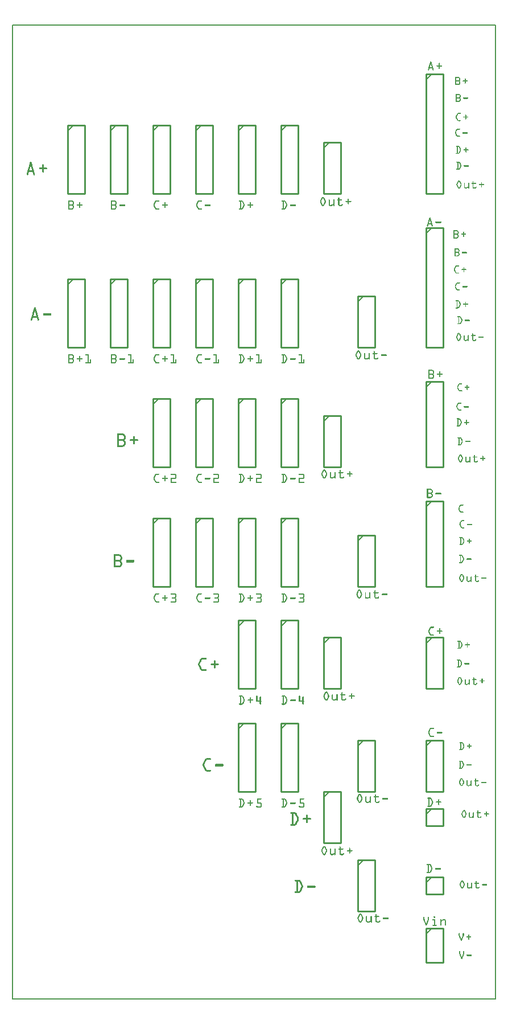
<source format=gto>
G04 MADE WITH FRITZING*
G04 WWW.FRITZING.ORG*
G04 DOUBLE SIDED*
G04 HOLES PLATED*
G04 CONTOUR ON CENTER OF CONTOUR VECTOR*
%ASAXBY*%
%FSLAX23Y23*%
%MOIN*%
%OFA0B0*%
%SFA1.0B1.0*%
%ADD10R,2.837030X5.706580X2.821030X5.690580*%
%ADD11C,0.008000*%
%ADD12C,0.010000*%
%ADD13C,0.005000*%
%ADD14R,0.001000X0.001000*%
%LNSILK1*%
G90*
G70*
G54D11*
X4Y5703D02*
X2833Y5703D01*
X2833Y4D01*
X4Y4D01*
X4Y5703D01*
D02*
G54D12*
X2425Y418D02*
X2425Y218D01*
D02*
X2425Y218D02*
X2525Y218D01*
D02*
X2525Y218D02*
X2525Y418D01*
D02*
X2525Y418D02*
X2425Y418D01*
G54D13*
D02*
X2425Y383D02*
X2460Y418D01*
G54D12*
D02*
X2025Y4118D02*
X2025Y3818D01*
D02*
X2025Y3818D02*
X2125Y3818D01*
D02*
X2125Y3818D02*
X2125Y4118D01*
D02*
X2125Y4118D02*
X2025Y4118D01*
G54D13*
D02*
X2025Y4083D02*
X2060Y4118D01*
G54D12*
D02*
X1825Y5018D02*
X1825Y4718D01*
D02*
X1825Y4718D02*
X1925Y4718D01*
D02*
X1925Y4718D02*
X1925Y5018D01*
D02*
X1925Y5018D02*
X1825Y5018D01*
G54D13*
D02*
X1825Y4983D02*
X1860Y5018D01*
G54D12*
D02*
X1325Y1618D02*
X1325Y1218D01*
D02*
X1325Y1218D02*
X1425Y1218D01*
D02*
X1425Y1218D02*
X1425Y1618D01*
D02*
X1425Y1618D02*
X1325Y1618D01*
G54D13*
D02*
X1325Y1583D02*
X1360Y1618D01*
G54D12*
D02*
X1575Y1618D02*
X1575Y1218D01*
D02*
X1575Y1218D02*
X1675Y1218D01*
D02*
X1675Y1218D02*
X1675Y1618D01*
D02*
X1675Y1618D02*
X1575Y1618D01*
G54D13*
D02*
X1575Y1583D02*
X1610Y1618D01*
G54D12*
D02*
X1576Y2219D02*
X1576Y1819D01*
D02*
X1576Y1819D02*
X1676Y1819D01*
D02*
X1676Y1819D02*
X1676Y2219D01*
D02*
X1676Y2219D02*
X1576Y2219D01*
G54D13*
D02*
X1576Y2184D02*
X1611Y2219D01*
G54D12*
D02*
X1326Y2219D02*
X1326Y1819D01*
D02*
X1326Y1819D02*
X1426Y1819D01*
D02*
X1426Y1819D02*
X1426Y2219D01*
D02*
X1426Y2219D02*
X1326Y2219D01*
G54D13*
D02*
X1326Y2184D02*
X1361Y2219D01*
G54D12*
D02*
X1075Y2818D02*
X1075Y2418D01*
D02*
X1075Y2418D02*
X1175Y2418D01*
D02*
X1175Y2418D02*
X1175Y2818D01*
D02*
X1175Y2818D02*
X1075Y2818D01*
G54D13*
D02*
X1075Y2783D02*
X1110Y2818D01*
G54D12*
D02*
X1575Y2818D02*
X1575Y2418D01*
D02*
X1575Y2418D02*
X1675Y2418D01*
D02*
X1675Y2418D02*
X1675Y2818D01*
D02*
X1675Y2818D02*
X1575Y2818D01*
G54D13*
D02*
X1575Y2783D02*
X1610Y2818D01*
G54D12*
D02*
X1325Y2818D02*
X1325Y2418D01*
D02*
X1325Y2418D02*
X1425Y2418D01*
D02*
X1425Y2418D02*
X1425Y2818D01*
D02*
X1425Y2818D02*
X1325Y2818D01*
G54D13*
D02*
X1325Y2783D02*
X1360Y2818D01*
G54D12*
D02*
X825Y2818D02*
X825Y2418D01*
D02*
X825Y2418D02*
X925Y2418D01*
D02*
X925Y2418D02*
X925Y2818D01*
D02*
X925Y2818D02*
X825Y2818D01*
G54D13*
D02*
X825Y2783D02*
X860Y2818D01*
G54D12*
D02*
X1575Y3518D02*
X1575Y3118D01*
D02*
X1575Y3118D02*
X1675Y3118D01*
D02*
X1675Y3118D02*
X1675Y3518D01*
D02*
X1675Y3518D02*
X1575Y3518D01*
G54D13*
D02*
X1575Y3483D02*
X1610Y3518D01*
G54D12*
D02*
X825Y3518D02*
X825Y3118D01*
D02*
X825Y3118D02*
X925Y3118D01*
D02*
X925Y3118D02*
X925Y3518D01*
D02*
X925Y3518D02*
X825Y3518D01*
G54D13*
D02*
X825Y3483D02*
X860Y3518D01*
G54D12*
D02*
X1075Y3518D02*
X1075Y3118D01*
D02*
X1075Y3118D02*
X1175Y3118D01*
D02*
X1175Y3118D02*
X1175Y3518D01*
D02*
X1175Y3518D02*
X1075Y3518D01*
G54D13*
D02*
X1075Y3483D02*
X1110Y3518D01*
G54D12*
D02*
X1325Y3518D02*
X1325Y3118D01*
D02*
X1325Y3118D02*
X1425Y3118D01*
D02*
X1425Y3118D02*
X1425Y3518D01*
D02*
X1425Y3518D02*
X1325Y3518D01*
G54D13*
D02*
X1325Y3483D02*
X1360Y3518D01*
G54D12*
D02*
X325Y4218D02*
X325Y3818D01*
D02*
X325Y3818D02*
X425Y3818D01*
D02*
X425Y3818D02*
X425Y4218D01*
D02*
X425Y4218D02*
X325Y4218D01*
G54D13*
D02*
X325Y4183D02*
X360Y4218D01*
G54D12*
D02*
X1575Y4218D02*
X1575Y3818D01*
D02*
X1575Y3818D02*
X1675Y3818D01*
D02*
X1675Y3818D02*
X1675Y4218D01*
D02*
X1675Y4218D02*
X1575Y4218D01*
G54D13*
D02*
X1575Y4183D02*
X1610Y4218D01*
G54D12*
D02*
X575Y4218D02*
X575Y3818D01*
D02*
X575Y3818D02*
X675Y3818D01*
D02*
X675Y3818D02*
X675Y4218D01*
D02*
X675Y4218D02*
X575Y4218D01*
G54D13*
D02*
X575Y4183D02*
X610Y4218D01*
G54D12*
D02*
X1325Y4218D02*
X1325Y3818D01*
D02*
X1325Y3818D02*
X1425Y3818D01*
D02*
X1425Y3818D02*
X1425Y4218D01*
D02*
X1425Y4218D02*
X1325Y4218D01*
G54D13*
D02*
X1325Y4183D02*
X1360Y4218D01*
G54D12*
D02*
X825Y4218D02*
X825Y3818D01*
D02*
X825Y3818D02*
X925Y3818D01*
D02*
X925Y3818D02*
X925Y4218D01*
D02*
X925Y4218D02*
X825Y4218D01*
G54D13*
D02*
X825Y4183D02*
X860Y4218D01*
G54D12*
D02*
X1075Y4218D02*
X1075Y3818D01*
D02*
X1075Y3818D02*
X1175Y3818D01*
D02*
X1175Y3818D02*
X1175Y4218D01*
D02*
X1175Y4218D02*
X1075Y4218D01*
G54D13*
D02*
X1075Y4183D02*
X1110Y4218D01*
G54D12*
D02*
X325Y5118D02*
X325Y4718D01*
D02*
X325Y4718D02*
X425Y4718D01*
D02*
X425Y4718D02*
X425Y5118D01*
D02*
X425Y5118D02*
X325Y5118D01*
G54D13*
D02*
X325Y5083D02*
X360Y5118D01*
G54D12*
D02*
X575Y5118D02*
X575Y4718D01*
D02*
X575Y4718D02*
X675Y4718D01*
D02*
X675Y4718D02*
X675Y5118D01*
D02*
X675Y5118D02*
X575Y5118D01*
G54D13*
D02*
X575Y5083D02*
X610Y5118D01*
G54D12*
D02*
X825Y5118D02*
X825Y4718D01*
D02*
X825Y4718D02*
X925Y4718D01*
D02*
X925Y4718D02*
X925Y5118D01*
D02*
X925Y5118D02*
X825Y5118D01*
G54D13*
D02*
X825Y5083D02*
X860Y5118D01*
G54D12*
D02*
X1075Y5118D02*
X1075Y4718D01*
D02*
X1075Y4718D02*
X1175Y4718D01*
D02*
X1175Y4718D02*
X1175Y5118D01*
D02*
X1175Y5118D02*
X1075Y5118D01*
G54D13*
D02*
X1075Y5083D02*
X1110Y5118D01*
G54D12*
D02*
X1325Y5118D02*
X1325Y4718D01*
D02*
X1325Y4718D02*
X1425Y4718D01*
D02*
X1425Y4718D02*
X1425Y5118D01*
D02*
X1425Y5118D02*
X1325Y5118D01*
G54D13*
D02*
X1325Y5083D02*
X1360Y5118D01*
G54D12*
D02*
X1575Y5118D02*
X1575Y4718D01*
D02*
X1575Y4718D02*
X1675Y4718D01*
D02*
X1675Y4718D02*
X1675Y5118D01*
D02*
X1675Y5118D02*
X1575Y5118D01*
G54D13*
D02*
X1575Y5083D02*
X1610Y5118D01*
G54D12*
D02*
X2425Y5418D02*
X2425Y4718D01*
D02*
X2425Y4718D02*
X2525Y4718D01*
D02*
X2525Y4718D02*
X2525Y5418D01*
D02*
X2525Y5418D02*
X2425Y5418D01*
G54D13*
D02*
X2425Y5383D02*
X2460Y5418D01*
G54D12*
D02*
X2425Y1118D02*
X2425Y1018D01*
D02*
X2425Y1018D02*
X2525Y1018D01*
D02*
X2525Y1018D02*
X2525Y1118D01*
D02*
X2525Y1118D02*
X2425Y1118D01*
G54D13*
D02*
X2425Y1083D02*
X2460Y1118D01*
G54D12*
D02*
X2425Y2918D02*
X2425Y2418D01*
D02*
X2425Y2418D02*
X2525Y2418D01*
D02*
X2525Y2418D02*
X2525Y2918D01*
D02*
X2525Y2918D02*
X2425Y2918D01*
G54D13*
D02*
X2425Y2883D02*
X2460Y2918D01*
G54D12*
D02*
X2425Y4518D02*
X2425Y3818D01*
D02*
X2425Y3818D02*
X2525Y3818D01*
D02*
X2525Y3818D02*
X2525Y4518D01*
D02*
X2525Y4518D02*
X2425Y4518D01*
G54D13*
D02*
X2425Y4483D02*
X2460Y4518D01*
G54D12*
D02*
X2425Y3618D02*
X2425Y3118D01*
D02*
X2425Y3118D02*
X2525Y3118D01*
D02*
X2525Y3118D02*
X2525Y3618D01*
D02*
X2525Y3618D02*
X2425Y3618D01*
G54D13*
D02*
X2425Y3583D02*
X2460Y3618D01*
G54D12*
D02*
X2425Y1518D02*
X2425Y1218D01*
D02*
X2425Y1218D02*
X2525Y1218D01*
D02*
X2525Y1218D02*
X2525Y1518D01*
D02*
X2525Y1518D02*
X2425Y1518D01*
G54D13*
D02*
X2425Y1483D02*
X2460Y1518D01*
G54D12*
D02*
X2425Y718D02*
X2425Y618D01*
D02*
X2425Y618D02*
X2525Y618D01*
D02*
X2525Y618D02*
X2525Y718D01*
D02*
X2525Y718D02*
X2425Y718D01*
G54D13*
D02*
X2425Y683D02*
X2460Y718D01*
G54D12*
D02*
X2426Y2119D02*
X2426Y1819D01*
D02*
X2426Y1819D02*
X2526Y1819D01*
D02*
X2526Y1819D02*
X2526Y2119D01*
D02*
X2526Y2119D02*
X2426Y2119D01*
G54D13*
D02*
X2426Y2084D02*
X2461Y2119D01*
G54D12*
D02*
X1825Y3418D02*
X1825Y3118D01*
D02*
X1825Y3118D02*
X1925Y3118D01*
D02*
X1925Y3118D02*
X1925Y3418D01*
D02*
X1925Y3418D02*
X1825Y3418D01*
G54D13*
D02*
X1825Y3383D02*
X1860Y3418D01*
G54D12*
D02*
X2025Y2718D02*
X2025Y2418D01*
D02*
X2025Y2418D02*
X2125Y2418D01*
D02*
X2125Y2418D02*
X2125Y2718D01*
D02*
X2125Y2718D02*
X2025Y2718D01*
G54D13*
D02*
X2025Y2683D02*
X2060Y2718D01*
G54D12*
D02*
X1826Y2119D02*
X1826Y1819D01*
D02*
X1826Y1819D02*
X1926Y1819D01*
D02*
X1926Y1819D02*
X1926Y2119D01*
D02*
X1926Y2119D02*
X1826Y2119D01*
G54D13*
D02*
X1826Y2084D02*
X1861Y2119D01*
G54D12*
D02*
X2025Y1518D02*
X2025Y1218D01*
D02*
X2025Y1218D02*
X2125Y1218D01*
D02*
X2125Y1218D02*
X2125Y1518D01*
D02*
X2125Y1518D02*
X2025Y1518D01*
G54D13*
D02*
X2025Y1483D02*
X2060Y1518D01*
G54D12*
D02*
X1825Y1218D02*
X1825Y918D01*
D02*
X1825Y918D02*
X1925Y918D01*
D02*
X1925Y918D02*
X1925Y1218D01*
D02*
X1925Y1218D02*
X1825Y1218D01*
G54D13*
D02*
X1825Y1183D02*
X1860Y1218D01*
G54D12*
D02*
X2025Y818D02*
X2025Y518D01*
D02*
X2025Y518D02*
X2125Y518D01*
D02*
X2125Y518D02*
X2125Y818D01*
D02*
X2125Y818D02*
X2025Y818D01*
G54D13*
D02*
X2025Y783D02*
X2060Y818D01*
G54D14*
X2451Y5491D02*
X2455Y5491D01*
X2451Y5490D02*
X2456Y5490D01*
X2450Y5489D02*
X2456Y5489D01*
X2450Y5488D02*
X2456Y5488D01*
X2450Y5487D02*
X2457Y5487D01*
X2449Y5486D02*
X2457Y5486D01*
X2449Y5485D02*
X2457Y5485D01*
X2449Y5484D02*
X2458Y5484D01*
X2448Y5483D02*
X2458Y5483D01*
X2448Y5482D02*
X2458Y5482D01*
X2502Y5482D02*
X2504Y5482D01*
X2448Y5481D02*
X2458Y5481D01*
X2501Y5481D02*
X2505Y5481D01*
X2447Y5480D02*
X2459Y5480D01*
X2500Y5480D02*
X2506Y5480D01*
X2447Y5479D02*
X2459Y5479D01*
X2500Y5479D02*
X2506Y5479D01*
X2447Y5478D02*
X2459Y5478D01*
X2500Y5478D02*
X2506Y5478D01*
X2447Y5477D02*
X2460Y5477D01*
X2500Y5477D02*
X2506Y5477D01*
X2446Y5476D02*
X2460Y5476D01*
X2500Y5476D02*
X2506Y5476D01*
X2446Y5475D02*
X2452Y5475D01*
X2454Y5475D02*
X2460Y5475D01*
X2500Y5475D02*
X2506Y5475D01*
X2446Y5474D02*
X2452Y5474D01*
X2454Y5474D02*
X2460Y5474D01*
X2500Y5474D02*
X2506Y5474D01*
X2445Y5473D02*
X2452Y5473D01*
X2455Y5473D02*
X2461Y5473D01*
X2500Y5473D02*
X2506Y5473D01*
X2445Y5472D02*
X2451Y5472D01*
X2455Y5472D02*
X2461Y5472D01*
X2500Y5472D02*
X2506Y5472D01*
X2445Y5471D02*
X2451Y5471D01*
X2455Y5471D02*
X2461Y5471D01*
X2500Y5471D02*
X2506Y5471D01*
X2445Y5470D02*
X2451Y5470D01*
X2455Y5470D02*
X2462Y5470D01*
X2500Y5470D02*
X2506Y5470D01*
X2444Y5469D02*
X2451Y5469D01*
X2456Y5469D02*
X2462Y5469D01*
X2500Y5469D02*
X2506Y5469D01*
X2444Y5468D02*
X2450Y5468D01*
X2456Y5468D02*
X2462Y5468D01*
X2488Y5468D02*
X2518Y5468D01*
X2444Y5467D02*
X2450Y5467D01*
X2456Y5467D02*
X2463Y5467D01*
X2487Y5467D02*
X2519Y5467D01*
X2443Y5466D02*
X2450Y5466D01*
X2457Y5466D02*
X2463Y5466D01*
X2487Y5466D02*
X2519Y5466D01*
X2443Y5465D02*
X2449Y5465D01*
X2457Y5465D02*
X2463Y5465D01*
X2487Y5465D02*
X2519Y5465D01*
X2443Y5464D02*
X2449Y5464D01*
X2457Y5464D02*
X2463Y5464D01*
X2487Y5464D02*
X2519Y5464D01*
X2443Y5463D02*
X2449Y5463D01*
X2457Y5463D02*
X2464Y5463D01*
X2487Y5463D02*
X2519Y5463D01*
X2442Y5462D02*
X2448Y5462D01*
X2458Y5462D02*
X2464Y5462D01*
X2489Y5462D02*
X2517Y5462D01*
X2442Y5461D02*
X2448Y5461D01*
X2458Y5461D02*
X2464Y5461D01*
X2500Y5461D02*
X2506Y5461D01*
X2442Y5460D02*
X2448Y5460D01*
X2458Y5460D02*
X2465Y5460D01*
X2500Y5460D02*
X2506Y5460D01*
X2441Y5459D02*
X2448Y5459D01*
X2459Y5459D02*
X2465Y5459D01*
X2500Y5459D02*
X2506Y5459D01*
X2441Y5458D02*
X2447Y5458D01*
X2459Y5458D02*
X2465Y5458D01*
X2500Y5458D02*
X2506Y5458D01*
X2441Y5457D02*
X2465Y5457D01*
X2500Y5457D02*
X2506Y5457D01*
X2440Y5456D02*
X2466Y5456D01*
X2500Y5456D02*
X2506Y5456D01*
X2440Y5455D02*
X2466Y5455D01*
X2500Y5455D02*
X2506Y5455D01*
X2440Y5454D02*
X2466Y5454D01*
X2500Y5454D02*
X2506Y5454D01*
X2440Y5453D02*
X2467Y5453D01*
X2500Y5453D02*
X2506Y5453D01*
X2439Y5452D02*
X2467Y5452D01*
X2500Y5452D02*
X2506Y5452D01*
X2439Y5451D02*
X2467Y5451D01*
X2500Y5451D02*
X2506Y5451D01*
X2439Y5450D02*
X2445Y5450D01*
X2461Y5450D02*
X2467Y5450D01*
X2500Y5450D02*
X2505Y5450D01*
X2438Y5449D02*
X2445Y5449D01*
X2462Y5449D02*
X2468Y5449D01*
X2501Y5449D02*
X2505Y5449D01*
X2438Y5448D02*
X2444Y5448D01*
X2462Y5448D02*
X2468Y5448D01*
X2438Y5447D02*
X2444Y5447D01*
X2462Y5447D02*
X2468Y5447D01*
X2438Y5446D02*
X2444Y5446D01*
X2462Y5446D02*
X2469Y5446D01*
X2437Y5445D02*
X2443Y5445D01*
X2463Y5445D02*
X2469Y5445D01*
X2437Y5444D02*
X2443Y5444D01*
X2463Y5444D02*
X2469Y5444D01*
X2437Y5443D02*
X2443Y5443D01*
X2463Y5443D02*
X2470Y5443D01*
X2436Y5442D02*
X2443Y5442D01*
X2464Y5442D02*
X2470Y5442D01*
X2437Y5441D02*
X2442Y5441D01*
X2464Y5441D02*
X2470Y5441D01*
X2437Y5440D02*
X2442Y5440D01*
X2464Y5440D02*
X2469Y5440D01*
X2438Y5439D02*
X2441Y5439D01*
X2465Y5439D02*
X2468Y5439D01*
X2597Y5400D02*
X2616Y5400D01*
X2597Y5399D02*
X2619Y5399D01*
X2597Y5398D02*
X2621Y5398D01*
X2597Y5397D02*
X2622Y5397D01*
X2597Y5396D02*
X2623Y5396D01*
X2597Y5395D02*
X2624Y5395D01*
X2597Y5394D02*
X2602Y5394D01*
X2616Y5394D02*
X2624Y5394D01*
X2597Y5393D02*
X2602Y5393D01*
X2618Y5393D02*
X2625Y5393D01*
X2597Y5392D02*
X2602Y5392D01*
X2619Y5392D02*
X2625Y5392D01*
X2597Y5391D02*
X2602Y5391D01*
X2620Y5391D02*
X2626Y5391D01*
X2654Y5391D02*
X2657Y5391D01*
X2597Y5390D02*
X2602Y5390D01*
X2621Y5390D02*
X2626Y5390D01*
X2653Y5390D02*
X2657Y5390D01*
X2597Y5389D02*
X2602Y5389D01*
X2621Y5389D02*
X2626Y5389D01*
X2653Y5389D02*
X2658Y5389D01*
X2597Y5388D02*
X2602Y5388D01*
X2621Y5388D02*
X2626Y5388D01*
X2653Y5388D02*
X2658Y5388D01*
X2597Y5387D02*
X2602Y5387D01*
X2621Y5387D02*
X2626Y5387D01*
X2653Y5387D02*
X2658Y5387D01*
X2597Y5386D02*
X2602Y5386D01*
X2621Y5386D02*
X2626Y5386D01*
X2653Y5386D02*
X2658Y5386D01*
X2597Y5385D02*
X2602Y5385D01*
X2621Y5385D02*
X2626Y5385D01*
X2653Y5385D02*
X2658Y5385D01*
X2597Y5384D02*
X2602Y5384D01*
X2621Y5384D02*
X2626Y5384D01*
X2653Y5384D02*
X2658Y5384D01*
X2597Y5383D02*
X2602Y5383D01*
X2620Y5383D02*
X2626Y5383D01*
X2653Y5383D02*
X2658Y5383D01*
X2597Y5382D02*
X2602Y5382D01*
X2619Y5382D02*
X2625Y5382D01*
X2653Y5382D02*
X2658Y5382D01*
X2597Y5381D02*
X2602Y5381D01*
X2618Y5381D02*
X2625Y5381D01*
X2653Y5381D02*
X2658Y5381D01*
X2597Y5380D02*
X2602Y5380D01*
X2617Y5380D02*
X2625Y5380D01*
X2653Y5380D02*
X2658Y5380D01*
X2597Y5379D02*
X2624Y5379D01*
X2642Y5379D02*
X2669Y5379D01*
X2597Y5378D02*
X2623Y5378D01*
X2641Y5378D02*
X2669Y5378D01*
X2597Y5377D02*
X2622Y5377D01*
X2641Y5377D02*
X2670Y5377D01*
X2597Y5376D02*
X2622Y5376D01*
X2641Y5376D02*
X2670Y5376D01*
X2597Y5375D02*
X2623Y5375D01*
X2641Y5375D02*
X2669Y5375D01*
X2597Y5374D02*
X2624Y5374D01*
X2642Y5374D02*
X2668Y5374D01*
X2597Y5373D02*
X2602Y5373D01*
X2617Y5373D02*
X2625Y5373D01*
X2653Y5373D02*
X2658Y5373D01*
X2597Y5372D02*
X2602Y5372D01*
X2619Y5372D02*
X2625Y5372D01*
X2653Y5372D02*
X2658Y5372D01*
X2597Y5371D02*
X2602Y5371D01*
X2620Y5371D02*
X2625Y5371D01*
X2653Y5371D02*
X2658Y5371D01*
X2597Y5370D02*
X2602Y5370D01*
X2620Y5370D02*
X2626Y5370D01*
X2653Y5370D02*
X2658Y5370D01*
X2597Y5369D02*
X2602Y5369D01*
X2621Y5369D02*
X2626Y5369D01*
X2653Y5369D02*
X2658Y5369D01*
X2597Y5368D02*
X2602Y5368D01*
X2621Y5368D02*
X2626Y5368D01*
X2653Y5368D02*
X2658Y5368D01*
X2597Y5367D02*
X2602Y5367D01*
X2621Y5367D02*
X2626Y5367D01*
X2653Y5367D02*
X2658Y5367D01*
X2597Y5366D02*
X2602Y5366D01*
X2621Y5366D02*
X2626Y5366D01*
X2653Y5366D02*
X2658Y5366D01*
X2597Y5365D02*
X2602Y5365D01*
X2621Y5365D02*
X2626Y5365D01*
X2653Y5365D02*
X2658Y5365D01*
X2597Y5364D02*
X2602Y5364D01*
X2621Y5364D02*
X2626Y5364D01*
X2653Y5364D02*
X2658Y5364D01*
X2597Y5363D02*
X2602Y5363D01*
X2620Y5363D02*
X2626Y5363D01*
X2653Y5363D02*
X2657Y5363D01*
X2597Y5362D02*
X2602Y5362D01*
X2620Y5362D02*
X2626Y5362D01*
X2654Y5362D02*
X2656Y5362D01*
X2597Y5361D02*
X2602Y5361D01*
X2619Y5361D02*
X2625Y5361D01*
X2597Y5360D02*
X2602Y5360D01*
X2618Y5360D02*
X2625Y5360D01*
X2597Y5359D02*
X2624Y5359D01*
X2597Y5358D02*
X2624Y5358D01*
X2597Y5357D02*
X2623Y5357D01*
X2597Y5356D02*
X2622Y5356D01*
X2597Y5355D02*
X2620Y5355D01*
X2597Y5354D02*
X2619Y5354D01*
X2597Y5353D02*
X2614Y5353D01*
X2599Y5301D02*
X2617Y5301D01*
X2599Y5300D02*
X2621Y5300D01*
X2599Y5299D02*
X2623Y5299D01*
X2599Y5298D02*
X2624Y5298D01*
X2599Y5297D02*
X2625Y5297D01*
X2599Y5296D02*
X2626Y5296D01*
X2599Y5295D02*
X2626Y5295D01*
X2599Y5294D02*
X2604Y5294D01*
X2620Y5294D02*
X2627Y5294D01*
X2599Y5293D02*
X2604Y5293D01*
X2621Y5293D02*
X2627Y5293D01*
X2599Y5292D02*
X2604Y5292D01*
X2622Y5292D02*
X2628Y5292D01*
X2599Y5291D02*
X2604Y5291D01*
X2623Y5291D02*
X2628Y5291D01*
X2599Y5290D02*
X2604Y5290D01*
X2623Y5290D02*
X2628Y5290D01*
X2599Y5289D02*
X2604Y5289D01*
X2623Y5289D02*
X2628Y5289D01*
X2599Y5288D02*
X2604Y5288D01*
X2623Y5288D02*
X2628Y5288D01*
X2599Y5287D02*
X2604Y5287D01*
X2623Y5287D02*
X2628Y5287D01*
X2599Y5286D02*
X2604Y5286D01*
X2623Y5286D02*
X2628Y5286D01*
X2599Y5285D02*
X2604Y5285D01*
X2623Y5285D02*
X2628Y5285D01*
X2599Y5284D02*
X2604Y5284D01*
X2622Y5284D02*
X2628Y5284D01*
X2599Y5283D02*
X2604Y5283D01*
X2622Y5283D02*
X2628Y5283D01*
X2599Y5282D02*
X2604Y5282D01*
X2621Y5282D02*
X2627Y5282D01*
X2599Y5281D02*
X2604Y5281D01*
X2619Y5281D02*
X2627Y5281D01*
X2599Y5280D02*
X2626Y5280D01*
X2644Y5280D02*
X2671Y5280D01*
X2599Y5279D02*
X2625Y5279D01*
X2643Y5279D02*
X2672Y5279D01*
X2599Y5278D02*
X2624Y5278D01*
X2643Y5278D02*
X2672Y5278D01*
X2599Y5277D02*
X2624Y5277D01*
X2643Y5277D02*
X2672Y5277D01*
X2599Y5276D02*
X2625Y5276D01*
X2643Y5276D02*
X2672Y5276D01*
X2599Y5275D02*
X2626Y5275D01*
X2643Y5275D02*
X2672Y5275D01*
X2599Y5274D02*
X2604Y5274D01*
X2619Y5274D02*
X2627Y5274D01*
X2643Y5274D02*
X2672Y5274D01*
X2599Y5273D02*
X2604Y5273D01*
X2621Y5273D02*
X2627Y5273D01*
X2644Y5273D02*
X2671Y5273D01*
X2599Y5272D02*
X2604Y5272D01*
X2622Y5272D02*
X2628Y5272D01*
X2645Y5272D02*
X2670Y5272D01*
X2599Y5271D02*
X2604Y5271D01*
X2622Y5271D02*
X2628Y5271D01*
X2599Y5270D02*
X2604Y5270D01*
X2623Y5270D02*
X2628Y5270D01*
X2599Y5269D02*
X2604Y5269D01*
X2623Y5269D02*
X2628Y5269D01*
X2599Y5268D02*
X2604Y5268D01*
X2623Y5268D02*
X2628Y5268D01*
X2599Y5267D02*
X2604Y5267D01*
X2623Y5267D02*
X2628Y5267D01*
X2599Y5266D02*
X2604Y5266D01*
X2623Y5266D02*
X2628Y5266D01*
X2599Y5265D02*
X2604Y5265D01*
X2623Y5265D02*
X2628Y5265D01*
X2599Y5264D02*
X2604Y5264D01*
X2623Y5264D02*
X2628Y5264D01*
X2599Y5263D02*
X2604Y5263D01*
X2622Y5263D02*
X2628Y5263D01*
X2599Y5262D02*
X2604Y5262D01*
X2621Y5262D02*
X2627Y5262D01*
X2599Y5261D02*
X2604Y5261D01*
X2620Y5261D02*
X2627Y5261D01*
X2599Y5260D02*
X2605Y5260D01*
X2617Y5260D02*
X2626Y5260D01*
X2599Y5259D02*
X2626Y5259D01*
X2599Y5258D02*
X2625Y5258D01*
X2599Y5257D02*
X2624Y5257D01*
X2599Y5256D02*
X2623Y5256D01*
X2599Y5255D02*
X2621Y5255D01*
X2599Y5254D02*
X2617Y5254D01*
X2614Y5189D02*
X2627Y5189D01*
X2611Y5188D02*
X2628Y5188D01*
X2610Y5187D02*
X2629Y5187D01*
X2609Y5186D02*
X2629Y5186D01*
X2608Y5185D02*
X2629Y5185D01*
X2607Y5184D02*
X2628Y5184D01*
X2607Y5183D02*
X2614Y5183D01*
X2606Y5182D02*
X2612Y5182D01*
X2606Y5181D02*
X2612Y5181D01*
X2605Y5180D02*
X2611Y5180D01*
X2657Y5180D02*
X2659Y5180D01*
X2605Y5179D02*
X2611Y5179D01*
X2656Y5179D02*
X2660Y5179D01*
X2604Y5178D02*
X2610Y5178D01*
X2656Y5178D02*
X2661Y5178D01*
X2604Y5177D02*
X2610Y5177D01*
X2655Y5177D02*
X2661Y5177D01*
X2603Y5176D02*
X2609Y5176D01*
X2655Y5176D02*
X2661Y5176D01*
X2603Y5175D02*
X2609Y5175D01*
X2655Y5175D02*
X2661Y5175D01*
X2602Y5174D02*
X2608Y5174D01*
X2655Y5174D02*
X2661Y5174D01*
X2602Y5173D02*
X2608Y5173D01*
X2655Y5173D02*
X2661Y5173D01*
X2601Y5172D02*
X2607Y5172D01*
X2655Y5172D02*
X2661Y5172D01*
X2601Y5171D02*
X2607Y5171D01*
X2655Y5171D02*
X2661Y5171D01*
X2601Y5170D02*
X2606Y5170D01*
X2655Y5170D02*
X2661Y5170D01*
X2600Y5169D02*
X2606Y5169D01*
X2655Y5169D02*
X2661Y5169D01*
X2600Y5168D02*
X2605Y5168D01*
X2645Y5168D02*
X2671Y5168D01*
X2600Y5167D02*
X2605Y5167D01*
X2644Y5167D02*
X2672Y5167D01*
X2600Y5166D02*
X2605Y5166D01*
X2644Y5166D02*
X2673Y5166D01*
X2600Y5165D02*
X2605Y5165D01*
X2644Y5165D02*
X2673Y5165D01*
X2600Y5164D02*
X2605Y5164D01*
X2644Y5164D02*
X2672Y5164D01*
X2600Y5163D02*
X2605Y5163D01*
X2645Y5163D02*
X2671Y5163D01*
X2600Y5162D02*
X2606Y5162D01*
X2655Y5162D02*
X2661Y5162D01*
X2601Y5161D02*
X2606Y5161D01*
X2655Y5161D02*
X2661Y5161D01*
X2601Y5160D02*
X2607Y5160D01*
X2655Y5160D02*
X2661Y5160D01*
X2601Y5159D02*
X2607Y5159D01*
X2655Y5159D02*
X2661Y5159D01*
X2602Y5158D02*
X2608Y5158D01*
X2655Y5158D02*
X2661Y5158D01*
X2602Y5157D02*
X2608Y5157D01*
X2655Y5157D02*
X2661Y5157D01*
X2603Y5156D02*
X2609Y5156D01*
X2655Y5156D02*
X2661Y5156D01*
X2603Y5155D02*
X2609Y5155D01*
X2655Y5155D02*
X2661Y5155D01*
X2604Y5154D02*
X2610Y5154D01*
X2655Y5154D02*
X2661Y5154D01*
X2604Y5153D02*
X2610Y5153D01*
X2656Y5153D02*
X2661Y5153D01*
X2605Y5152D02*
X2611Y5152D01*
X2656Y5152D02*
X2660Y5152D01*
X2605Y5151D02*
X2611Y5151D01*
X2657Y5151D02*
X2659Y5151D01*
X2606Y5150D02*
X2612Y5150D01*
X2606Y5149D02*
X2612Y5149D01*
X2607Y5148D02*
X2626Y5148D01*
X2607Y5147D02*
X2628Y5147D01*
X2608Y5146D02*
X2629Y5146D01*
X2609Y5145D02*
X2629Y5145D01*
X2610Y5144D02*
X2629Y5144D01*
X2611Y5143D02*
X2628Y5143D01*
X2615Y5142D02*
X2626Y5142D01*
X2608Y5097D02*
X2623Y5097D01*
X2606Y5096D02*
X2624Y5096D01*
X2605Y5095D02*
X2624Y5095D01*
X2604Y5094D02*
X2624Y5094D01*
X2603Y5093D02*
X2624Y5093D01*
X2603Y5092D02*
X2623Y5092D01*
X2602Y5091D02*
X2608Y5091D01*
X2602Y5090D02*
X2608Y5090D01*
X2601Y5089D02*
X2607Y5089D01*
X2601Y5088D02*
X2607Y5088D01*
X2600Y5087D02*
X2606Y5087D01*
X2600Y5086D02*
X2606Y5086D01*
X2599Y5085D02*
X2605Y5085D01*
X2599Y5084D02*
X2605Y5084D01*
X2598Y5083D02*
X2604Y5083D01*
X2598Y5082D02*
X2603Y5082D01*
X2597Y5081D02*
X2603Y5081D01*
X2597Y5080D02*
X2602Y5080D01*
X2596Y5079D02*
X2602Y5079D01*
X2596Y5078D02*
X2601Y5078D01*
X2596Y5077D02*
X2601Y5077D01*
X2641Y5077D02*
X2666Y5077D01*
X2596Y5076D02*
X2601Y5076D01*
X2640Y5076D02*
X2668Y5076D01*
X2595Y5075D02*
X2601Y5075D01*
X2639Y5075D02*
X2668Y5075D01*
X2595Y5074D02*
X2601Y5074D01*
X2639Y5074D02*
X2668Y5074D01*
X2595Y5073D02*
X2601Y5073D01*
X2639Y5073D02*
X2668Y5073D01*
X2596Y5072D02*
X2601Y5072D01*
X2639Y5072D02*
X2668Y5072D01*
X2596Y5071D02*
X2601Y5071D01*
X2639Y5071D02*
X2668Y5071D01*
X2596Y5070D02*
X2602Y5070D01*
X2640Y5070D02*
X2668Y5070D01*
X2596Y5069D02*
X2602Y5069D01*
X2640Y5069D02*
X2667Y5069D01*
X2597Y5068D02*
X2603Y5068D01*
X2597Y5067D02*
X2603Y5067D01*
X2598Y5066D02*
X2604Y5066D01*
X2598Y5065D02*
X2604Y5065D01*
X2599Y5064D02*
X2605Y5064D01*
X2599Y5063D02*
X2605Y5063D01*
X2600Y5062D02*
X2606Y5062D01*
X2600Y5061D02*
X2606Y5061D01*
X2601Y5060D02*
X2607Y5060D01*
X2601Y5059D02*
X2607Y5059D01*
X2602Y5058D02*
X2608Y5058D01*
X2602Y5057D02*
X2609Y5057D01*
X2603Y5056D02*
X2623Y5056D01*
X2603Y5055D02*
X2624Y5055D01*
X2604Y5054D02*
X2624Y5054D01*
X2605Y5053D02*
X2624Y5053D01*
X2606Y5052D02*
X2624Y5052D01*
X2608Y5051D02*
X2623Y5051D01*
X2602Y4996D02*
X2618Y4996D01*
X2601Y4995D02*
X2620Y4995D01*
X2601Y4994D02*
X2621Y4994D01*
X2601Y4993D02*
X2622Y4993D01*
X2602Y4992D02*
X2622Y4992D01*
X2603Y4991D02*
X2623Y4991D01*
X2607Y4990D02*
X2612Y4990D01*
X2617Y4990D02*
X2623Y4990D01*
X2607Y4989D02*
X2612Y4989D01*
X2618Y4989D02*
X2624Y4989D01*
X2607Y4988D02*
X2612Y4988D01*
X2619Y4988D02*
X2624Y4988D01*
X2658Y4988D02*
X2660Y4988D01*
X2607Y4987D02*
X2612Y4987D01*
X2619Y4987D02*
X2625Y4987D01*
X2657Y4987D02*
X2661Y4987D01*
X2607Y4986D02*
X2612Y4986D01*
X2620Y4986D02*
X2625Y4986D01*
X2657Y4986D02*
X2662Y4986D01*
X2607Y4985D02*
X2612Y4985D01*
X2620Y4985D02*
X2626Y4985D01*
X2657Y4985D02*
X2662Y4985D01*
X2607Y4984D02*
X2612Y4984D01*
X2621Y4984D02*
X2626Y4984D01*
X2657Y4984D02*
X2662Y4984D01*
X2607Y4983D02*
X2612Y4983D01*
X2621Y4983D02*
X2627Y4983D01*
X2657Y4983D02*
X2662Y4983D01*
X2607Y4982D02*
X2612Y4982D01*
X2622Y4982D02*
X2627Y4982D01*
X2657Y4982D02*
X2662Y4982D01*
X2607Y4981D02*
X2612Y4981D01*
X2622Y4981D02*
X2628Y4981D01*
X2657Y4981D02*
X2662Y4981D01*
X2607Y4980D02*
X2612Y4980D01*
X2623Y4980D02*
X2628Y4980D01*
X2657Y4980D02*
X2662Y4980D01*
X2607Y4979D02*
X2612Y4979D01*
X2623Y4979D02*
X2629Y4979D01*
X2657Y4979D02*
X2662Y4979D01*
X2607Y4978D02*
X2612Y4978D01*
X2624Y4978D02*
X2629Y4978D01*
X2657Y4978D02*
X2662Y4978D01*
X2607Y4977D02*
X2612Y4977D01*
X2624Y4977D02*
X2630Y4977D01*
X2657Y4977D02*
X2662Y4977D01*
X2607Y4976D02*
X2612Y4976D01*
X2624Y4976D02*
X2630Y4976D01*
X2646Y4976D02*
X2672Y4976D01*
X2607Y4975D02*
X2612Y4975D01*
X2625Y4975D02*
X2630Y4975D01*
X2645Y4975D02*
X2673Y4975D01*
X2607Y4974D02*
X2612Y4974D01*
X2625Y4974D02*
X2630Y4974D01*
X2645Y4974D02*
X2674Y4974D01*
X2607Y4973D02*
X2612Y4973D01*
X2625Y4973D02*
X2630Y4973D01*
X2645Y4973D02*
X2674Y4973D01*
X2607Y4972D02*
X2612Y4972D01*
X2625Y4972D02*
X2630Y4972D01*
X2646Y4972D02*
X2674Y4972D01*
X2607Y4971D02*
X2612Y4971D01*
X2625Y4971D02*
X2630Y4971D01*
X2646Y4971D02*
X2673Y4971D01*
X2607Y4970D02*
X2612Y4970D01*
X2624Y4970D02*
X2630Y4970D01*
X2657Y4970D02*
X2662Y4970D01*
X2607Y4969D02*
X2612Y4969D01*
X2624Y4969D02*
X2629Y4969D01*
X2657Y4969D02*
X2662Y4969D01*
X2607Y4968D02*
X2612Y4968D01*
X2623Y4968D02*
X2629Y4968D01*
X2657Y4968D02*
X2662Y4968D01*
X2607Y4967D02*
X2612Y4967D01*
X2623Y4967D02*
X2629Y4967D01*
X2657Y4967D02*
X2662Y4967D01*
X2607Y4966D02*
X2612Y4966D01*
X2622Y4966D02*
X2628Y4966D01*
X2657Y4966D02*
X2662Y4966D01*
X2607Y4965D02*
X2612Y4965D01*
X2622Y4965D02*
X2628Y4965D01*
X2657Y4965D02*
X2662Y4965D01*
X2607Y4964D02*
X2612Y4964D01*
X2621Y4964D02*
X2627Y4964D01*
X2657Y4964D02*
X2662Y4964D01*
X2607Y4963D02*
X2612Y4963D01*
X2621Y4963D02*
X2627Y4963D01*
X2657Y4963D02*
X2662Y4963D01*
X2607Y4962D02*
X2612Y4962D01*
X2620Y4962D02*
X2626Y4962D01*
X2657Y4962D02*
X2662Y4962D01*
X2607Y4961D02*
X2612Y4961D01*
X2620Y4961D02*
X2626Y4961D01*
X2657Y4961D02*
X2662Y4961D01*
X2607Y4960D02*
X2612Y4960D01*
X2619Y4960D02*
X2625Y4960D01*
X2657Y4960D02*
X2662Y4960D01*
X2607Y4959D02*
X2612Y4959D01*
X2619Y4959D02*
X2625Y4959D01*
X2658Y4959D02*
X2661Y4959D01*
X2607Y4958D02*
X2612Y4958D01*
X2618Y4958D02*
X2624Y4958D01*
X2607Y4957D02*
X2612Y4957D01*
X2618Y4957D02*
X2624Y4957D01*
X2607Y4956D02*
X2612Y4956D01*
X2616Y4956D02*
X2623Y4956D01*
X2602Y4955D02*
X2623Y4955D01*
X2601Y4954D02*
X2622Y4954D01*
X2601Y4953D02*
X2621Y4953D01*
X2601Y4952D02*
X2620Y4952D01*
X2602Y4951D02*
X2619Y4951D01*
X2603Y4950D02*
X2616Y4950D01*
X2604Y4904D02*
X2620Y4904D01*
X108Y4903D02*
X111Y4903D01*
X2604Y4903D02*
X2622Y4903D01*
X106Y4902D02*
X112Y4902D01*
X2603Y4902D02*
X2623Y4902D01*
X105Y4901D02*
X113Y4901D01*
X2603Y4901D02*
X2624Y4901D01*
X105Y4900D02*
X113Y4900D01*
X2604Y4900D02*
X2625Y4900D01*
X104Y4899D02*
X114Y4899D01*
X2605Y4899D02*
X2625Y4899D01*
X104Y4898D02*
X114Y4898D01*
X2609Y4898D02*
X2614Y4898D01*
X2619Y4898D02*
X2626Y4898D01*
X104Y4897D02*
X114Y4897D01*
X2609Y4897D02*
X2614Y4897D01*
X2620Y4897D02*
X2626Y4897D01*
X104Y4896D02*
X115Y4896D01*
X2609Y4896D02*
X2614Y4896D01*
X2621Y4896D02*
X2627Y4896D01*
X103Y4895D02*
X115Y4895D01*
X2609Y4895D02*
X2614Y4895D01*
X2621Y4895D02*
X2627Y4895D01*
X103Y4894D02*
X115Y4894D01*
X2609Y4894D02*
X2614Y4894D01*
X2622Y4894D02*
X2628Y4894D01*
X103Y4893D02*
X115Y4893D01*
X2609Y4893D02*
X2614Y4893D01*
X2622Y4893D02*
X2628Y4893D01*
X102Y4892D02*
X116Y4892D01*
X2609Y4892D02*
X2614Y4892D01*
X2623Y4892D02*
X2629Y4892D01*
X102Y4891D02*
X116Y4891D01*
X2609Y4891D02*
X2614Y4891D01*
X2623Y4891D02*
X2629Y4891D01*
X102Y4890D02*
X116Y4890D01*
X2609Y4890D02*
X2614Y4890D01*
X2624Y4890D02*
X2630Y4890D01*
X102Y4889D02*
X117Y4889D01*
X180Y4889D02*
X183Y4889D01*
X2609Y4889D02*
X2614Y4889D01*
X2624Y4889D02*
X2630Y4889D01*
X101Y4888D02*
X117Y4888D01*
X179Y4888D02*
X184Y4888D01*
X2609Y4888D02*
X2614Y4888D01*
X2625Y4888D02*
X2631Y4888D01*
X101Y4887D02*
X117Y4887D01*
X178Y4887D02*
X185Y4887D01*
X2609Y4887D02*
X2614Y4887D01*
X2625Y4887D02*
X2631Y4887D01*
X101Y4886D02*
X118Y4886D01*
X177Y4886D02*
X186Y4886D01*
X2609Y4886D02*
X2614Y4886D01*
X2626Y4886D02*
X2631Y4886D01*
X100Y4885D02*
X118Y4885D01*
X177Y4885D02*
X186Y4885D01*
X2609Y4885D02*
X2614Y4885D01*
X2626Y4885D02*
X2632Y4885D01*
X100Y4884D02*
X118Y4884D01*
X177Y4884D02*
X186Y4884D01*
X2609Y4884D02*
X2614Y4884D01*
X2627Y4884D02*
X2632Y4884D01*
X2649Y4884D02*
X2674Y4884D01*
X100Y4883D02*
X118Y4883D01*
X177Y4883D02*
X186Y4883D01*
X2609Y4883D02*
X2614Y4883D01*
X2627Y4883D02*
X2632Y4883D01*
X2648Y4883D02*
X2676Y4883D01*
X100Y4882D02*
X119Y4882D01*
X177Y4882D02*
X186Y4882D01*
X2609Y4882D02*
X2614Y4882D01*
X2627Y4882D02*
X2632Y4882D01*
X2647Y4882D02*
X2676Y4882D01*
X99Y4881D02*
X119Y4881D01*
X177Y4881D02*
X186Y4881D01*
X2609Y4881D02*
X2614Y4881D01*
X2627Y4881D02*
X2632Y4881D01*
X2647Y4881D02*
X2676Y4881D01*
X99Y4880D02*
X119Y4880D01*
X177Y4880D02*
X186Y4880D01*
X2609Y4880D02*
X2614Y4880D01*
X2627Y4880D02*
X2632Y4880D01*
X2647Y4880D02*
X2676Y4880D01*
X99Y4879D02*
X108Y4879D01*
X110Y4879D02*
X120Y4879D01*
X177Y4879D02*
X186Y4879D01*
X2609Y4879D02*
X2614Y4879D01*
X2627Y4879D02*
X2632Y4879D01*
X2647Y4879D02*
X2676Y4879D01*
X98Y4878D02*
X108Y4878D01*
X110Y4878D02*
X120Y4878D01*
X177Y4878D02*
X186Y4878D01*
X2609Y4878D02*
X2614Y4878D01*
X2627Y4878D02*
X2632Y4878D01*
X2647Y4878D02*
X2676Y4878D01*
X98Y4877D02*
X108Y4877D01*
X111Y4877D02*
X120Y4877D01*
X177Y4877D02*
X186Y4877D01*
X2609Y4877D02*
X2614Y4877D01*
X2626Y4877D02*
X2632Y4877D01*
X2648Y4877D02*
X2676Y4877D01*
X98Y4876D02*
X107Y4876D01*
X111Y4876D02*
X120Y4876D01*
X177Y4876D02*
X186Y4876D01*
X2609Y4876D02*
X2614Y4876D01*
X2626Y4876D02*
X2631Y4876D01*
X2649Y4876D02*
X2674Y4876D01*
X97Y4875D02*
X107Y4875D01*
X111Y4875D02*
X121Y4875D01*
X177Y4875D02*
X186Y4875D01*
X2609Y4875D02*
X2614Y4875D01*
X2625Y4875D02*
X2631Y4875D01*
X97Y4874D02*
X107Y4874D01*
X111Y4874D02*
X121Y4874D01*
X177Y4874D02*
X186Y4874D01*
X2609Y4874D02*
X2614Y4874D01*
X2625Y4874D02*
X2630Y4874D01*
X97Y4873D02*
X106Y4873D01*
X112Y4873D02*
X121Y4873D01*
X177Y4873D02*
X186Y4873D01*
X2609Y4873D02*
X2614Y4873D01*
X2624Y4873D02*
X2630Y4873D01*
X97Y4872D02*
X106Y4872D01*
X112Y4872D02*
X122Y4872D01*
X177Y4872D02*
X186Y4872D01*
X2609Y4872D02*
X2614Y4872D01*
X2624Y4872D02*
X2629Y4872D01*
X96Y4871D02*
X106Y4871D01*
X112Y4871D02*
X122Y4871D01*
X177Y4871D02*
X186Y4871D01*
X2609Y4871D02*
X2614Y4871D01*
X2623Y4871D02*
X2629Y4871D01*
X96Y4870D02*
X106Y4870D01*
X113Y4870D02*
X122Y4870D01*
X177Y4870D02*
X186Y4870D01*
X2609Y4870D02*
X2614Y4870D01*
X2623Y4870D02*
X2628Y4870D01*
X96Y4869D02*
X105Y4869D01*
X113Y4869D02*
X122Y4869D01*
X160Y4869D02*
X203Y4869D01*
X2609Y4869D02*
X2614Y4869D01*
X2622Y4869D02*
X2628Y4869D01*
X95Y4868D02*
X105Y4868D01*
X113Y4868D02*
X123Y4868D01*
X159Y4868D02*
X204Y4868D01*
X2609Y4868D02*
X2614Y4868D01*
X2622Y4868D02*
X2627Y4868D01*
X95Y4867D02*
X105Y4867D01*
X114Y4867D02*
X123Y4867D01*
X158Y4867D02*
X205Y4867D01*
X2609Y4867D02*
X2614Y4867D01*
X2621Y4867D02*
X2627Y4867D01*
X95Y4866D02*
X104Y4866D01*
X114Y4866D02*
X123Y4866D01*
X158Y4866D02*
X206Y4866D01*
X2609Y4866D02*
X2614Y4866D01*
X2620Y4866D02*
X2626Y4866D01*
X95Y4865D02*
X104Y4865D01*
X114Y4865D02*
X124Y4865D01*
X158Y4865D02*
X206Y4865D01*
X2609Y4865D02*
X2614Y4865D01*
X2620Y4865D02*
X2626Y4865D01*
X94Y4864D02*
X104Y4864D01*
X114Y4864D02*
X124Y4864D01*
X158Y4864D02*
X206Y4864D01*
X2609Y4864D02*
X2615Y4864D01*
X2619Y4864D02*
X2625Y4864D01*
X94Y4863D02*
X104Y4863D01*
X115Y4863D02*
X124Y4863D01*
X158Y4863D02*
X206Y4863D01*
X2604Y4863D02*
X2625Y4863D01*
X94Y4862D02*
X103Y4862D01*
X115Y4862D02*
X125Y4862D01*
X158Y4862D02*
X205Y4862D01*
X2604Y4862D02*
X2624Y4862D01*
X93Y4861D02*
X103Y4861D01*
X115Y4861D02*
X125Y4861D01*
X159Y4861D02*
X204Y4861D01*
X2603Y4861D02*
X2624Y4861D01*
X93Y4860D02*
X103Y4860D01*
X116Y4860D02*
X125Y4860D01*
X160Y4860D02*
X203Y4860D01*
X2603Y4860D02*
X2623Y4860D01*
X93Y4859D02*
X102Y4859D01*
X116Y4859D02*
X125Y4859D01*
X177Y4859D02*
X186Y4859D01*
X2604Y4859D02*
X2621Y4859D01*
X92Y4858D02*
X102Y4858D01*
X116Y4858D02*
X126Y4858D01*
X177Y4858D02*
X186Y4858D01*
X2605Y4858D02*
X2619Y4858D01*
X92Y4857D02*
X102Y4857D01*
X116Y4857D02*
X126Y4857D01*
X177Y4857D02*
X186Y4857D01*
X92Y4856D02*
X101Y4856D01*
X117Y4856D02*
X126Y4856D01*
X177Y4856D02*
X186Y4856D01*
X92Y4855D02*
X101Y4855D01*
X117Y4855D02*
X127Y4855D01*
X177Y4855D02*
X186Y4855D01*
X91Y4854D02*
X101Y4854D01*
X117Y4854D02*
X127Y4854D01*
X177Y4854D02*
X186Y4854D01*
X91Y4853D02*
X101Y4853D01*
X118Y4853D02*
X127Y4853D01*
X177Y4853D02*
X186Y4853D01*
X91Y4852D02*
X127Y4852D01*
X177Y4852D02*
X186Y4852D01*
X90Y4851D02*
X128Y4851D01*
X177Y4851D02*
X186Y4851D01*
X90Y4850D02*
X128Y4850D01*
X177Y4850D02*
X186Y4850D01*
X90Y4849D02*
X128Y4849D01*
X177Y4849D02*
X186Y4849D01*
X90Y4848D02*
X129Y4848D01*
X177Y4848D02*
X186Y4848D01*
X89Y4847D02*
X129Y4847D01*
X177Y4847D02*
X186Y4847D01*
X89Y4846D02*
X129Y4846D01*
X177Y4846D02*
X186Y4846D01*
X89Y4845D02*
X129Y4845D01*
X177Y4845D02*
X186Y4845D01*
X88Y4844D02*
X130Y4844D01*
X177Y4844D02*
X186Y4844D01*
X88Y4843D02*
X130Y4843D01*
X177Y4843D02*
X186Y4843D01*
X88Y4842D02*
X97Y4842D01*
X121Y4842D02*
X130Y4842D01*
X178Y4842D02*
X185Y4842D01*
X88Y4841D02*
X97Y4841D01*
X121Y4841D02*
X131Y4841D01*
X179Y4841D02*
X184Y4841D01*
X87Y4840D02*
X97Y4840D01*
X121Y4840D02*
X131Y4840D01*
X180Y4840D02*
X183Y4840D01*
X87Y4839D02*
X96Y4839D01*
X122Y4839D02*
X131Y4839D01*
X87Y4838D02*
X96Y4838D01*
X122Y4838D02*
X132Y4838D01*
X86Y4837D02*
X96Y4837D01*
X122Y4837D02*
X132Y4837D01*
X86Y4836D02*
X96Y4836D01*
X123Y4836D02*
X132Y4836D01*
X86Y4835D02*
X95Y4835D01*
X123Y4835D02*
X132Y4835D01*
X85Y4834D02*
X95Y4834D01*
X123Y4834D02*
X133Y4834D01*
X85Y4833D02*
X95Y4833D01*
X124Y4833D02*
X133Y4833D01*
X85Y4832D02*
X94Y4832D01*
X124Y4832D02*
X133Y4832D01*
X85Y4831D02*
X94Y4831D01*
X124Y4831D02*
X134Y4831D01*
X85Y4830D02*
X94Y4830D01*
X124Y4830D02*
X134Y4830D01*
X85Y4829D02*
X94Y4829D01*
X125Y4829D02*
X133Y4829D01*
X85Y4828D02*
X93Y4828D01*
X125Y4828D02*
X133Y4828D01*
X86Y4827D02*
X92Y4827D01*
X126Y4827D02*
X132Y4827D01*
X88Y4826D02*
X91Y4826D01*
X127Y4826D02*
X131Y4826D01*
X2616Y4793D02*
X2622Y4793D01*
X2614Y4792D02*
X2623Y4792D01*
X2613Y4791D02*
X2624Y4791D01*
X2699Y4791D02*
X2701Y4791D01*
X2612Y4790D02*
X2625Y4790D01*
X2698Y4790D02*
X2702Y4790D01*
X2612Y4789D02*
X2626Y4789D01*
X2698Y4789D02*
X2703Y4789D01*
X2611Y4788D02*
X2626Y4788D01*
X2698Y4788D02*
X2703Y4788D01*
X2611Y4787D02*
X2617Y4787D01*
X2621Y4787D02*
X2627Y4787D01*
X2698Y4787D02*
X2703Y4787D01*
X2610Y4786D02*
X2616Y4786D01*
X2621Y4786D02*
X2627Y4786D01*
X2698Y4786D02*
X2703Y4786D01*
X2610Y4785D02*
X2616Y4785D01*
X2622Y4785D02*
X2628Y4785D01*
X2698Y4785D02*
X2703Y4785D01*
X2749Y4785D02*
X2751Y4785D01*
X2609Y4784D02*
X2615Y4784D01*
X2622Y4784D02*
X2628Y4784D01*
X2698Y4784D02*
X2703Y4784D01*
X2748Y4784D02*
X2752Y4784D01*
X2609Y4783D02*
X2615Y4783D01*
X2623Y4783D02*
X2629Y4783D01*
X2698Y4783D02*
X2703Y4783D01*
X2748Y4783D02*
X2753Y4783D01*
X2608Y4782D02*
X2614Y4782D01*
X2623Y4782D02*
X2629Y4782D01*
X2698Y4782D02*
X2703Y4782D01*
X2748Y4782D02*
X2753Y4782D01*
X2608Y4781D02*
X2614Y4781D01*
X2624Y4781D02*
X2630Y4781D01*
X2651Y4781D02*
X2651Y4781D01*
X2674Y4781D02*
X2675Y4781D01*
X2694Y4781D02*
X2716Y4781D01*
X2748Y4781D02*
X2753Y4781D01*
X2607Y4780D02*
X2613Y4780D01*
X2624Y4780D02*
X2630Y4780D01*
X2649Y4780D02*
X2653Y4780D01*
X2673Y4780D02*
X2676Y4780D01*
X2693Y4780D02*
X2717Y4780D01*
X2748Y4780D02*
X2753Y4780D01*
X2607Y4779D02*
X2613Y4779D01*
X2625Y4779D02*
X2631Y4779D01*
X2649Y4779D02*
X2653Y4779D01*
X2672Y4779D02*
X2677Y4779D01*
X2692Y4779D02*
X2718Y4779D01*
X2748Y4779D02*
X2753Y4779D01*
X2606Y4778D02*
X2612Y4778D01*
X2625Y4778D02*
X2631Y4778D01*
X2648Y4778D02*
X2653Y4778D01*
X2672Y4778D02*
X2677Y4778D01*
X2692Y4778D02*
X2718Y4778D01*
X2748Y4778D02*
X2753Y4778D01*
X2606Y4777D02*
X2612Y4777D01*
X2626Y4777D02*
X2632Y4777D01*
X2648Y4777D02*
X2653Y4777D01*
X2672Y4777D02*
X2677Y4777D01*
X2692Y4777D02*
X2718Y4777D01*
X2748Y4777D02*
X2753Y4777D01*
X2605Y4776D02*
X2611Y4776D01*
X2626Y4776D02*
X2632Y4776D01*
X2648Y4776D02*
X2653Y4776D01*
X2672Y4776D02*
X2677Y4776D01*
X2693Y4776D02*
X2717Y4776D01*
X2748Y4776D02*
X2753Y4776D01*
X2605Y4775D02*
X2611Y4775D01*
X2627Y4775D02*
X2632Y4775D01*
X2648Y4775D02*
X2653Y4775D01*
X2672Y4775D02*
X2677Y4775D01*
X2697Y4775D02*
X2703Y4775D01*
X2748Y4775D02*
X2753Y4775D01*
X2605Y4774D02*
X2610Y4774D01*
X2627Y4774D02*
X2633Y4774D01*
X2648Y4774D02*
X2653Y4774D01*
X2672Y4774D02*
X2677Y4774D01*
X2698Y4774D02*
X2703Y4774D01*
X2748Y4774D02*
X2753Y4774D01*
X2604Y4773D02*
X2610Y4773D01*
X2628Y4773D02*
X2633Y4773D01*
X2648Y4773D02*
X2653Y4773D01*
X2672Y4773D02*
X2677Y4773D01*
X2698Y4773D02*
X2703Y4773D01*
X2737Y4773D02*
X2763Y4773D01*
X2604Y4772D02*
X2610Y4772D01*
X2628Y4772D02*
X2633Y4772D01*
X2648Y4772D02*
X2653Y4772D01*
X2672Y4772D02*
X2677Y4772D01*
X2698Y4772D02*
X2703Y4772D01*
X2736Y4772D02*
X2764Y4772D01*
X2604Y4771D02*
X2610Y4771D01*
X2628Y4771D02*
X2633Y4771D01*
X2648Y4771D02*
X2653Y4771D01*
X2672Y4771D02*
X2677Y4771D01*
X2698Y4771D02*
X2703Y4771D01*
X2736Y4771D02*
X2765Y4771D01*
X2604Y4770D02*
X2610Y4770D01*
X2628Y4770D02*
X2633Y4770D01*
X2648Y4770D02*
X2653Y4770D01*
X2672Y4770D02*
X2677Y4770D01*
X2698Y4770D02*
X2703Y4770D01*
X2736Y4770D02*
X2765Y4770D01*
X2604Y4769D02*
X2610Y4769D01*
X2628Y4769D02*
X2633Y4769D01*
X2648Y4769D02*
X2653Y4769D01*
X2672Y4769D02*
X2677Y4769D01*
X2698Y4769D02*
X2703Y4769D01*
X2736Y4769D02*
X2764Y4769D01*
X2604Y4768D02*
X2610Y4768D01*
X2628Y4768D02*
X2633Y4768D01*
X2648Y4768D02*
X2653Y4768D01*
X2672Y4768D02*
X2677Y4768D01*
X2698Y4768D02*
X2703Y4768D01*
X2737Y4768D02*
X2764Y4768D01*
X2605Y4767D02*
X2610Y4767D01*
X2627Y4767D02*
X2633Y4767D01*
X2648Y4767D02*
X2653Y4767D01*
X2672Y4767D02*
X2677Y4767D01*
X2698Y4767D02*
X2703Y4767D01*
X2747Y4767D02*
X2753Y4767D01*
X2605Y4766D02*
X2611Y4766D01*
X2627Y4766D02*
X2633Y4766D01*
X2648Y4766D02*
X2653Y4766D01*
X2672Y4766D02*
X2677Y4766D01*
X2698Y4766D02*
X2703Y4766D01*
X2748Y4766D02*
X2753Y4766D01*
X2605Y4765D02*
X2611Y4765D01*
X2626Y4765D02*
X2632Y4765D01*
X2648Y4765D02*
X2653Y4765D01*
X2672Y4765D02*
X2677Y4765D01*
X2698Y4765D02*
X2703Y4765D01*
X2748Y4765D02*
X2753Y4765D01*
X2606Y4764D02*
X2612Y4764D01*
X2626Y4764D02*
X2632Y4764D01*
X2648Y4764D02*
X2653Y4764D01*
X2672Y4764D02*
X2677Y4764D01*
X2698Y4764D02*
X2703Y4764D01*
X2748Y4764D02*
X2753Y4764D01*
X2606Y4763D02*
X2612Y4763D01*
X2625Y4763D02*
X2631Y4763D01*
X2648Y4763D02*
X2653Y4763D01*
X2672Y4763D02*
X2677Y4763D01*
X2698Y4763D02*
X2703Y4763D01*
X2748Y4763D02*
X2753Y4763D01*
X2607Y4762D02*
X2613Y4762D01*
X2625Y4762D02*
X2631Y4762D01*
X2648Y4762D02*
X2653Y4762D01*
X2672Y4762D02*
X2677Y4762D01*
X2698Y4762D02*
X2703Y4762D01*
X2748Y4762D02*
X2753Y4762D01*
X2607Y4761D02*
X2613Y4761D01*
X2624Y4761D02*
X2630Y4761D01*
X2648Y4761D02*
X2653Y4761D01*
X2672Y4761D02*
X2677Y4761D01*
X2698Y4761D02*
X2703Y4761D01*
X2748Y4761D02*
X2753Y4761D01*
X2608Y4760D02*
X2614Y4760D01*
X2624Y4760D02*
X2630Y4760D01*
X2648Y4760D02*
X2653Y4760D01*
X2672Y4760D02*
X2677Y4760D01*
X2698Y4760D02*
X2703Y4760D01*
X2748Y4760D02*
X2753Y4760D01*
X2608Y4759D02*
X2614Y4759D01*
X2623Y4759D02*
X2629Y4759D01*
X2648Y4759D02*
X2653Y4759D01*
X2672Y4759D02*
X2677Y4759D01*
X2698Y4759D02*
X2703Y4759D01*
X2748Y4759D02*
X2753Y4759D01*
X2609Y4758D02*
X2615Y4758D01*
X2623Y4758D02*
X2629Y4758D01*
X2648Y4758D02*
X2653Y4758D01*
X2670Y4758D02*
X2677Y4758D01*
X2698Y4758D02*
X2703Y4758D01*
X2748Y4758D02*
X2753Y4758D01*
X2609Y4757D02*
X2615Y4757D01*
X2622Y4757D02*
X2628Y4757D01*
X2648Y4757D02*
X2653Y4757D01*
X2669Y4757D02*
X2677Y4757D01*
X2698Y4757D02*
X2703Y4757D01*
X2717Y4757D02*
X2720Y4757D01*
X2748Y4757D02*
X2752Y4757D01*
X2610Y4756D02*
X2616Y4756D01*
X2622Y4756D02*
X2628Y4756D01*
X2648Y4756D02*
X2653Y4756D01*
X2667Y4756D02*
X2677Y4756D01*
X2698Y4756D02*
X2703Y4756D01*
X2716Y4756D02*
X2721Y4756D01*
X2749Y4756D02*
X2751Y4756D01*
X2610Y4755D02*
X2616Y4755D01*
X2622Y4755D02*
X2627Y4755D01*
X2648Y4755D02*
X2654Y4755D01*
X2665Y4755D02*
X2677Y4755D01*
X2698Y4755D02*
X2703Y4755D01*
X2716Y4755D02*
X2721Y4755D01*
X2611Y4754D02*
X2617Y4754D01*
X2621Y4754D02*
X2627Y4754D01*
X2649Y4754D02*
X2654Y4754D01*
X2664Y4754D02*
X2677Y4754D01*
X2698Y4754D02*
X2704Y4754D01*
X2715Y4754D02*
X2721Y4754D01*
X2611Y4753D02*
X2618Y4753D01*
X2620Y4753D02*
X2626Y4753D01*
X2649Y4753D02*
X2656Y4753D01*
X2662Y4753D02*
X2677Y4753D01*
X2698Y4753D02*
X2705Y4753D01*
X2714Y4753D02*
X2721Y4753D01*
X2612Y4752D02*
X2626Y4752D01*
X2649Y4752D02*
X2677Y4752D01*
X2699Y4752D02*
X2720Y4752D01*
X2612Y4751D02*
X2625Y4751D01*
X2650Y4751D02*
X2670Y4751D01*
X2672Y4751D02*
X2677Y4751D01*
X2699Y4751D02*
X2719Y4751D01*
X2613Y4750D02*
X2625Y4750D01*
X2651Y4750D02*
X2668Y4750D01*
X2672Y4750D02*
X2677Y4750D01*
X2700Y4750D02*
X2719Y4750D01*
X2614Y4749D02*
X2624Y4749D01*
X2652Y4749D02*
X2666Y4749D01*
X2672Y4749D02*
X2677Y4749D01*
X2701Y4749D02*
X2718Y4749D01*
X2615Y4748D02*
X2622Y4748D01*
X2653Y4748D02*
X2665Y4748D01*
X2673Y4748D02*
X2676Y4748D01*
X2702Y4748D02*
X2716Y4748D01*
X2617Y4747D02*
X2620Y4747D01*
X2655Y4747D02*
X2662Y4747D01*
X2674Y4747D02*
X2675Y4747D01*
X2705Y4747D02*
X2714Y4747D01*
X1821Y4698D02*
X1821Y4698D01*
X1818Y4697D02*
X1825Y4697D01*
X1816Y4696D02*
X1826Y4696D01*
X1815Y4695D02*
X1827Y4695D01*
X1913Y4695D02*
X1914Y4695D01*
X1814Y4694D02*
X1828Y4694D01*
X1912Y4694D02*
X1916Y4694D01*
X1814Y4693D02*
X1829Y4693D01*
X1911Y4693D02*
X1916Y4693D01*
X1813Y4692D02*
X1829Y4692D01*
X1911Y4692D02*
X1917Y4692D01*
X1813Y4691D02*
X1820Y4691D01*
X1822Y4691D02*
X1830Y4691D01*
X1911Y4691D02*
X1917Y4691D01*
X1812Y4690D02*
X1819Y4690D01*
X1823Y4690D02*
X1830Y4690D01*
X1911Y4690D02*
X1917Y4690D01*
X1812Y4689D02*
X1818Y4689D01*
X1824Y4689D02*
X1831Y4689D01*
X1911Y4689D02*
X1917Y4689D01*
X1811Y4688D02*
X1818Y4688D01*
X1824Y4688D02*
X1831Y4688D01*
X1911Y4688D02*
X1917Y4688D01*
X1969Y4688D02*
X1971Y4688D01*
X1811Y4687D02*
X1817Y4687D01*
X1825Y4687D02*
X1832Y4687D01*
X1911Y4687D02*
X1917Y4687D01*
X1968Y4687D02*
X1972Y4687D01*
X1810Y4686D02*
X1817Y4686D01*
X1825Y4686D02*
X1832Y4686D01*
X1911Y4686D02*
X1917Y4686D01*
X1967Y4686D02*
X1973Y4686D01*
X1810Y4685D02*
X1816Y4685D01*
X1826Y4685D02*
X1833Y4685D01*
X1911Y4685D02*
X1917Y4685D01*
X1967Y4685D02*
X1973Y4685D01*
X1809Y4684D02*
X1816Y4684D01*
X1826Y4684D02*
X1833Y4684D01*
X1911Y4684D02*
X1917Y4684D01*
X1967Y4684D02*
X1973Y4684D01*
X1809Y4683D02*
X1815Y4683D01*
X1827Y4683D02*
X1834Y4683D01*
X1857Y4683D02*
X1859Y4683D01*
X1883Y4683D02*
X1886Y4683D01*
X1906Y4683D02*
X1932Y4683D01*
X1967Y4683D02*
X1973Y4683D01*
X1808Y4682D02*
X1815Y4682D01*
X1827Y4682D02*
X1834Y4682D01*
X1855Y4682D02*
X1860Y4682D01*
X1882Y4682D02*
X1887Y4682D01*
X1905Y4682D02*
X1933Y4682D01*
X1967Y4682D02*
X1973Y4682D01*
X1808Y4681D02*
X1814Y4681D01*
X1828Y4681D02*
X1835Y4681D01*
X1855Y4681D02*
X1860Y4681D01*
X1882Y4681D02*
X1887Y4681D01*
X1904Y4681D02*
X1933Y4681D01*
X1967Y4681D02*
X1973Y4681D01*
X1807Y4680D02*
X1814Y4680D01*
X1828Y4680D02*
X1835Y4680D01*
X1855Y4680D02*
X1861Y4680D01*
X1882Y4680D02*
X1887Y4680D01*
X1905Y4680D02*
X1934Y4680D01*
X1967Y4680D02*
X1973Y4680D01*
X1807Y4679D02*
X1813Y4679D01*
X1829Y4679D02*
X1836Y4679D01*
X1855Y4679D02*
X1861Y4679D01*
X1882Y4679D02*
X1887Y4679D01*
X1905Y4679D02*
X1933Y4679D01*
X1967Y4679D02*
X1973Y4679D01*
X329Y4678D02*
X349Y4678D01*
X579Y4678D02*
X599Y4678D01*
X846Y4678D02*
X859Y4678D01*
X1096Y4678D02*
X1109Y4678D01*
X1332Y4678D02*
X1345Y4678D01*
X1582Y4678D02*
X1595Y4678D01*
X1806Y4678D02*
X1813Y4678D01*
X1829Y4678D02*
X1836Y4678D01*
X1855Y4678D02*
X1861Y4678D01*
X1882Y4678D02*
X1887Y4678D01*
X1905Y4678D02*
X1933Y4678D01*
X1967Y4678D02*
X1973Y4678D01*
X329Y4677D02*
X353Y4677D01*
X579Y4677D02*
X603Y4677D01*
X842Y4677D02*
X861Y4677D01*
X1092Y4677D02*
X1111Y4677D01*
X1330Y4677D02*
X1348Y4677D01*
X1580Y4677D02*
X1598Y4677D01*
X1806Y4677D02*
X1812Y4677D01*
X1830Y4677D02*
X1837Y4677D01*
X1855Y4677D02*
X1861Y4677D01*
X1882Y4677D02*
X1887Y4677D01*
X1906Y4677D02*
X1932Y4677D01*
X1967Y4677D02*
X1973Y4677D01*
X329Y4676D02*
X355Y4676D01*
X579Y4676D02*
X605Y4676D01*
X840Y4676D02*
X862Y4676D01*
X1090Y4676D02*
X1112Y4676D01*
X1329Y4676D02*
X1350Y4676D01*
X1579Y4676D02*
X1600Y4676D01*
X1805Y4676D02*
X1812Y4676D01*
X1830Y4676D02*
X1837Y4676D01*
X1855Y4676D02*
X1861Y4676D01*
X1882Y4676D02*
X1887Y4676D01*
X1911Y4676D02*
X1917Y4676D01*
X1967Y4676D02*
X1973Y4676D01*
X329Y4675D02*
X357Y4675D01*
X579Y4675D02*
X607Y4675D01*
X839Y4675D02*
X862Y4675D01*
X1089Y4675D02*
X1112Y4675D01*
X1329Y4675D02*
X1351Y4675D01*
X1579Y4675D02*
X1601Y4675D01*
X1805Y4675D02*
X1811Y4675D01*
X1831Y4675D02*
X1837Y4675D01*
X1855Y4675D02*
X1861Y4675D01*
X1882Y4675D02*
X1887Y4675D01*
X1911Y4675D02*
X1917Y4675D01*
X1967Y4675D02*
X1973Y4675D01*
X329Y4674D02*
X358Y4674D01*
X579Y4674D02*
X608Y4674D01*
X838Y4674D02*
X862Y4674D01*
X1088Y4674D02*
X1112Y4674D01*
X1329Y4674D02*
X1352Y4674D01*
X1579Y4674D02*
X1602Y4674D01*
X1805Y4674D02*
X1811Y4674D01*
X1831Y4674D02*
X1837Y4674D01*
X1855Y4674D02*
X1861Y4674D01*
X1882Y4674D02*
X1887Y4674D01*
X1911Y4674D02*
X1917Y4674D01*
X1955Y4674D02*
X1985Y4674D01*
X329Y4673D02*
X359Y4673D01*
X579Y4673D02*
X609Y4673D01*
X838Y4673D02*
X861Y4673D01*
X1088Y4673D02*
X1111Y4673D01*
X1329Y4673D02*
X1353Y4673D01*
X1579Y4673D02*
X1603Y4673D01*
X1805Y4673D02*
X1811Y4673D01*
X1832Y4673D02*
X1838Y4673D01*
X1855Y4673D02*
X1861Y4673D01*
X1882Y4673D02*
X1887Y4673D01*
X1911Y4673D02*
X1917Y4673D01*
X1954Y4673D02*
X1986Y4673D01*
X329Y4672D02*
X359Y4672D01*
X579Y4672D02*
X609Y4672D01*
X837Y4672D02*
X861Y4672D01*
X1087Y4672D02*
X1111Y4672D01*
X1330Y4672D02*
X1353Y4672D01*
X1580Y4672D02*
X1603Y4672D01*
X1805Y4672D02*
X1811Y4672D01*
X1832Y4672D02*
X1838Y4672D01*
X1855Y4672D02*
X1861Y4672D01*
X1882Y4672D02*
X1887Y4672D01*
X1911Y4672D02*
X1917Y4672D01*
X1954Y4672D02*
X1987Y4672D01*
X329Y4671D02*
X335Y4671D01*
X350Y4671D02*
X360Y4671D01*
X579Y4671D02*
X585Y4671D01*
X600Y4671D02*
X610Y4671D01*
X837Y4671D02*
X845Y4671D01*
X1087Y4671D02*
X1095Y4671D01*
X1335Y4671D02*
X1342Y4671D01*
X1346Y4671D02*
X1354Y4671D01*
X1585Y4671D02*
X1592Y4671D01*
X1596Y4671D02*
X1604Y4671D01*
X1805Y4671D02*
X1811Y4671D01*
X1832Y4671D02*
X1838Y4671D01*
X1855Y4671D02*
X1861Y4671D01*
X1882Y4671D02*
X1887Y4671D01*
X1911Y4671D02*
X1917Y4671D01*
X1954Y4671D02*
X1987Y4671D01*
X329Y4670D02*
X335Y4670D01*
X353Y4670D02*
X361Y4670D01*
X579Y4670D02*
X585Y4670D01*
X603Y4670D02*
X611Y4670D01*
X836Y4670D02*
X843Y4670D01*
X1086Y4670D02*
X1093Y4670D01*
X1335Y4670D02*
X1341Y4670D01*
X1347Y4670D02*
X1354Y4670D01*
X1585Y4670D02*
X1591Y4670D01*
X1597Y4670D02*
X1604Y4670D01*
X1805Y4670D02*
X1811Y4670D01*
X1832Y4670D02*
X1838Y4670D01*
X1855Y4670D02*
X1861Y4670D01*
X1882Y4670D02*
X1887Y4670D01*
X1911Y4670D02*
X1917Y4670D01*
X1954Y4670D02*
X1987Y4670D01*
X329Y4669D02*
X335Y4669D01*
X354Y4669D02*
X361Y4669D01*
X579Y4669D02*
X585Y4669D01*
X604Y4669D02*
X611Y4669D01*
X836Y4669D02*
X842Y4669D01*
X1086Y4669D02*
X1092Y4669D01*
X1335Y4669D02*
X1341Y4669D01*
X1348Y4669D02*
X1355Y4669D01*
X1585Y4669D02*
X1591Y4669D01*
X1598Y4669D02*
X1605Y4669D01*
X1805Y4669D02*
X1811Y4669D01*
X1831Y4669D02*
X1838Y4669D01*
X1855Y4669D02*
X1861Y4669D01*
X1882Y4669D02*
X1887Y4669D01*
X1911Y4669D02*
X1917Y4669D01*
X1955Y4669D02*
X1986Y4669D01*
X329Y4668D02*
X335Y4668D01*
X355Y4668D02*
X361Y4668D01*
X394Y4668D02*
X396Y4668D01*
X579Y4668D02*
X585Y4668D01*
X605Y4668D02*
X611Y4668D01*
X835Y4668D02*
X842Y4668D01*
X894Y4668D02*
X896Y4668D01*
X1085Y4668D02*
X1092Y4668D01*
X1335Y4668D02*
X1341Y4668D01*
X1349Y4668D02*
X1355Y4668D01*
X1394Y4668D02*
X1396Y4668D01*
X1585Y4668D02*
X1591Y4668D01*
X1599Y4668D02*
X1605Y4668D01*
X1805Y4668D02*
X1811Y4668D01*
X1831Y4668D02*
X1837Y4668D01*
X1855Y4668D02*
X1861Y4668D01*
X1882Y4668D02*
X1887Y4668D01*
X1911Y4668D02*
X1917Y4668D01*
X1956Y4668D02*
X1984Y4668D01*
X329Y4667D02*
X335Y4667D01*
X355Y4667D02*
X362Y4667D01*
X393Y4667D02*
X397Y4667D01*
X579Y4667D02*
X585Y4667D01*
X605Y4667D02*
X612Y4667D01*
X835Y4667D02*
X841Y4667D01*
X893Y4667D02*
X897Y4667D01*
X1085Y4667D02*
X1091Y4667D01*
X1335Y4667D02*
X1341Y4667D01*
X1349Y4667D02*
X1356Y4667D01*
X1393Y4667D02*
X1397Y4667D01*
X1585Y4667D02*
X1591Y4667D01*
X1599Y4667D02*
X1606Y4667D01*
X1805Y4667D02*
X1812Y4667D01*
X1831Y4667D02*
X1837Y4667D01*
X1855Y4667D02*
X1861Y4667D01*
X1882Y4667D02*
X1887Y4667D01*
X1911Y4667D02*
X1917Y4667D01*
X1967Y4667D02*
X1973Y4667D01*
X329Y4666D02*
X335Y4666D01*
X356Y4666D02*
X362Y4666D01*
X392Y4666D02*
X398Y4666D01*
X579Y4666D02*
X585Y4666D01*
X606Y4666D02*
X612Y4666D01*
X834Y4666D02*
X841Y4666D01*
X892Y4666D02*
X898Y4666D01*
X1084Y4666D02*
X1091Y4666D01*
X1335Y4666D02*
X1341Y4666D01*
X1350Y4666D02*
X1356Y4666D01*
X1392Y4666D02*
X1398Y4666D01*
X1585Y4666D02*
X1591Y4666D01*
X1600Y4666D02*
X1606Y4666D01*
X1806Y4666D02*
X1812Y4666D01*
X1830Y4666D02*
X1837Y4666D01*
X1855Y4666D02*
X1861Y4666D01*
X1882Y4666D02*
X1887Y4666D01*
X1911Y4666D02*
X1917Y4666D01*
X1967Y4666D02*
X1973Y4666D01*
X329Y4665D02*
X335Y4665D01*
X356Y4665D02*
X362Y4665D01*
X392Y4665D02*
X398Y4665D01*
X579Y4665D02*
X585Y4665D01*
X606Y4665D02*
X612Y4665D01*
X834Y4665D02*
X840Y4665D01*
X892Y4665D02*
X898Y4665D01*
X1084Y4665D02*
X1090Y4665D01*
X1335Y4665D02*
X1341Y4665D01*
X1350Y4665D02*
X1357Y4665D01*
X1392Y4665D02*
X1398Y4665D01*
X1585Y4665D02*
X1591Y4665D01*
X1600Y4665D02*
X1607Y4665D01*
X1806Y4665D02*
X1813Y4665D01*
X1830Y4665D02*
X1836Y4665D01*
X1855Y4665D02*
X1861Y4665D01*
X1882Y4665D02*
X1887Y4665D01*
X1911Y4665D02*
X1917Y4665D01*
X1967Y4665D02*
X1973Y4665D01*
X329Y4664D02*
X335Y4664D01*
X356Y4664D02*
X362Y4664D01*
X392Y4664D02*
X398Y4664D01*
X579Y4664D02*
X585Y4664D01*
X606Y4664D02*
X612Y4664D01*
X833Y4664D02*
X840Y4664D01*
X892Y4664D02*
X898Y4664D01*
X1083Y4664D02*
X1090Y4664D01*
X1335Y4664D02*
X1341Y4664D01*
X1351Y4664D02*
X1357Y4664D01*
X1392Y4664D02*
X1398Y4664D01*
X1585Y4664D02*
X1591Y4664D01*
X1601Y4664D02*
X1607Y4664D01*
X1806Y4664D02*
X1813Y4664D01*
X1829Y4664D02*
X1836Y4664D01*
X1855Y4664D02*
X1861Y4664D01*
X1882Y4664D02*
X1887Y4664D01*
X1911Y4664D02*
X1917Y4664D01*
X1967Y4664D02*
X1973Y4664D01*
X329Y4663D02*
X335Y4663D01*
X356Y4663D02*
X362Y4663D01*
X392Y4663D02*
X398Y4663D01*
X579Y4663D02*
X585Y4663D01*
X606Y4663D02*
X612Y4663D01*
X833Y4663D02*
X839Y4663D01*
X892Y4663D02*
X898Y4663D01*
X1083Y4663D02*
X1089Y4663D01*
X1335Y4663D02*
X1341Y4663D01*
X1351Y4663D02*
X1358Y4663D01*
X1392Y4663D02*
X1398Y4663D01*
X1585Y4663D02*
X1591Y4663D01*
X1601Y4663D02*
X1608Y4663D01*
X1807Y4663D02*
X1814Y4663D01*
X1829Y4663D02*
X1836Y4663D01*
X1855Y4663D02*
X1861Y4663D01*
X1882Y4663D02*
X1887Y4663D01*
X1911Y4663D02*
X1917Y4663D01*
X1967Y4663D02*
X1973Y4663D01*
X329Y4662D02*
X335Y4662D01*
X356Y4662D02*
X362Y4662D01*
X392Y4662D02*
X398Y4662D01*
X579Y4662D02*
X585Y4662D01*
X606Y4662D02*
X612Y4662D01*
X832Y4662D02*
X839Y4662D01*
X892Y4662D02*
X898Y4662D01*
X1082Y4662D02*
X1089Y4662D01*
X1335Y4662D02*
X1341Y4662D01*
X1352Y4662D02*
X1358Y4662D01*
X1392Y4662D02*
X1398Y4662D01*
X1585Y4662D02*
X1591Y4662D01*
X1602Y4662D02*
X1608Y4662D01*
X1807Y4662D02*
X1814Y4662D01*
X1828Y4662D02*
X1835Y4662D01*
X1855Y4662D02*
X1861Y4662D01*
X1882Y4662D02*
X1887Y4662D01*
X1911Y4662D02*
X1917Y4662D01*
X1967Y4662D02*
X1973Y4662D01*
X329Y4661D02*
X335Y4661D01*
X356Y4661D02*
X362Y4661D01*
X392Y4661D02*
X398Y4661D01*
X579Y4661D02*
X585Y4661D01*
X606Y4661D02*
X612Y4661D01*
X832Y4661D02*
X838Y4661D01*
X892Y4661D02*
X898Y4661D01*
X1082Y4661D02*
X1088Y4661D01*
X1335Y4661D02*
X1341Y4661D01*
X1352Y4661D02*
X1359Y4661D01*
X1392Y4661D02*
X1398Y4661D01*
X1585Y4661D02*
X1591Y4661D01*
X1602Y4661D02*
X1609Y4661D01*
X1808Y4661D02*
X1815Y4661D01*
X1828Y4661D02*
X1835Y4661D01*
X1855Y4661D02*
X1861Y4661D01*
X1882Y4661D02*
X1887Y4661D01*
X1911Y4661D02*
X1917Y4661D01*
X1967Y4661D02*
X1973Y4661D01*
X329Y4660D02*
X335Y4660D01*
X356Y4660D02*
X362Y4660D01*
X392Y4660D02*
X398Y4660D01*
X579Y4660D02*
X585Y4660D01*
X606Y4660D02*
X612Y4660D01*
X831Y4660D02*
X838Y4660D01*
X892Y4660D02*
X898Y4660D01*
X1081Y4660D02*
X1088Y4660D01*
X1335Y4660D02*
X1341Y4660D01*
X1353Y4660D02*
X1359Y4660D01*
X1392Y4660D02*
X1398Y4660D01*
X1585Y4660D02*
X1591Y4660D01*
X1603Y4660D02*
X1609Y4660D01*
X1808Y4660D02*
X1815Y4660D01*
X1827Y4660D02*
X1834Y4660D01*
X1855Y4660D02*
X1861Y4660D01*
X1882Y4660D02*
X1887Y4660D01*
X1911Y4660D02*
X1917Y4660D01*
X1967Y4660D02*
X1973Y4660D01*
X329Y4659D02*
X335Y4659D01*
X355Y4659D02*
X362Y4659D01*
X392Y4659D02*
X398Y4659D01*
X579Y4659D02*
X585Y4659D01*
X605Y4659D02*
X612Y4659D01*
X831Y4659D02*
X837Y4659D01*
X892Y4659D02*
X898Y4659D01*
X1081Y4659D02*
X1087Y4659D01*
X1335Y4659D02*
X1341Y4659D01*
X1353Y4659D02*
X1360Y4659D01*
X1392Y4659D02*
X1398Y4659D01*
X1585Y4659D02*
X1591Y4659D01*
X1603Y4659D02*
X1610Y4659D01*
X1809Y4659D02*
X1816Y4659D01*
X1827Y4659D02*
X1834Y4659D01*
X1855Y4659D02*
X1861Y4659D01*
X1882Y4659D02*
X1887Y4659D01*
X1911Y4659D02*
X1917Y4659D01*
X1967Y4659D02*
X1973Y4659D01*
X329Y4658D02*
X335Y4658D01*
X355Y4658D02*
X361Y4658D01*
X392Y4658D02*
X398Y4658D01*
X579Y4658D02*
X585Y4658D01*
X605Y4658D02*
X611Y4658D01*
X830Y4658D02*
X837Y4658D01*
X892Y4658D02*
X898Y4658D01*
X1080Y4658D02*
X1087Y4658D01*
X1335Y4658D02*
X1341Y4658D01*
X1354Y4658D02*
X1360Y4658D01*
X1392Y4658D02*
X1398Y4658D01*
X1585Y4658D02*
X1591Y4658D01*
X1604Y4658D02*
X1610Y4658D01*
X1809Y4658D02*
X1816Y4658D01*
X1826Y4658D02*
X1833Y4658D01*
X1855Y4658D02*
X1861Y4658D01*
X1881Y4658D02*
X1887Y4658D01*
X1911Y4658D02*
X1917Y4658D01*
X1967Y4658D02*
X1973Y4658D01*
X329Y4657D02*
X335Y4657D01*
X354Y4657D02*
X361Y4657D01*
X392Y4657D02*
X398Y4657D01*
X579Y4657D02*
X585Y4657D01*
X604Y4657D02*
X611Y4657D01*
X830Y4657D02*
X836Y4657D01*
X892Y4657D02*
X898Y4657D01*
X1080Y4657D02*
X1086Y4657D01*
X1335Y4657D02*
X1341Y4657D01*
X1354Y4657D02*
X1361Y4657D01*
X1392Y4657D02*
X1398Y4657D01*
X1585Y4657D02*
X1591Y4657D01*
X1604Y4657D02*
X1611Y4657D01*
X1810Y4657D02*
X1817Y4657D01*
X1826Y4657D02*
X1833Y4657D01*
X1855Y4657D02*
X1861Y4657D01*
X1879Y4657D02*
X1887Y4657D01*
X1911Y4657D02*
X1917Y4657D01*
X1934Y4657D02*
X1935Y4657D01*
X1967Y4657D02*
X1973Y4657D01*
X329Y4656D02*
X335Y4656D01*
X353Y4656D02*
X361Y4656D01*
X392Y4656D02*
X398Y4656D01*
X579Y4656D02*
X585Y4656D01*
X603Y4656D02*
X611Y4656D01*
X829Y4656D02*
X836Y4656D01*
X892Y4656D02*
X898Y4656D01*
X1079Y4656D02*
X1086Y4656D01*
X1335Y4656D02*
X1341Y4656D01*
X1355Y4656D02*
X1361Y4656D01*
X1392Y4656D02*
X1398Y4656D01*
X1585Y4656D02*
X1591Y4656D01*
X1605Y4656D02*
X1611Y4656D01*
X1810Y4656D02*
X1817Y4656D01*
X1825Y4656D02*
X1832Y4656D01*
X1855Y4656D02*
X1861Y4656D01*
X1878Y4656D02*
X1887Y4656D01*
X1911Y4656D02*
X1917Y4656D01*
X1932Y4656D02*
X1936Y4656D01*
X1968Y4656D02*
X1973Y4656D01*
X329Y4655D02*
X335Y4655D01*
X351Y4655D02*
X360Y4655D01*
X392Y4655D02*
X398Y4655D01*
X579Y4655D02*
X585Y4655D01*
X601Y4655D02*
X610Y4655D01*
X829Y4655D02*
X835Y4655D01*
X892Y4655D02*
X898Y4655D01*
X1079Y4655D02*
X1085Y4655D01*
X1335Y4655D02*
X1341Y4655D01*
X1355Y4655D02*
X1361Y4655D01*
X1392Y4655D02*
X1398Y4655D01*
X1585Y4655D02*
X1591Y4655D01*
X1605Y4655D02*
X1611Y4655D01*
X1811Y4655D02*
X1818Y4655D01*
X1825Y4655D02*
X1832Y4655D01*
X1855Y4655D02*
X1861Y4655D01*
X1876Y4655D02*
X1887Y4655D01*
X1911Y4655D02*
X1917Y4655D01*
X1932Y4655D02*
X1937Y4655D01*
X1969Y4655D02*
X1972Y4655D01*
X329Y4654D02*
X360Y4654D01*
X380Y4654D02*
X410Y4654D01*
X579Y4654D02*
X610Y4654D01*
X630Y4654D02*
X660Y4654D01*
X829Y4654D02*
X835Y4654D01*
X880Y4654D02*
X910Y4654D01*
X1079Y4654D02*
X1085Y4654D01*
X1130Y4654D02*
X1160Y4654D01*
X1335Y4654D02*
X1341Y4654D01*
X1355Y4654D02*
X1362Y4654D01*
X1380Y4654D02*
X1410Y4654D01*
X1585Y4654D02*
X1591Y4654D01*
X1605Y4654D02*
X1612Y4654D01*
X1630Y4654D02*
X1660Y4654D01*
X1811Y4654D02*
X1818Y4654D01*
X1824Y4654D02*
X1831Y4654D01*
X1855Y4654D02*
X1861Y4654D01*
X1874Y4654D02*
X1887Y4654D01*
X1911Y4654D02*
X1917Y4654D01*
X1931Y4654D02*
X1937Y4654D01*
X329Y4653D02*
X359Y4653D01*
X379Y4653D02*
X411Y4653D01*
X579Y4653D02*
X609Y4653D01*
X629Y4653D02*
X661Y4653D01*
X829Y4653D02*
X835Y4653D01*
X879Y4653D02*
X911Y4653D01*
X1079Y4653D02*
X1085Y4653D01*
X1129Y4653D02*
X1161Y4653D01*
X1335Y4653D02*
X1341Y4653D01*
X1356Y4653D02*
X1362Y4653D01*
X1379Y4653D02*
X1411Y4653D01*
X1585Y4653D02*
X1591Y4653D01*
X1606Y4653D02*
X1612Y4653D01*
X1629Y4653D02*
X1661Y4653D01*
X1812Y4653D02*
X1819Y4653D01*
X1824Y4653D02*
X1831Y4653D01*
X1855Y4653D02*
X1861Y4653D01*
X1873Y4653D02*
X1887Y4653D01*
X1911Y4653D02*
X1917Y4653D01*
X1931Y4653D02*
X1937Y4653D01*
X329Y4652D02*
X358Y4652D01*
X379Y4652D02*
X411Y4652D01*
X579Y4652D02*
X608Y4652D01*
X629Y4652D02*
X661Y4652D01*
X829Y4652D02*
X835Y4652D01*
X879Y4652D02*
X911Y4652D01*
X1079Y4652D02*
X1085Y4652D01*
X1128Y4652D02*
X1161Y4652D01*
X1335Y4652D02*
X1341Y4652D01*
X1356Y4652D02*
X1362Y4652D01*
X1379Y4652D02*
X1411Y4652D01*
X1585Y4652D02*
X1591Y4652D01*
X1606Y4652D02*
X1612Y4652D01*
X1628Y4652D02*
X1661Y4652D01*
X1812Y4652D02*
X1819Y4652D01*
X1823Y4652D02*
X1830Y4652D01*
X1855Y4652D02*
X1862Y4652D01*
X1871Y4652D02*
X1887Y4652D01*
X1911Y4652D02*
X1918Y4652D01*
X1930Y4652D02*
X1937Y4652D01*
X329Y4651D02*
X357Y4651D01*
X379Y4651D02*
X412Y4651D01*
X579Y4651D02*
X607Y4651D01*
X628Y4651D02*
X662Y4651D01*
X829Y4651D02*
X835Y4651D01*
X879Y4651D02*
X912Y4651D01*
X1079Y4651D02*
X1085Y4651D01*
X1128Y4651D02*
X1162Y4651D01*
X1335Y4651D02*
X1341Y4651D01*
X1356Y4651D02*
X1362Y4651D01*
X1379Y4651D02*
X1412Y4651D01*
X1585Y4651D02*
X1591Y4651D01*
X1606Y4651D02*
X1612Y4651D01*
X1628Y4651D02*
X1662Y4651D01*
X1813Y4651D02*
X1830Y4651D01*
X1855Y4651D02*
X1887Y4651D01*
X1911Y4651D02*
X1936Y4651D01*
X329Y4650D02*
X358Y4650D01*
X379Y4650D02*
X411Y4650D01*
X579Y4650D02*
X608Y4650D01*
X628Y4650D02*
X662Y4650D01*
X829Y4650D02*
X835Y4650D01*
X879Y4650D02*
X911Y4650D01*
X1079Y4650D02*
X1085Y4650D01*
X1128Y4650D02*
X1162Y4650D01*
X1335Y4650D02*
X1341Y4650D01*
X1356Y4650D02*
X1362Y4650D01*
X1379Y4650D02*
X1411Y4650D01*
X1585Y4650D02*
X1591Y4650D01*
X1606Y4650D02*
X1612Y4650D01*
X1628Y4650D02*
X1662Y4650D01*
X1813Y4650D02*
X1829Y4650D01*
X1856Y4650D02*
X1887Y4650D01*
X1912Y4650D02*
X1936Y4650D01*
X329Y4649D02*
X359Y4649D01*
X379Y4649D02*
X411Y4649D01*
X579Y4649D02*
X609Y4649D01*
X628Y4649D02*
X662Y4649D01*
X829Y4649D02*
X835Y4649D01*
X879Y4649D02*
X911Y4649D01*
X1079Y4649D02*
X1085Y4649D01*
X1128Y4649D02*
X1162Y4649D01*
X1335Y4649D02*
X1341Y4649D01*
X1356Y4649D02*
X1362Y4649D01*
X1379Y4649D02*
X1411Y4649D01*
X1585Y4649D02*
X1591Y4649D01*
X1606Y4649D02*
X1612Y4649D01*
X1628Y4649D02*
X1662Y4649D01*
X1814Y4649D02*
X1828Y4649D01*
X1856Y4649D02*
X1878Y4649D01*
X1882Y4649D02*
X1887Y4649D01*
X1913Y4649D02*
X1935Y4649D01*
X329Y4648D02*
X360Y4648D01*
X381Y4648D02*
X409Y4648D01*
X579Y4648D02*
X610Y4648D01*
X628Y4648D02*
X662Y4648D01*
X829Y4648D02*
X835Y4648D01*
X881Y4648D02*
X909Y4648D01*
X1079Y4648D02*
X1085Y4648D01*
X1128Y4648D02*
X1162Y4648D01*
X1335Y4648D02*
X1341Y4648D01*
X1355Y4648D02*
X1362Y4648D01*
X1381Y4648D02*
X1409Y4648D01*
X1585Y4648D02*
X1591Y4648D01*
X1605Y4648D02*
X1612Y4648D01*
X1628Y4648D02*
X1662Y4648D01*
X1815Y4648D02*
X1828Y4648D01*
X1857Y4648D02*
X1877Y4648D01*
X1882Y4648D02*
X1887Y4648D01*
X1913Y4648D02*
X1935Y4648D01*
X329Y4647D02*
X335Y4647D01*
X352Y4647D02*
X360Y4647D01*
X392Y4647D02*
X398Y4647D01*
X579Y4647D02*
X585Y4647D01*
X602Y4647D02*
X610Y4647D01*
X629Y4647D02*
X661Y4647D01*
X829Y4647D02*
X836Y4647D01*
X892Y4647D02*
X898Y4647D01*
X1079Y4647D02*
X1086Y4647D01*
X1129Y4647D02*
X1161Y4647D01*
X1335Y4647D02*
X1341Y4647D01*
X1355Y4647D02*
X1361Y4647D01*
X1392Y4647D02*
X1398Y4647D01*
X1585Y4647D02*
X1591Y4647D01*
X1605Y4647D02*
X1611Y4647D01*
X1629Y4647D02*
X1661Y4647D01*
X1815Y4647D02*
X1827Y4647D01*
X1858Y4647D02*
X1875Y4647D01*
X1882Y4647D02*
X1887Y4647D01*
X1914Y4647D02*
X1934Y4647D01*
X329Y4646D02*
X335Y4646D01*
X354Y4646D02*
X361Y4646D01*
X392Y4646D02*
X398Y4646D01*
X579Y4646D02*
X585Y4646D01*
X604Y4646D02*
X611Y4646D01*
X629Y4646D02*
X661Y4646D01*
X830Y4646D02*
X836Y4646D01*
X892Y4646D02*
X898Y4646D01*
X1080Y4646D02*
X1086Y4646D01*
X1129Y4646D02*
X1161Y4646D01*
X1335Y4646D02*
X1341Y4646D01*
X1354Y4646D02*
X1361Y4646D01*
X1392Y4646D02*
X1398Y4646D01*
X1585Y4646D02*
X1591Y4646D01*
X1604Y4646D02*
X1611Y4646D01*
X1629Y4646D02*
X1661Y4646D01*
X1817Y4646D02*
X1826Y4646D01*
X1860Y4646D02*
X1874Y4646D01*
X1882Y4646D02*
X1887Y4646D01*
X1916Y4646D02*
X1932Y4646D01*
X329Y4645D02*
X335Y4645D01*
X355Y4645D02*
X361Y4645D01*
X392Y4645D02*
X398Y4645D01*
X579Y4645D02*
X585Y4645D01*
X605Y4645D02*
X611Y4645D01*
X631Y4645D02*
X659Y4645D01*
X830Y4645D02*
X837Y4645D01*
X892Y4645D02*
X898Y4645D01*
X1080Y4645D02*
X1087Y4645D01*
X1131Y4645D02*
X1159Y4645D01*
X1335Y4645D02*
X1341Y4645D01*
X1354Y4645D02*
X1360Y4645D01*
X1392Y4645D02*
X1398Y4645D01*
X1585Y4645D02*
X1591Y4645D01*
X1604Y4645D02*
X1610Y4645D01*
X1631Y4645D02*
X1659Y4645D01*
X1819Y4645D02*
X1824Y4645D01*
X1862Y4645D02*
X1871Y4645D01*
X1883Y4645D02*
X1886Y4645D01*
X1918Y4645D02*
X1930Y4645D01*
X329Y4644D02*
X335Y4644D01*
X355Y4644D02*
X362Y4644D01*
X392Y4644D02*
X398Y4644D01*
X579Y4644D02*
X585Y4644D01*
X605Y4644D02*
X612Y4644D01*
X830Y4644D02*
X837Y4644D01*
X892Y4644D02*
X898Y4644D01*
X1080Y4644D02*
X1087Y4644D01*
X1335Y4644D02*
X1341Y4644D01*
X1353Y4644D02*
X1360Y4644D01*
X1392Y4644D02*
X1398Y4644D01*
X1585Y4644D02*
X1591Y4644D01*
X1603Y4644D02*
X1610Y4644D01*
X329Y4643D02*
X335Y4643D01*
X356Y4643D02*
X362Y4643D01*
X392Y4643D02*
X398Y4643D01*
X579Y4643D02*
X585Y4643D01*
X606Y4643D02*
X612Y4643D01*
X831Y4643D02*
X838Y4643D01*
X892Y4643D02*
X898Y4643D01*
X1081Y4643D02*
X1088Y4643D01*
X1335Y4643D02*
X1341Y4643D01*
X1353Y4643D02*
X1360Y4643D01*
X1392Y4643D02*
X1398Y4643D01*
X1585Y4643D02*
X1591Y4643D01*
X1603Y4643D02*
X1610Y4643D01*
X329Y4642D02*
X335Y4642D01*
X356Y4642D02*
X362Y4642D01*
X392Y4642D02*
X398Y4642D01*
X579Y4642D02*
X585Y4642D01*
X606Y4642D02*
X612Y4642D01*
X831Y4642D02*
X838Y4642D01*
X892Y4642D02*
X898Y4642D01*
X1081Y4642D02*
X1088Y4642D01*
X1335Y4642D02*
X1341Y4642D01*
X1352Y4642D02*
X1359Y4642D01*
X1392Y4642D02*
X1398Y4642D01*
X1585Y4642D02*
X1591Y4642D01*
X1602Y4642D02*
X1609Y4642D01*
X329Y4641D02*
X335Y4641D01*
X356Y4641D02*
X362Y4641D01*
X392Y4641D02*
X398Y4641D01*
X579Y4641D02*
X585Y4641D01*
X606Y4641D02*
X612Y4641D01*
X832Y4641D02*
X839Y4641D01*
X892Y4641D02*
X898Y4641D01*
X1082Y4641D02*
X1089Y4641D01*
X1335Y4641D02*
X1341Y4641D01*
X1352Y4641D02*
X1359Y4641D01*
X1392Y4641D02*
X1398Y4641D01*
X1585Y4641D02*
X1591Y4641D01*
X1602Y4641D02*
X1609Y4641D01*
X329Y4640D02*
X335Y4640D01*
X356Y4640D02*
X362Y4640D01*
X392Y4640D02*
X398Y4640D01*
X579Y4640D02*
X585Y4640D01*
X606Y4640D02*
X612Y4640D01*
X832Y4640D02*
X839Y4640D01*
X892Y4640D02*
X898Y4640D01*
X1082Y4640D02*
X1089Y4640D01*
X1335Y4640D02*
X1341Y4640D01*
X1351Y4640D02*
X1358Y4640D01*
X1392Y4640D02*
X1398Y4640D01*
X1585Y4640D02*
X1591Y4640D01*
X1601Y4640D02*
X1608Y4640D01*
X329Y4639D02*
X335Y4639D01*
X356Y4639D02*
X362Y4639D01*
X392Y4639D02*
X398Y4639D01*
X579Y4639D02*
X585Y4639D01*
X606Y4639D02*
X612Y4639D01*
X833Y4639D02*
X840Y4639D01*
X892Y4639D02*
X898Y4639D01*
X1083Y4639D02*
X1090Y4639D01*
X1335Y4639D02*
X1341Y4639D01*
X1351Y4639D02*
X1358Y4639D01*
X1392Y4639D02*
X1398Y4639D01*
X1585Y4639D02*
X1591Y4639D01*
X1601Y4639D02*
X1608Y4639D01*
X329Y4638D02*
X335Y4638D01*
X356Y4638D02*
X362Y4638D01*
X392Y4638D02*
X398Y4638D01*
X579Y4638D02*
X585Y4638D01*
X606Y4638D02*
X612Y4638D01*
X833Y4638D02*
X840Y4638D01*
X892Y4638D02*
X898Y4638D01*
X1083Y4638D02*
X1090Y4638D01*
X1335Y4638D02*
X1341Y4638D01*
X1350Y4638D02*
X1357Y4638D01*
X1392Y4638D02*
X1398Y4638D01*
X1585Y4638D02*
X1591Y4638D01*
X1600Y4638D02*
X1607Y4638D01*
X329Y4637D02*
X335Y4637D01*
X356Y4637D02*
X362Y4637D01*
X392Y4637D02*
X398Y4637D01*
X579Y4637D02*
X585Y4637D01*
X606Y4637D02*
X612Y4637D01*
X834Y4637D02*
X841Y4637D01*
X892Y4637D02*
X898Y4637D01*
X1084Y4637D02*
X1091Y4637D01*
X1335Y4637D02*
X1341Y4637D01*
X1350Y4637D02*
X1357Y4637D01*
X1392Y4637D02*
X1398Y4637D01*
X1585Y4637D02*
X1591Y4637D01*
X1600Y4637D02*
X1607Y4637D01*
X329Y4636D02*
X335Y4636D01*
X356Y4636D02*
X362Y4636D01*
X392Y4636D02*
X397Y4636D01*
X579Y4636D02*
X585Y4636D01*
X606Y4636D02*
X612Y4636D01*
X834Y4636D02*
X841Y4636D01*
X892Y4636D02*
X897Y4636D01*
X1084Y4636D02*
X1091Y4636D01*
X1335Y4636D02*
X1341Y4636D01*
X1349Y4636D02*
X1356Y4636D01*
X1392Y4636D02*
X1397Y4636D01*
X1585Y4636D02*
X1591Y4636D01*
X1599Y4636D02*
X1606Y4636D01*
X329Y4635D02*
X335Y4635D01*
X355Y4635D02*
X361Y4635D01*
X393Y4635D02*
X397Y4635D01*
X579Y4635D02*
X585Y4635D01*
X605Y4635D02*
X611Y4635D01*
X835Y4635D02*
X842Y4635D01*
X893Y4635D02*
X897Y4635D01*
X1085Y4635D02*
X1092Y4635D01*
X1335Y4635D02*
X1341Y4635D01*
X1349Y4635D02*
X1356Y4635D01*
X1393Y4635D02*
X1397Y4635D01*
X1585Y4635D02*
X1591Y4635D01*
X1599Y4635D02*
X1606Y4635D01*
X329Y4634D02*
X335Y4634D01*
X354Y4634D02*
X361Y4634D01*
X579Y4634D02*
X585Y4634D01*
X604Y4634D02*
X611Y4634D01*
X835Y4634D02*
X842Y4634D01*
X1085Y4634D02*
X1092Y4634D01*
X1335Y4634D02*
X1341Y4634D01*
X1348Y4634D02*
X1355Y4634D01*
X1585Y4634D02*
X1591Y4634D01*
X1598Y4634D02*
X1605Y4634D01*
X329Y4633D02*
X335Y4633D01*
X353Y4633D02*
X361Y4633D01*
X579Y4633D02*
X585Y4633D01*
X603Y4633D02*
X611Y4633D01*
X836Y4633D02*
X843Y4633D01*
X1086Y4633D02*
X1093Y4633D01*
X1335Y4633D02*
X1341Y4633D01*
X1348Y4633D02*
X1355Y4633D01*
X1585Y4633D02*
X1591Y4633D01*
X1598Y4633D02*
X1605Y4633D01*
X329Y4632D02*
X335Y4632D01*
X352Y4632D02*
X360Y4632D01*
X579Y4632D02*
X585Y4632D01*
X602Y4632D02*
X610Y4632D01*
X836Y4632D02*
X844Y4632D01*
X1086Y4632D02*
X1094Y4632D01*
X1335Y4632D02*
X1341Y4632D01*
X1347Y4632D02*
X1354Y4632D01*
X1585Y4632D02*
X1591Y4632D01*
X1597Y4632D02*
X1604Y4632D01*
X329Y4631D02*
X360Y4631D01*
X579Y4631D02*
X610Y4631D01*
X837Y4631D02*
X860Y4631D01*
X1087Y4631D02*
X1110Y4631D01*
X1331Y4631D02*
X1354Y4631D01*
X1581Y4631D02*
X1604Y4631D01*
X329Y4630D02*
X359Y4630D01*
X579Y4630D02*
X609Y4630D01*
X837Y4630D02*
X861Y4630D01*
X1087Y4630D02*
X1111Y4630D01*
X1329Y4630D02*
X1353Y4630D01*
X1579Y4630D02*
X1603Y4630D01*
X329Y4629D02*
X358Y4629D01*
X579Y4629D02*
X608Y4629D01*
X838Y4629D02*
X862Y4629D01*
X1088Y4629D02*
X1112Y4629D01*
X1329Y4629D02*
X1352Y4629D01*
X1579Y4629D02*
X1602Y4629D01*
X329Y4628D02*
X357Y4628D01*
X579Y4628D02*
X607Y4628D01*
X839Y4628D02*
X862Y4628D01*
X1089Y4628D02*
X1112Y4628D01*
X1329Y4628D02*
X1352Y4628D01*
X1579Y4628D02*
X1602Y4628D01*
X329Y4627D02*
X356Y4627D01*
X579Y4627D02*
X606Y4627D01*
X840Y4627D02*
X862Y4627D01*
X1090Y4627D02*
X1112Y4627D01*
X1329Y4627D02*
X1351Y4627D01*
X1579Y4627D02*
X1601Y4627D01*
X329Y4626D02*
X354Y4626D01*
X579Y4626D02*
X604Y4626D01*
X841Y4626D02*
X861Y4626D01*
X1091Y4626D02*
X1111Y4626D01*
X1329Y4626D02*
X1349Y4626D01*
X1579Y4626D02*
X1599Y4626D01*
X329Y4625D02*
X352Y4625D01*
X579Y4625D02*
X602Y4625D01*
X843Y4625D02*
X860Y4625D01*
X1093Y4625D02*
X1110Y4625D01*
X1330Y4625D02*
X1347Y4625D01*
X1580Y4625D02*
X1597Y4625D01*
X2446Y4578D02*
X2450Y4578D01*
X2445Y4577D02*
X2450Y4577D01*
X2445Y4576D02*
X2451Y4576D01*
X2445Y4575D02*
X2451Y4575D01*
X2444Y4574D02*
X2451Y4574D01*
X2444Y4573D02*
X2452Y4573D01*
X2444Y4572D02*
X2452Y4572D01*
X2443Y4571D02*
X2452Y4571D01*
X2443Y4570D02*
X2453Y4570D01*
X2443Y4569D02*
X2453Y4569D01*
X2443Y4568D02*
X2453Y4568D01*
X2442Y4567D02*
X2453Y4567D01*
X2442Y4566D02*
X2454Y4566D01*
X2442Y4565D02*
X2454Y4565D01*
X2441Y4564D02*
X2454Y4564D01*
X2441Y4563D02*
X2455Y4563D01*
X2441Y4562D02*
X2447Y4562D01*
X2449Y4562D02*
X2455Y4562D01*
X2440Y4561D02*
X2447Y4561D01*
X2449Y4561D02*
X2455Y4561D01*
X2440Y4560D02*
X2446Y4560D01*
X2449Y4560D02*
X2455Y4560D01*
X2440Y4559D02*
X2446Y4559D01*
X2449Y4559D02*
X2456Y4559D01*
X2440Y4558D02*
X2446Y4558D01*
X2450Y4558D02*
X2456Y4558D01*
X2439Y4557D02*
X2446Y4557D01*
X2450Y4557D02*
X2456Y4557D01*
X2439Y4556D02*
X2445Y4556D01*
X2450Y4556D02*
X2457Y4556D01*
X2439Y4555D02*
X2445Y4555D01*
X2451Y4555D02*
X2457Y4555D01*
X2483Y4555D02*
X2513Y4555D01*
X2438Y4554D02*
X2445Y4554D01*
X2451Y4554D02*
X2457Y4554D01*
X2482Y4554D02*
X2514Y4554D01*
X2438Y4553D02*
X2444Y4553D01*
X2451Y4553D02*
X2458Y4553D01*
X2481Y4553D02*
X2514Y4553D01*
X2438Y4552D02*
X2444Y4552D01*
X2452Y4552D02*
X2458Y4552D01*
X2481Y4552D02*
X2514Y4552D01*
X2438Y4551D02*
X2444Y4551D01*
X2452Y4551D02*
X2458Y4551D01*
X2481Y4551D02*
X2514Y4551D01*
X2437Y4550D02*
X2444Y4550D01*
X2452Y4550D02*
X2458Y4550D01*
X2481Y4550D02*
X2514Y4550D01*
X2437Y4549D02*
X2443Y4549D01*
X2452Y4549D02*
X2459Y4549D01*
X2481Y4549D02*
X2514Y4549D01*
X2437Y4548D02*
X2443Y4548D01*
X2453Y4548D02*
X2459Y4548D01*
X2481Y4548D02*
X2514Y4548D01*
X2436Y4547D02*
X2443Y4547D01*
X2453Y4547D02*
X2459Y4547D01*
X2482Y4547D02*
X2513Y4547D01*
X2436Y4546D02*
X2442Y4546D01*
X2453Y4546D02*
X2460Y4546D01*
X2483Y4546D02*
X2512Y4546D01*
X2436Y4545D02*
X2442Y4545D01*
X2454Y4545D02*
X2460Y4545D01*
X2436Y4544D02*
X2442Y4544D01*
X2454Y4544D02*
X2460Y4544D01*
X2435Y4543D02*
X2460Y4543D01*
X2435Y4542D02*
X2461Y4542D01*
X2435Y4541D02*
X2461Y4541D01*
X2434Y4540D02*
X2461Y4540D01*
X2434Y4539D02*
X2462Y4539D01*
X2434Y4538D02*
X2462Y4538D01*
X2433Y4537D02*
X2462Y4537D01*
X2433Y4536D02*
X2439Y4536D01*
X2456Y4536D02*
X2462Y4536D01*
X2433Y4535D02*
X2439Y4535D01*
X2457Y4535D02*
X2463Y4535D01*
X2433Y4534D02*
X2439Y4534D01*
X2457Y4534D02*
X2463Y4534D01*
X2432Y4533D02*
X2439Y4533D01*
X2457Y4533D02*
X2463Y4533D01*
X2432Y4532D02*
X2438Y4532D01*
X2457Y4532D02*
X2464Y4532D01*
X2432Y4531D02*
X2438Y4531D01*
X2458Y4531D02*
X2464Y4531D01*
X2431Y4530D02*
X2438Y4530D01*
X2458Y4530D02*
X2464Y4530D01*
X2431Y4529D02*
X2437Y4529D01*
X2458Y4529D02*
X2464Y4529D01*
X2431Y4528D02*
X2437Y4528D01*
X2459Y4528D02*
X2464Y4528D01*
X2432Y4527D02*
X2437Y4527D01*
X2459Y4527D02*
X2464Y4527D01*
X2433Y4526D02*
X2436Y4526D01*
X2460Y4526D02*
X2463Y4526D01*
X2587Y4502D02*
X2609Y4502D01*
X2587Y4501D02*
X2611Y4501D01*
X2587Y4500D02*
X2612Y4500D01*
X2587Y4499D02*
X2613Y4499D01*
X2587Y4498D02*
X2614Y4498D01*
X2587Y4497D02*
X2615Y4497D01*
X2587Y4496D02*
X2593Y4496D01*
X2608Y4496D02*
X2615Y4496D01*
X2587Y4495D02*
X2593Y4495D01*
X2609Y4495D02*
X2616Y4495D01*
X2587Y4494D02*
X2593Y4494D01*
X2610Y4494D02*
X2616Y4494D01*
X2645Y4494D02*
X2646Y4494D01*
X2587Y4493D02*
X2593Y4493D01*
X2611Y4493D02*
X2616Y4493D01*
X2644Y4493D02*
X2648Y4493D01*
X2587Y4492D02*
X2593Y4492D01*
X2611Y4492D02*
X2616Y4492D01*
X2643Y4492D02*
X2648Y4492D01*
X2587Y4491D02*
X2593Y4491D01*
X2611Y4491D02*
X2617Y4491D01*
X2643Y4491D02*
X2648Y4491D01*
X2587Y4490D02*
X2593Y4490D01*
X2612Y4490D02*
X2617Y4490D01*
X2643Y4490D02*
X2648Y4490D01*
X2587Y4489D02*
X2593Y4489D01*
X2612Y4489D02*
X2617Y4489D01*
X2643Y4489D02*
X2648Y4489D01*
X2587Y4488D02*
X2593Y4488D01*
X2611Y4488D02*
X2617Y4488D01*
X2643Y4488D02*
X2648Y4488D01*
X2587Y4487D02*
X2593Y4487D01*
X2611Y4487D02*
X2617Y4487D01*
X2643Y4487D02*
X2648Y4487D01*
X2587Y4486D02*
X2593Y4486D01*
X2611Y4486D02*
X2616Y4486D01*
X2643Y4486D02*
X2648Y4486D01*
X2587Y4485D02*
X2593Y4485D01*
X2610Y4485D02*
X2616Y4485D01*
X2643Y4485D02*
X2648Y4485D01*
X2587Y4484D02*
X2593Y4484D01*
X2610Y4484D02*
X2616Y4484D01*
X2643Y4484D02*
X2648Y4484D01*
X2587Y4483D02*
X2593Y4483D01*
X2608Y4483D02*
X2615Y4483D01*
X2643Y4483D02*
X2648Y4483D01*
X2587Y4482D02*
X2615Y4482D01*
X2633Y4482D02*
X2658Y4482D01*
X2587Y4481D02*
X2614Y4481D01*
X2632Y4481D02*
X2660Y4481D01*
X2587Y4480D02*
X2613Y4480D01*
X2632Y4480D02*
X2660Y4480D01*
X2587Y4479D02*
X2613Y4479D01*
X2632Y4479D02*
X2660Y4479D01*
X2587Y4478D02*
X2613Y4478D01*
X2632Y4478D02*
X2660Y4478D01*
X2587Y4477D02*
X2614Y4477D01*
X2632Y4477D02*
X2659Y4477D01*
X2587Y4476D02*
X2593Y4476D01*
X2607Y4476D02*
X2615Y4476D01*
X2643Y4476D02*
X2649Y4476D01*
X2587Y4475D02*
X2593Y4475D01*
X2609Y4475D02*
X2616Y4475D01*
X2643Y4475D02*
X2648Y4475D01*
X2587Y4474D02*
X2593Y4474D01*
X2610Y4474D02*
X2616Y4474D01*
X2643Y4474D02*
X2648Y4474D01*
X2587Y4473D02*
X2593Y4473D01*
X2611Y4473D02*
X2616Y4473D01*
X2643Y4473D02*
X2648Y4473D01*
X2587Y4472D02*
X2593Y4472D01*
X2611Y4472D02*
X2616Y4472D01*
X2643Y4472D02*
X2648Y4472D01*
X2587Y4471D02*
X2593Y4471D01*
X2611Y4471D02*
X2617Y4471D01*
X2643Y4471D02*
X2648Y4471D01*
X2587Y4470D02*
X2593Y4470D01*
X2612Y4470D02*
X2617Y4470D01*
X2643Y4470D02*
X2648Y4470D01*
X2587Y4469D02*
X2593Y4469D01*
X2612Y4469D02*
X2617Y4469D01*
X2643Y4469D02*
X2648Y4469D01*
X2587Y4468D02*
X2593Y4468D01*
X2612Y4468D02*
X2617Y4468D01*
X2643Y4468D02*
X2648Y4468D01*
X2587Y4467D02*
X2593Y4467D01*
X2611Y4467D02*
X2617Y4467D01*
X2643Y4467D02*
X2648Y4467D01*
X2587Y4466D02*
X2593Y4466D01*
X2611Y4466D02*
X2616Y4466D01*
X2644Y4466D02*
X2648Y4466D01*
X2587Y4465D02*
X2593Y4465D01*
X2611Y4465D02*
X2616Y4465D01*
X2644Y4465D02*
X2647Y4465D01*
X2587Y4464D02*
X2593Y4464D01*
X2610Y4464D02*
X2616Y4464D01*
X2587Y4463D02*
X2593Y4463D01*
X2609Y4463D02*
X2616Y4463D01*
X2587Y4462D02*
X2593Y4462D01*
X2607Y4462D02*
X2615Y4462D01*
X2587Y4461D02*
X2615Y4461D01*
X2587Y4460D02*
X2614Y4460D01*
X2587Y4459D02*
X2613Y4459D01*
X2587Y4458D02*
X2612Y4458D01*
X2587Y4457D02*
X2610Y4457D01*
X2587Y4456D02*
X2608Y4456D01*
X2592Y4397D02*
X2609Y4397D01*
X2592Y4396D02*
X2614Y4396D01*
X2592Y4395D02*
X2615Y4395D01*
X2592Y4394D02*
X2617Y4394D01*
X2592Y4393D02*
X2618Y4393D01*
X2592Y4392D02*
X2618Y4392D01*
X2592Y4391D02*
X2619Y4391D01*
X2592Y4390D02*
X2597Y4390D01*
X2613Y4390D02*
X2620Y4390D01*
X2592Y4389D02*
X2597Y4389D01*
X2614Y4389D02*
X2620Y4389D01*
X2592Y4388D02*
X2597Y4388D01*
X2615Y4388D02*
X2620Y4388D01*
X2592Y4387D02*
X2597Y4387D01*
X2615Y4387D02*
X2621Y4387D01*
X2592Y4386D02*
X2597Y4386D01*
X2616Y4386D02*
X2621Y4386D01*
X2592Y4385D02*
X2597Y4385D01*
X2616Y4385D02*
X2621Y4385D01*
X2592Y4384D02*
X2597Y4384D01*
X2616Y4384D02*
X2621Y4384D01*
X2592Y4383D02*
X2597Y4383D01*
X2616Y4383D02*
X2621Y4383D01*
X2592Y4382D02*
X2597Y4382D01*
X2616Y4382D02*
X2621Y4382D01*
X2592Y4381D02*
X2597Y4381D01*
X2616Y4381D02*
X2621Y4381D01*
X2592Y4380D02*
X2597Y4380D01*
X2615Y4380D02*
X2621Y4380D01*
X2592Y4379D02*
X2597Y4379D01*
X2615Y4379D02*
X2620Y4379D01*
X2592Y4378D02*
X2597Y4378D01*
X2614Y4378D02*
X2620Y4378D01*
X2592Y4377D02*
X2597Y4377D01*
X2612Y4377D02*
X2620Y4377D01*
X2592Y4376D02*
X2619Y4376D01*
X2637Y4376D02*
X2663Y4376D01*
X2592Y4375D02*
X2618Y4375D01*
X2636Y4375D02*
X2664Y4375D01*
X2592Y4374D02*
X2617Y4374D01*
X2636Y4374D02*
X2665Y4374D01*
X2592Y4373D02*
X2617Y4373D01*
X2636Y4373D02*
X2665Y4373D01*
X2592Y4372D02*
X2618Y4372D01*
X2636Y4372D02*
X2665Y4372D01*
X2592Y4371D02*
X2619Y4371D01*
X2636Y4371D02*
X2665Y4371D01*
X2592Y4370D02*
X2597Y4370D01*
X2612Y4370D02*
X2619Y4370D01*
X2636Y4370D02*
X2665Y4370D01*
X2592Y4369D02*
X2597Y4369D01*
X2613Y4369D02*
X2620Y4369D01*
X2636Y4369D02*
X2664Y4369D01*
X2592Y4368D02*
X2597Y4368D01*
X2614Y4368D02*
X2620Y4368D01*
X2638Y4368D02*
X2663Y4368D01*
X2592Y4367D02*
X2597Y4367D01*
X2615Y4367D02*
X2621Y4367D01*
X2592Y4366D02*
X2597Y4366D01*
X2616Y4366D02*
X2621Y4366D01*
X2592Y4365D02*
X2597Y4365D01*
X2616Y4365D02*
X2621Y4365D01*
X2592Y4364D02*
X2597Y4364D01*
X2616Y4364D02*
X2621Y4364D01*
X2592Y4363D02*
X2597Y4363D01*
X2616Y4363D02*
X2621Y4363D01*
X2592Y4362D02*
X2597Y4362D01*
X2616Y4362D02*
X2621Y4362D01*
X2592Y4361D02*
X2597Y4361D01*
X2616Y4361D02*
X2621Y4361D01*
X2592Y4360D02*
X2597Y4360D01*
X2615Y4360D02*
X2621Y4360D01*
X2592Y4359D02*
X2597Y4359D01*
X2615Y4359D02*
X2621Y4359D01*
X2592Y4358D02*
X2597Y4358D01*
X2614Y4358D02*
X2620Y4358D01*
X2592Y4357D02*
X2597Y4357D01*
X2613Y4357D02*
X2620Y4357D01*
X2592Y4356D02*
X2597Y4356D01*
X2611Y4356D02*
X2619Y4356D01*
X2592Y4355D02*
X2619Y4355D01*
X2592Y4354D02*
X2618Y4354D01*
X2592Y4353D02*
X2617Y4353D01*
X2592Y4352D02*
X2616Y4352D01*
X2592Y4351D02*
X2614Y4351D01*
X2592Y4350D02*
X2611Y4350D01*
X2601Y4296D02*
X2617Y4296D01*
X2599Y4295D02*
X2618Y4295D01*
X2598Y4294D02*
X2618Y4294D01*
X2597Y4293D02*
X2618Y4293D01*
X2597Y4292D02*
X2617Y4292D01*
X2596Y4291D02*
X2616Y4291D01*
X2596Y4290D02*
X2602Y4290D01*
X2595Y4289D02*
X2601Y4289D01*
X2595Y4288D02*
X2601Y4288D01*
X2647Y4288D02*
X2648Y4288D01*
X2594Y4287D02*
X2600Y4287D01*
X2645Y4287D02*
X2649Y4287D01*
X2594Y4286D02*
X2600Y4286D01*
X2645Y4286D02*
X2650Y4286D01*
X2593Y4285D02*
X2599Y4285D01*
X2645Y4285D02*
X2650Y4285D01*
X2593Y4284D02*
X2599Y4284D01*
X2645Y4284D02*
X2650Y4284D01*
X2592Y4283D02*
X2598Y4283D01*
X2645Y4283D02*
X2650Y4283D01*
X2592Y4282D02*
X2598Y4282D01*
X2645Y4282D02*
X2650Y4282D01*
X2591Y4281D02*
X2597Y4281D01*
X2645Y4281D02*
X2650Y4281D01*
X2591Y4280D02*
X2597Y4280D01*
X2645Y4280D02*
X2650Y4280D01*
X2590Y4279D02*
X2596Y4279D01*
X2645Y4279D02*
X2650Y4279D01*
X2590Y4278D02*
X2596Y4278D01*
X2645Y4278D02*
X2650Y4278D01*
X2590Y4277D02*
X2595Y4277D01*
X2645Y4277D02*
X2650Y4277D01*
X2589Y4276D02*
X2595Y4276D01*
X2635Y4276D02*
X2660Y4276D01*
X2589Y4275D02*
X2594Y4275D01*
X2633Y4275D02*
X2661Y4275D01*
X2589Y4274D02*
X2594Y4274D01*
X2633Y4274D02*
X2662Y4274D01*
X2589Y4273D02*
X2594Y4273D01*
X2633Y4273D02*
X2662Y4273D01*
X2589Y4272D02*
X2594Y4272D01*
X2634Y4272D02*
X2662Y4272D01*
X2589Y4271D02*
X2595Y4271D01*
X2634Y4271D02*
X2661Y4271D01*
X2589Y4270D02*
X2595Y4270D01*
X2645Y4270D02*
X2650Y4270D01*
X2590Y4269D02*
X2595Y4269D01*
X2645Y4269D02*
X2650Y4269D01*
X2590Y4268D02*
X2596Y4268D01*
X2645Y4268D02*
X2650Y4268D01*
X2591Y4267D02*
X2596Y4267D01*
X2645Y4267D02*
X2650Y4267D01*
X2591Y4266D02*
X2597Y4266D01*
X2645Y4266D02*
X2650Y4266D01*
X2592Y4265D02*
X2597Y4265D01*
X2645Y4265D02*
X2650Y4265D01*
X2592Y4264D02*
X2598Y4264D01*
X2645Y4264D02*
X2650Y4264D01*
X2593Y4263D02*
X2598Y4263D01*
X2645Y4263D02*
X2650Y4263D01*
X2593Y4262D02*
X2599Y4262D01*
X2645Y4262D02*
X2650Y4262D01*
X2594Y4261D02*
X2599Y4261D01*
X2645Y4261D02*
X2650Y4261D01*
X2594Y4260D02*
X2600Y4260D01*
X2645Y4260D02*
X2650Y4260D01*
X2595Y4259D02*
X2600Y4259D01*
X2646Y4259D02*
X2649Y4259D01*
X2595Y4258D02*
X2601Y4258D01*
X2596Y4257D02*
X2602Y4257D01*
X2596Y4256D02*
X2603Y4256D01*
X2597Y4255D02*
X2617Y4255D01*
X2597Y4254D02*
X2618Y4254D01*
X2598Y4253D02*
X2618Y4253D01*
X2599Y4252D02*
X2618Y4252D01*
X2600Y4251D02*
X2618Y4251D01*
X2602Y4250D02*
X2616Y4250D01*
X2607Y4197D02*
X2623Y4197D01*
X2605Y4196D02*
X2624Y4196D01*
X2604Y4195D02*
X2624Y4195D01*
X2603Y4194D02*
X2624Y4194D01*
X2602Y4193D02*
X2623Y4193D01*
X2602Y4192D02*
X2621Y4192D01*
X2601Y4191D02*
X2608Y4191D01*
X2601Y4190D02*
X2607Y4190D01*
X2600Y4189D02*
X2606Y4189D01*
X2600Y4188D02*
X2606Y4188D01*
X2599Y4187D02*
X2605Y4187D01*
X2599Y4186D02*
X2605Y4186D01*
X2598Y4185D02*
X2604Y4185D01*
X2598Y4184D02*
X2604Y4184D01*
X2597Y4183D02*
X2603Y4183D01*
X2597Y4182D02*
X2603Y4182D01*
X2596Y4181D02*
X2602Y4181D01*
X2596Y4180D02*
X2602Y4180D01*
X2596Y4179D02*
X2601Y4179D01*
X2595Y4178D02*
X2601Y4178D01*
X2595Y4177D02*
X2600Y4177D01*
X2640Y4177D02*
X2666Y4177D01*
X2595Y4176D02*
X2600Y4176D01*
X2639Y4176D02*
X2667Y4176D01*
X2595Y4175D02*
X2600Y4175D01*
X2639Y4175D02*
X2668Y4175D01*
X2595Y4174D02*
X2600Y4174D01*
X2639Y4174D02*
X2668Y4174D01*
X2595Y4173D02*
X2600Y4173D01*
X2639Y4173D02*
X2668Y4173D01*
X2595Y4172D02*
X2600Y4172D01*
X2639Y4172D02*
X2668Y4172D01*
X2595Y4171D02*
X2601Y4171D01*
X2639Y4171D02*
X2668Y4171D01*
X2596Y4170D02*
X2601Y4170D01*
X2639Y4170D02*
X2667Y4170D01*
X2596Y4169D02*
X2602Y4169D01*
X2640Y4169D02*
X2666Y4169D01*
X2596Y4168D02*
X2602Y4168D01*
X2597Y4167D02*
X2603Y4167D01*
X2597Y4166D02*
X2603Y4166D01*
X2598Y4165D02*
X2604Y4165D01*
X2598Y4164D02*
X2604Y4164D01*
X2599Y4163D02*
X2605Y4163D01*
X2599Y4162D02*
X2605Y4162D01*
X2600Y4161D02*
X2606Y4161D01*
X2600Y4160D02*
X2606Y4160D01*
X2601Y4159D02*
X2607Y4159D01*
X2601Y4158D02*
X2607Y4158D01*
X2602Y4157D02*
X2609Y4157D01*
X2602Y4156D02*
X2623Y4156D01*
X2603Y4155D02*
X2624Y4155D01*
X2604Y4154D02*
X2624Y4154D01*
X2605Y4153D02*
X2624Y4153D01*
X2606Y4152D02*
X2623Y4152D01*
X2609Y4151D02*
X2622Y4151D01*
X2602Y4093D02*
X2613Y4093D01*
X2600Y4092D02*
X2616Y4092D01*
X2599Y4091D02*
X2618Y4091D01*
X2599Y4090D02*
X2619Y4090D01*
X2599Y4089D02*
X2620Y4089D01*
X2600Y4088D02*
X2620Y4088D01*
X2602Y4087D02*
X2621Y4087D01*
X2605Y4086D02*
X2610Y4086D01*
X2615Y4086D02*
X2622Y4086D01*
X2605Y4085D02*
X2610Y4085D01*
X2616Y4085D02*
X2622Y4085D01*
X2605Y4084D02*
X2610Y4084D01*
X2617Y4084D02*
X2623Y4084D01*
X2656Y4084D02*
X2659Y4084D01*
X2605Y4083D02*
X2610Y4083D01*
X2617Y4083D02*
X2623Y4083D01*
X2655Y4083D02*
X2659Y4083D01*
X2605Y4082D02*
X2610Y4082D01*
X2618Y4082D02*
X2624Y4082D01*
X2655Y4082D02*
X2660Y4082D01*
X2605Y4081D02*
X2610Y4081D01*
X2618Y4081D02*
X2624Y4081D01*
X2655Y4081D02*
X2660Y4081D01*
X2605Y4080D02*
X2610Y4080D01*
X2619Y4080D02*
X2625Y4080D01*
X2655Y4080D02*
X2660Y4080D01*
X2605Y4079D02*
X2610Y4079D01*
X2619Y4079D02*
X2625Y4079D01*
X2655Y4079D02*
X2660Y4079D01*
X2605Y4078D02*
X2610Y4078D01*
X2620Y4078D02*
X2626Y4078D01*
X2655Y4078D02*
X2660Y4078D01*
X2605Y4077D02*
X2610Y4077D01*
X2620Y4077D02*
X2626Y4077D01*
X2655Y4077D02*
X2660Y4077D01*
X2605Y4076D02*
X2610Y4076D01*
X2621Y4076D02*
X2627Y4076D01*
X2655Y4076D02*
X2660Y4076D01*
X2605Y4075D02*
X2610Y4075D01*
X2621Y4075D02*
X2627Y4075D01*
X2655Y4075D02*
X2660Y4075D01*
X2605Y4074D02*
X2610Y4074D01*
X2622Y4074D02*
X2627Y4074D01*
X2655Y4074D02*
X2660Y4074D01*
X2605Y4073D02*
X2610Y4073D01*
X2622Y4073D02*
X2628Y4073D01*
X2655Y4073D02*
X2660Y4073D01*
X2605Y4072D02*
X2610Y4072D01*
X2623Y4072D02*
X2628Y4072D01*
X2644Y4072D02*
X2671Y4072D01*
X2605Y4071D02*
X2610Y4071D01*
X2623Y4071D02*
X2628Y4071D01*
X2643Y4071D02*
X2672Y4071D01*
X2605Y4070D02*
X2610Y4070D01*
X2623Y4070D02*
X2628Y4070D01*
X2643Y4070D02*
X2672Y4070D01*
X2605Y4069D02*
X2610Y4069D01*
X2623Y4069D02*
X2628Y4069D01*
X2643Y4069D02*
X2672Y4069D01*
X2605Y4068D02*
X2610Y4068D01*
X2623Y4068D02*
X2628Y4068D01*
X2644Y4068D02*
X2672Y4068D01*
X2605Y4067D02*
X2610Y4067D01*
X2623Y4067D02*
X2628Y4067D01*
X2644Y4067D02*
X2671Y4067D01*
X2605Y4066D02*
X2610Y4066D01*
X2622Y4066D02*
X2628Y4066D01*
X2655Y4066D02*
X2660Y4066D01*
X2605Y4065D02*
X2610Y4065D01*
X2622Y4065D02*
X2627Y4065D01*
X2655Y4065D02*
X2660Y4065D01*
X2605Y4064D02*
X2610Y4064D01*
X2621Y4064D02*
X2627Y4064D01*
X2655Y4064D02*
X2660Y4064D01*
X2605Y4063D02*
X2610Y4063D01*
X2621Y4063D02*
X2627Y4063D01*
X2655Y4063D02*
X2660Y4063D01*
X2605Y4062D02*
X2610Y4062D01*
X2620Y4062D02*
X2626Y4062D01*
X2655Y4062D02*
X2660Y4062D01*
X2605Y4061D02*
X2610Y4061D01*
X2620Y4061D02*
X2626Y4061D01*
X2655Y4061D02*
X2660Y4061D01*
X2605Y4060D02*
X2610Y4060D01*
X2619Y4060D02*
X2625Y4060D01*
X2655Y4060D02*
X2660Y4060D01*
X2605Y4059D02*
X2610Y4059D01*
X2619Y4059D02*
X2625Y4059D01*
X2655Y4059D02*
X2660Y4059D01*
X2605Y4058D02*
X2610Y4058D01*
X2618Y4058D02*
X2624Y4058D01*
X2655Y4058D02*
X2660Y4058D01*
X2605Y4057D02*
X2610Y4057D01*
X2618Y4057D02*
X2624Y4057D01*
X2655Y4057D02*
X2660Y4057D01*
X2605Y4056D02*
X2610Y4056D01*
X2617Y4056D02*
X2623Y4056D01*
X2655Y4056D02*
X2659Y4056D01*
X2605Y4055D02*
X2610Y4055D01*
X2617Y4055D02*
X2623Y4055D01*
X2656Y4055D02*
X2659Y4055D01*
X2605Y4054D02*
X2610Y4054D01*
X2616Y4054D02*
X2622Y4054D01*
X2605Y4053D02*
X2610Y4053D01*
X2615Y4053D02*
X2622Y4053D01*
X132Y4052D02*
X136Y4052D01*
X2605Y4052D02*
X2611Y4052D01*
X2614Y4052D02*
X2621Y4052D01*
X130Y4051D02*
X137Y4051D01*
X2600Y4051D02*
X2621Y4051D01*
X130Y4050D02*
X138Y4050D01*
X2599Y4050D02*
X2620Y4050D01*
X129Y4049D02*
X138Y4049D01*
X2599Y4049D02*
X2619Y4049D01*
X129Y4048D02*
X138Y4048D01*
X2599Y4048D02*
X2618Y4048D01*
X129Y4047D02*
X139Y4047D01*
X2600Y4047D02*
X2617Y4047D01*
X128Y4046D02*
X139Y4046D01*
X2601Y4046D02*
X2613Y4046D01*
X128Y4045D02*
X139Y4045D01*
X128Y4044D02*
X139Y4044D01*
X127Y4043D02*
X140Y4043D01*
X127Y4042D02*
X140Y4042D01*
X127Y4041D02*
X140Y4041D01*
X127Y4040D02*
X141Y4040D01*
X126Y4039D02*
X141Y4039D01*
X126Y4038D02*
X141Y4038D01*
X126Y4037D02*
X141Y4037D01*
X125Y4036D02*
X142Y4036D01*
X125Y4035D02*
X142Y4035D01*
X125Y4034D02*
X142Y4034D01*
X125Y4033D02*
X143Y4033D01*
X124Y4032D02*
X143Y4032D01*
X124Y4031D02*
X143Y4031D01*
X124Y4030D02*
X144Y4030D01*
X123Y4029D02*
X144Y4029D01*
X123Y4028D02*
X133Y4028D01*
X135Y4028D02*
X144Y4028D01*
X123Y4027D02*
X132Y4027D01*
X135Y4027D02*
X144Y4027D01*
X122Y4026D02*
X132Y4026D01*
X135Y4026D02*
X145Y4026D01*
X122Y4025D02*
X132Y4025D01*
X135Y4025D02*
X145Y4025D01*
X122Y4024D02*
X131Y4024D01*
X136Y4024D02*
X145Y4024D01*
X122Y4023D02*
X131Y4023D01*
X136Y4023D02*
X146Y4023D01*
X121Y4022D02*
X131Y4022D01*
X136Y4022D02*
X146Y4022D01*
X121Y4021D02*
X131Y4021D01*
X137Y4021D02*
X146Y4021D01*
X121Y4020D02*
X130Y4020D01*
X137Y4020D02*
X146Y4020D01*
X120Y4019D02*
X130Y4019D01*
X137Y4019D02*
X147Y4019D01*
X120Y4018D02*
X130Y4018D01*
X137Y4018D02*
X147Y4018D01*
X184Y4018D02*
X228Y4018D01*
X120Y4017D02*
X129Y4017D01*
X138Y4017D02*
X147Y4017D01*
X183Y4017D02*
X229Y4017D01*
X120Y4016D02*
X129Y4016D01*
X138Y4016D02*
X148Y4016D01*
X182Y4016D02*
X230Y4016D01*
X119Y4015D02*
X129Y4015D01*
X138Y4015D02*
X148Y4015D01*
X182Y4015D02*
X230Y4015D01*
X119Y4014D02*
X129Y4014D01*
X139Y4014D02*
X148Y4014D01*
X182Y4014D02*
X230Y4014D01*
X119Y4013D02*
X128Y4013D01*
X139Y4013D02*
X148Y4013D01*
X182Y4013D02*
X230Y4013D01*
X118Y4012D02*
X128Y4012D01*
X139Y4012D02*
X149Y4012D01*
X182Y4012D02*
X230Y4012D01*
X118Y4011D02*
X128Y4011D01*
X140Y4011D02*
X149Y4011D01*
X182Y4011D02*
X230Y4011D01*
X118Y4010D02*
X127Y4010D01*
X140Y4010D02*
X149Y4010D01*
X182Y4010D02*
X230Y4010D01*
X118Y4009D02*
X127Y4009D01*
X140Y4009D02*
X150Y4009D01*
X182Y4009D02*
X230Y4009D01*
X117Y4008D02*
X127Y4008D01*
X140Y4008D02*
X150Y4008D01*
X182Y4008D02*
X230Y4008D01*
X117Y4007D02*
X126Y4007D01*
X141Y4007D02*
X150Y4007D01*
X182Y4007D02*
X230Y4007D01*
X117Y4006D02*
X126Y4006D01*
X141Y4006D02*
X151Y4006D01*
X183Y4006D02*
X229Y4006D01*
X116Y4005D02*
X126Y4005D01*
X141Y4005D02*
X151Y4005D01*
X184Y4005D02*
X228Y4005D01*
X116Y4004D02*
X126Y4004D01*
X142Y4004D02*
X151Y4004D01*
X116Y4003D02*
X125Y4003D01*
X142Y4003D02*
X151Y4003D01*
X115Y4002D02*
X125Y4002D01*
X142Y4002D02*
X152Y4002D01*
X115Y4001D02*
X152Y4001D01*
X115Y4000D02*
X152Y4000D01*
X115Y3999D02*
X153Y3999D01*
X2610Y3999D02*
X2626Y3999D01*
X114Y3998D02*
X153Y3998D01*
X2609Y3998D02*
X2628Y3998D01*
X114Y3997D02*
X153Y3997D01*
X2609Y3997D02*
X2629Y3997D01*
X114Y3996D02*
X153Y3996D01*
X2609Y3996D02*
X2630Y3996D01*
X113Y3995D02*
X154Y3995D01*
X2610Y3995D02*
X2630Y3995D01*
X113Y3994D02*
X154Y3994D01*
X2611Y3994D02*
X2631Y3994D01*
X113Y3993D02*
X154Y3993D01*
X2615Y3993D02*
X2620Y3993D01*
X2625Y3993D02*
X2631Y3993D01*
X113Y3992D02*
X155Y3992D01*
X2615Y3992D02*
X2620Y3992D01*
X2626Y3992D02*
X2632Y3992D01*
X112Y3991D02*
X122Y3991D01*
X145Y3991D02*
X155Y3991D01*
X2615Y3991D02*
X2620Y3991D01*
X2626Y3991D02*
X2632Y3991D01*
X112Y3990D02*
X121Y3990D01*
X146Y3990D02*
X155Y3990D01*
X2615Y3990D02*
X2620Y3990D01*
X2627Y3990D02*
X2633Y3990D01*
X112Y3989D02*
X121Y3989D01*
X146Y3989D02*
X155Y3989D01*
X2615Y3989D02*
X2620Y3989D01*
X2627Y3989D02*
X2633Y3989D01*
X111Y3988D02*
X121Y3988D01*
X146Y3988D02*
X156Y3988D01*
X2615Y3988D02*
X2620Y3988D01*
X2628Y3988D02*
X2634Y3988D01*
X111Y3987D02*
X121Y3987D01*
X147Y3987D02*
X156Y3987D01*
X2615Y3987D02*
X2620Y3987D01*
X2628Y3987D02*
X2634Y3987D01*
X111Y3986D02*
X120Y3986D01*
X147Y3986D02*
X156Y3986D01*
X2615Y3986D02*
X2620Y3986D01*
X2629Y3986D02*
X2635Y3986D01*
X110Y3985D02*
X120Y3985D01*
X147Y3985D02*
X157Y3985D01*
X2615Y3985D02*
X2620Y3985D01*
X2629Y3985D02*
X2635Y3985D01*
X110Y3984D02*
X120Y3984D01*
X147Y3984D02*
X157Y3984D01*
X2615Y3984D02*
X2620Y3984D01*
X2630Y3984D02*
X2636Y3984D01*
X110Y3983D02*
X119Y3983D01*
X148Y3983D02*
X157Y3983D01*
X2615Y3983D02*
X2620Y3983D01*
X2630Y3983D02*
X2636Y3983D01*
X110Y3982D02*
X119Y3982D01*
X148Y3982D02*
X158Y3982D01*
X2615Y3982D02*
X2620Y3982D01*
X2631Y3982D02*
X2637Y3982D01*
X109Y3981D02*
X119Y3981D01*
X148Y3981D02*
X158Y3981D01*
X2615Y3981D02*
X2620Y3981D01*
X2632Y3981D02*
X2637Y3981D01*
X109Y3980D02*
X119Y3980D01*
X149Y3980D02*
X158Y3980D01*
X2615Y3980D02*
X2620Y3980D01*
X2632Y3980D02*
X2637Y3980D01*
X109Y3979D02*
X118Y3979D01*
X149Y3979D02*
X158Y3979D01*
X2615Y3979D02*
X2620Y3979D01*
X2632Y3979D02*
X2638Y3979D01*
X2654Y3979D02*
X2680Y3979D01*
X109Y3978D02*
X118Y3978D01*
X149Y3978D02*
X158Y3978D01*
X2615Y3978D02*
X2620Y3978D01*
X2633Y3978D02*
X2638Y3978D01*
X2653Y3978D02*
X2681Y3978D01*
X110Y3977D02*
X117Y3977D01*
X150Y3977D02*
X157Y3977D01*
X2615Y3977D02*
X2620Y3977D01*
X2633Y3977D02*
X2638Y3977D01*
X2653Y3977D02*
X2682Y3977D01*
X111Y3976D02*
X116Y3976D01*
X151Y3976D02*
X156Y3976D01*
X2615Y3976D02*
X2620Y3976D01*
X2633Y3976D02*
X2638Y3976D01*
X2653Y3976D02*
X2682Y3976D01*
X113Y3975D02*
X115Y3975D01*
X152Y3975D02*
X155Y3975D01*
X2615Y3975D02*
X2620Y3975D01*
X2633Y3975D02*
X2638Y3975D01*
X2653Y3975D02*
X2682Y3975D01*
X2615Y3974D02*
X2620Y3974D01*
X2633Y3974D02*
X2638Y3974D01*
X2653Y3974D02*
X2682Y3974D01*
X2615Y3973D02*
X2620Y3973D01*
X2632Y3973D02*
X2638Y3973D01*
X2653Y3973D02*
X2682Y3973D01*
X2615Y3972D02*
X2620Y3972D01*
X2632Y3972D02*
X2637Y3972D01*
X2653Y3972D02*
X2681Y3972D01*
X2615Y3971D02*
X2620Y3971D01*
X2631Y3971D02*
X2637Y3971D01*
X2655Y3971D02*
X2680Y3971D01*
X2615Y3970D02*
X2620Y3970D01*
X2631Y3970D02*
X2637Y3970D01*
X2615Y3969D02*
X2620Y3969D01*
X2630Y3969D02*
X2636Y3969D01*
X2615Y3968D02*
X2620Y3968D01*
X2630Y3968D02*
X2636Y3968D01*
X2615Y3967D02*
X2620Y3967D01*
X2629Y3967D02*
X2635Y3967D01*
X2615Y3966D02*
X2620Y3966D01*
X2629Y3966D02*
X2635Y3966D01*
X2615Y3965D02*
X2620Y3965D01*
X2628Y3965D02*
X2634Y3965D01*
X2615Y3964D02*
X2620Y3964D01*
X2628Y3964D02*
X2634Y3964D01*
X2615Y3963D02*
X2620Y3963D01*
X2627Y3963D02*
X2633Y3963D01*
X2615Y3962D02*
X2620Y3962D01*
X2627Y3962D02*
X2633Y3962D01*
X2615Y3961D02*
X2620Y3961D01*
X2626Y3961D02*
X2632Y3961D01*
X2615Y3960D02*
X2620Y3960D01*
X2625Y3960D02*
X2632Y3960D01*
X2615Y3959D02*
X2620Y3959D01*
X2624Y3959D02*
X2631Y3959D01*
X2610Y3958D02*
X2631Y3958D01*
X2609Y3957D02*
X2630Y3957D01*
X2609Y3956D02*
X2629Y3956D01*
X2609Y3955D02*
X2628Y3955D01*
X2610Y3954D02*
X2627Y3954D01*
X2611Y3953D02*
X2624Y3953D01*
X2616Y3902D02*
X2619Y3902D01*
X2614Y3901D02*
X2621Y3901D01*
X2612Y3900D02*
X2622Y3900D01*
X2611Y3899D02*
X2623Y3899D01*
X2697Y3899D02*
X2700Y3899D01*
X2611Y3898D02*
X2624Y3898D01*
X2697Y3898D02*
X2701Y3898D01*
X2610Y3897D02*
X2624Y3897D01*
X2696Y3897D02*
X2701Y3897D01*
X2610Y3896D02*
X2616Y3896D01*
X2618Y3896D02*
X2625Y3896D01*
X2696Y3896D02*
X2701Y3896D01*
X2609Y3895D02*
X2615Y3895D01*
X2619Y3895D02*
X2625Y3895D01*
X2696Y3895D02*
X2701Y3895D01*
X2609Y3894D02*
X2615Y3894D01*
X2620Y3894D02*
X2626Y3894D01*
X2696Y3894D02*
X2701Y3894D01*
X2608Y3893D02*
X2614Y3893D01*
X2620Y3893D02*
X2626Y3893D01*
X2696Y3893D02*
X2701Y3893D01*
X2608Y3892D02*
X2614Y3892D01*
X2621Y3892D02*
X2627Y3892D01*
X2696Y3892D02*
X2701Y3892D01*
X2607Y3891D02*
X2613Y3891D01*
X2622Y3891D02*
X2627Y3891D01*
X2696Y3891D02*
X2701Y3891D01*
X2607Y3890D02*
X2613Y3890D01*
X2622Y3890D02*
X2628Y3890D01*
X2696Y3890D02*
X2701Y3890D01*
X2606Y3889D02*
X2612Y3889D01*
X2623Y3889D02*
X2628Y3889D01*
X2649Y3889D02*
X2650Y3889D01*
X2672Y3889D02*
X2674Y3889D01*
X2692Y3889D02*
X2715Y3889D01*
X2606Y3888D02*
X2612Y3888D01*
X2623Y3888D02*
X2629Y3888D01*
X2647Y3888D02*
X2651Y3888D01*
X2671Y3888D02*
X2675Y3888D01*
X2691Y3888D02*
X2716Y3888D01*
X2605Y3887D02*
X2611Y3887D01*
X2624Y3887D02*
X2629Y3887D01*
X2647Y3887D02*
X2652Y3887D01*
X2671Y3887D02*
X2676Y3887D01*
X2691Y3887D02*
X2716Y3887D01*
X2605Y3886D02*
X2611Y3886D01*
X2624Y3886D02*
X2630Y3886D01*
X2647Y3886D02*
X2652Y3886D01*
X2671Y3886D02*
X2676Y3886D01*
X2691Y3886D02*
X2716Y3886D01*
X2604Y3885D02*
X2610Y3885D01*
X2625Y3885D02*
X2630Y3885D01*
X2647Y3885D02*
X2652Y3885D01*
X2671Y3885D02*
X2676Y3885D01*
X2691Y3885D02*
X2716Y3885D01*
X2604Y3884D02*
X2610Y3884D01*
X2625Y3884D02*
X2631Y3884D01*
X2647Y3884D02*
X2652Y3884D01*
X2671Y3884D02*
X2676Y3884D01*
X2692Y3884D02*
X2715Y3884D01*
X2604Y3883D02*
X2609Y3883D01*
X2626Y3883D02*
X2631Y3883D01*
X2647Y3883D02*
X2652Y3883D01*
X2671Y3883D02*
X2676Y3883D01*
X2696Y3883D02*
X2702Y3883D01*
X2603Y3882D02*
X2609Y3882D01*
X2626Y3882D02*
X2631Y3882D01*
X2647Y3882D02*
X2652Y3882D01*
X2671Y3882D02*
X2676Y3882D01*
X2696Y3882D02*
X2701Y3882D01*
X2603Y3881D02*
X2608Y3881D01*
X2626Y3881D02*
X2632Y3881D01*
X2647Y3881D02*
X2652Y3881D01*
X2671Y3881D02*
X2676Y3881D01*
X2696Y3881D02*
X2701Y3881D01*
X2735Y3881D02*
X2762Y3881D01*
X2603Y3880D02*
X2608Y3880D01*
X2627Y3880D02*
X2632Y3880D01*
X2647Y3880D02*
X2652Y3880D01*
X2671Y3880D02*
X2676Y3880D01*
X2696Y3880D02*
X2701Y3880D01*
X2734Y3880D02*
X2763Y3880D01*
X2603Y3879D02*
X2608Y3879D01*
X2627Y3879D02*
X2632Y3879D01*
X2647Y3879D02*
X2652Y3879D01*
X2671Y3879D02*
X2676Y3879D01*
X2696Y3879D02*
X2701Y3879D01*
X2734Y3879D02*
X2763Y3879D01*
X2603Y3878D02*
X2608Y3878D01*
X2627Y3878D02*
X2632Y3878D01*
X2647Y3878D02*
X2652Y3878D01*
X2671Y3878D02*
X2676Y3878D01*
X2696Y3878D02*
X2701Y3878D01*
X2734Y3878D02*
X2763Y3878D01*
X2603Y3877D02*
X2608Y3877D01*
X2627Y3877D02*
X2632Y3877D01*
X2647Y3877D02*
X2652Y3877D01*
X2671Y3877D02*
X2676Y3877D01*
X2696Y3877D02*
X2701Y3877D01*
X2734Y3877D02*
X2763Y3877D01*
X2603Y3876D02*
X2609Y3876D01*
X2626Y3876D02*
X2632Y3876D01*
X2647Y3876D02*
X2652Y3876D01*
X2671Y3876D02*
X2676Y3876D01*
X2696Y3876D02*
X2701Y3876D01*
X2734Y3876D02*
X2763Y3876D01*
X2603Y3875D02*
X2609Y3875D01*
X2626Y3875D02*
X2631Y3875D01*
X2647Y3875D02*
X2652Y3875D01*
X2671Y3875D02*
X2676Y3875D01*
X2696Y3875D02*
X2701Y3875D01*
X2734Y3875D02*
X2763Y3875D01*
X2604Y3874D02*
X2609Y3874D01*
X2625Y3874D02*
X2631Y3874D01*
X2647Y3874D02*
X2652Y3874D01*
X2671Y3874D02*
X2676Y3874D01*
X2696Y3874D02*
X2701Y3874D01*
X2735Y3874D02*
X2762Y3874D01*
X2604Y3873D02*
X2610Y3873D01*
X2625Y3873D02*
X2631Y3873D01*
X2647Y3873D02*
X2652Y3873D01*
X2671Y3873D02*
X2676Y3873D01*
X2696Y3873D02*
X2701Y3873D01*
X2604Y3872D02*
X2610Y3872D01*
X2624Y3872D02*
X2630Y3872D01*
X2647Y3872D02*
X2652Y3872D01*
X2671Y3872D02*
X2676Y3872D01*
X2696Y3872D02*
X2701Y3872D01*
X2605Y3871D02*
X2611Y3871D01*
X2624Y3871D02*
X2630Y3871D01*
X2647Y3871D02*
X2652Y3871D01*
X2671Y3871D02*
X2676Y3871D01*
X2696Y3871D02*
X2701Y3871D01*
X2605Y3870D02*
X2611Y3870D01*
X2623Y3870D02*
X2629Y3870D01*
X2647Y3870D02*
X2652Y3870D01*
X2671Y3870D02*
X2676Y3870D01*
X2696Y3870D02*
X2701Y3870D01*
X2606Y3869D02*
X2612Y3869D01*
X2623Y3869D02*
X2629Y3869D01*
X2647Y3869D02*
X2652Y3869D01*
X2671Y3869D02*
X2676Y3869D01*
X2696Y3869D02*
X2701Y3869D01*
X2606Y3868D02*
X2612Y3868D01*
X2622Y3868D02*
X2628Y3868D01*
X2647Y3868D02*
X2652Y3868D01*
X2671Y3868D02*
X2676Y3868D01*
X2696Y3868D02*
X2701Y3868D01*
X2607Y3867D02*
X2613Y3867D01*
X2622Y3867D02*
X2628Y3867D01*
X2647Y3867D02*
X2652Y3867D01*
X2670Y3867D02*
X2676Y3867D01*
X2696Y3867D02*
X2701Y3867D01*
X2607Y3866D02*
X2613Y3866D01*
X2621Y3866D02*
X2627Y3866D01*
X2647Y3866D02*
X2652Y3866D01*
X2668Y3866D02*
X2676Y3866D01*
X2696Y3866D02*
X2701Y3866D01*
X2716Y3866D02*
X2718Y3866D01*
X2608Y3865D02*
X2614Y3865D01*
X2621Y3865D02*
X2627Y3865D01*
X2647Y3865D02*
X2652Y3865D01*
X2667Y3865D02*
X2676Y3865D01*
X2696Y3865D02*
X2701Y3865D01*
X2715Y3865D02*
X2719Y3865D01*
X2608Y3864D02*
X2614Y3864D01*
X2620Y3864D02*
X2626Y3864D01*
X2647Y3864D02*
X2652Y3864D01*
X2665Y3864D02*
X2676Y3864D01*
X2696Y3864D02*
X2702Y3864D01*
X2715Y3864D02*
X2719Y3864D01*
X2609Y3863D02*
X2615Y3863D01*
X2620Y3863D02*
X2626Y3863D01*
X2647Y3863D02*
X2652Y3863D01*
X2664Y3863D02*
X2676Y3863D01*
X2696Y3863D02*
X2702Y3863D01*
X2714Y3863D02*
X2720Y3863D01*
X2609Y3862D02*
X2615Y3862D01*
X2619Y3862D02*
X2625Y3862D01*
X2647Y3862D02*
X2653Y3862D01*
X2662Y3862D02*
X2676Y3862D01*
X2697Y3862D02*
X2702Y3862D01*
X2713Y3862D02*
X2719Y3862D01*
X2610Y3861D02*
X2625Y3861D01*
X2647Y3861D02*
X2676Y3861D01*
X2697Y3861D02*
X2719Y3861D01*
X2610Y3860D02*
X2624Y3860D01*
X2648Y3860D02*
X2676Y3860D01*
X2697Y3860D02*
X2718Y3860D01*
X2611Y3859D02*
X2624Y3859D01*
X2649Y3859D02*
X2668Y3859D01*
X2671Y3859D02*
X2676Y3859D01*
X2698Y3859D02*
X2718Y3859D01*
X2612Y3858D02*
X2623Y3858D01*
X2649Y3858D02*
X2666Y3858D01*
X2671Y3858D02*
X2676Y3858D01*
X2699Y3858D02*
X2717Y3858D01*
X2613Y3857D02*
X2622Y3857D01*
X2650Y3857D02*
X2664Y3857D01*
X2671Y3857D02*
X2675Y3857D01*
X2700Y3857D02*
X2716Y3857D01*
X2614Y3856D02*
X2620Y3856D01*
X2652Y3856D02*
X2663Y3856D01*
X2672Y3856D02*
X2675Y3856D01*
X2701Y3856D02*
X2714Y3856D01*
X2026Y3799D02*
X2032Y3799D01*
X2024Y3798D02*
X2034Y3798D01*
X2023Y3797D02*
X2035Y3797D01*
X2022Y3796D02*
X2036Y3796D01*
X2120Y3796D02*
X2123Y3796D01*
X2022Y3795D02*
X2037Y3795D01*
X2119Y3795D02*
X2124Y3795D01*
X2021Y3794D02*
X2037Y3794D01*
X2119Y3794D02*
X2125Y3794D01*
X2021Y3793D02*
X2038Y3793D01*
X2119Y3793D02*
X2125Y3793D01*
X2020Y3792D02*
X2027Y3792D01*
X2031Y3792D02*
X2038Y3792D01*
X2119Y3792D02*
X2125Y3792D01*
X2020Y3791D02*
X2027Y3791D01*
X2032Y3791D02*
X2039Y3791D01*
X2119Y3791D02*
X2125Y3791D01*
X2019Y3790D02*
X2026Y3790D01*
X2032Y3790D02*
X2039Y3790D01*
X2119Y3790D02*
X2125Y3790D01*
X2019Y3789D02*
X2026Y3789D01*
X2033Y3789D02*
X2040Y3789D01*
X2119Y3789D02*
X2125Y3789D01*
X2018Y3788D02*
X2025Y3788D01*
X2033Y3788D02*
X2040Y3788D01*
X2119Y3788D02*
X2125Y3788D01*
X2018Y3787D02*
X2025Y3787D01*
X2034Y3787D02*
X2041Y3787D01*
X2119Y3787D02*
X2125Y3787D01*
X2017Y3786D02*
X2024Y3786D01*
X2034Y3786D02*
X2041Y3786D01*
X2119Y3786D02*
X2125Y3786D01*
X2017Y3785D02*
X2024Y3785D01*
X2035Y3785D02*
X2042Y3785D01*
X2065Y3785D02*
X2066Y3785D01*
X2092Y3785D02*
X2093Y3785D01*
X2115Y3785D02*
X2139Y3785D01*
X2016Y3784D02*
X2023Y3784D01*
X2035Y3784D02*
X2042Y3784D01*
X2064Y3784D02*
X2068Y3784D01*
X2091Y3784D02*
X2095Y3784D01*
X2113Y3784D02*
X2141Y3784D01*
X2016Y3783D02*
X2023Y3783D01*
X2036Y3783D02*
X2043Y3783D01*
X2063Y3783D02*
X2068Y3783D01*
X2090Y3783D02*
X2095Y3783D01*
X2113Y3783D02*
X2141Y3783D01*
X2015Y3782D02*
X2022Y3782D01*
X2036Y3782D02*
X2043Y3782D01*
X2063Y3782D02*
X2069Y3782D01*
X2090Y3782D02*
X2095Y3782D01*
X2113Y3782D02*
X2142Y3782D01*
X2015Y3781D02*
X2022Y3781D01*
X2037Y3781D02*
X2044Y3781D01*
X2063Y3781D02*
X2069Y3781D01*
X2090Y3781D02*
X2096Y3781D01*
X2113Y3781D02*
X2142Y3781D01*
X2014Y3780D02*
X2021Y3780D01*
X2037Y3780D02*
X2044Y3780D01*
X2063Y3780D02*
X2069Y3780D01*
X2090Y3780D02*
X2096Y3780D01*
X2113Y3780D02*
X2141Y3780D01*
X2014Y3779D02*
X2020Y3779D01*
X2038Y3779D02*
X2044Y3779D01*
X2063Y3779D02*
X2069Y3779D01*
X2090Y3779D02*
X2096Y3779D01*
X2113Y3779D02*
X2140Y3779D01*
X329Y3778D02*
X350Y3778D01*
X431Y3778D02*
X447Y3778D01*
X579Y3778D02*
X600Y3778D01*
X681Y3778D02*
X697Y3778D01*
X845Y3778D02*
X859Y3778D01*
X931Y3778D02*
X947Y3778D01*
X1095Y3778D02*
X1109Y3778D01*
X1181Y3778D02*
X1197Y3778D01*
X1331Y3778D02*
X1346Y3778D01*
X1431Y3778D02*
X1447Y3778D01*
X1581Y3778D02*
X1596Y3778D01*
X1681Y3778D02*
X1697Y3778D01*
X2014Y3778D02*
X2020Y3778D01*
X2038Y3778D02*
X2045Y3778D01*
X2063Y3778D02*
X2069Y3778D01*
X2090Y3778D02*
X2096Y3778D01*
X2119Y3778D02*
X2125Y3778D01*
X329Y3777D02*
X354Y3777D01*
X429Y3777D02*
X448Y3777D01*
X579Y3777D02*
X604Y3777D01*
X679Y3777D02*
X698Y3777D01*
X842Y3777D02*
X861Y3777D01*
X929Y3777D02*
X948Y3777D01*
X1092Y3777D02*
X1111Y3777D01*
X1179Y3777D02*
X1198Y3777D01*
X1330Y3777D02*
X1348Y3777D01*
X1429Y3777D02*
X1448Y3777D01*
X1580Y3777D02*
X1598Y3777D01*
X1679Y3777D02*
X1698Y3777D01*
X2013Y3777D02*
X2019Y3777D01*
X2039Y3777D02*
X2045Y3777D01*
X2063Y3777D02*
X2069Y3777D01*
X2090Y3777D02*
X2096Y3777D01*
X2119Y3777D02*
X2125Y3777D01*
X329Y3776D02*
X355Y3776D01*
X428Y3776D02*
X448Y3776D01*
X579Y3776D02*
X605Y3776D01*
X678Y3776D02*
X698Y3776D01*
X840Y3776D02*
X862Y3776D01*
X928Y3776D02*
X948Y3776D01*
X1090Y3776D02*
X1112Y3776D01*
X1178Y3776D02*
X1198Y3776D01*
X1329Y3776D02*
X1350Y3776D01*
X1428Y3776D02*
X1448Y3776D01*
X1579Y3776D02*
X1600Y3776D01*
X1678Y3776D02*
X1698Y3776D01*
X2013Y3776D02*
X2019Y3776D01*
X2039Y3776D02*
X2046Y3776D01*
X2063Y3776D02*
X2069Y3776D01*
X2090Y3776D02*
X2096Y3776D01*
X2119Y3776D02*
X2125Y3776D01*
X2164Y3776D02*
X2193Y3776D01*
X329Y3775D02*
X357Y3775D01*
X428Y3775D02*
X448Y3775D01*
X579Y3775D02*
X607Y3775D01*
X678Y3775D02*
X698Y3775D01*
X839Y3775D02*
X862Y3775D01*
X928Y3775D02*
X948Y3775D01*
X1089Y3775D02*
X1112Y3775D01*
X1178Y3775D02*
X1198Y3775D01*
X1329Y3775D02*
X1351Y3775D01*
X1428Y3775D02*
X1448Y3775D01*
X1579Y3775D02*
X1601Y3775D01*
X1678Y3775D02*
X1698Y3775D01*
X2013Y3775D02*
X2019Y3775D01*
X2040Y3775D02*
X2046Y3775D01*
X2063Y3775D02*
X2069Y3775D01*
X2090Y3775D02*
X2096Y3775D01*
X2119Y3775D02*
X2125Y3775D01*
X2162Y3775D02*
X2194Y3775D01*
X329Y3774D02*
X358Y3774D01*
X428Y3774D02*
X448Y3774D01*
X579Y3774D02*
X608Y3774D01*
X678Y3774D02*
X698Y3774D01*
X838Y3774D02*
X862Y3774D01*
X928Y3774D02*
X948Y3774D01*
X1088Y3774D02*
X1112Y3774D01*
X1178Y3774D02*
X1198Y3774D01*
X1329Y3774D02*
X1352Y3774D01*
X1428Y3774D02*
X1448Y3774D01*
X1579Y3774D02*
X1602Y3774D01*
X1678Y3774D02*
X1698Y3774D01*
X2013Y3774D02*
X2019Y3774D01*
X2040Y3774D02*
X2046Y3774D01*
X2063Y3774D02*
X2069Y3774D01*
X2090Y3774D02*
X2096Y3774D01*
X2119Y3774D02*
X2125Y3774D01*
X2162Y3774D02*
X2195Y3774D01*
X329Y3773D02*
X359Y3773D01*
X429Y3773D02*
X448Y3773D01*
X579Y3773D02*
X609Y3773D01*
X679Y3773D02*
X698Y3773D01*
X838Y3773D02*
X861Y3773D01*
X929Y3773D02*
X948Y3773D01*
X1088Y3773D02*
X1111Y3773D01*
X1179Y3773D02*
X1198Y3773D01*
X1329Y3773D02*
X1353Y3773D01*
X1429Y3773D02*
X1448Y3773D01*
X1579Y3773D02*
X1603Y3773D01*
X1679Y3773D02*
X1698Y3773D01*
X2013Y3773D02*
X2019Y3773D01*
X2040Y3773D02*
X2046Y3773D01*
X2063Y3773D02*
X2069Y3773D01*
X2090Y3773D02*
X2096Y3773D01*
X2119Y3773D02*
X2125Y3773D01*
X2162Y3773D02*
X2195Y3773D01*
X329Y3772D02*
X359Y3772D01*
X429Y3772D02*
X448Y3772D01*
X579Y3772D02*
X609Y3772D01*
X679Y3772D02*
X698Y3772D01*
X837Y3772D02*
X861Y3772D01*
X929Y3772D02*
X948Y3772D01*
X1087Y3772D02*
X1111Y3772D01*
X1179Y3772D02*
X1198Y3772D01*
X1330Y3772D02*
X1353Y3772D01*
X1429Y3772D02*
X1448Y3772D01*
X1580Y3772D02*
X1603Y3772D01*
X1679Y3772D02*
X1698Y3772D01*
X2013Y3772D02*
X2019Y3772D01*
X2040Y3772D02*
X2046Y3772D01*
X2063Y3772D02*
X2069Y3772D01*
X2090Y3772D02*
X2096Y3772D01*
X2119Y3772D02*
X2125Y3772D01*
X2162Y3772D02*
X2195Y3772D01*
X329Y3771D02*
X335Y3771D01*
X351Y3771D02*
X360Y3771D01*
X441Y3771D02*
X448Y3771D01*
X579Y3771D02*
X585Y3771D01*
X601Y3771D02*
X610Y3771D01*
X691Y3771D02*
X698Y3771D01*
X837Y3771D02*
X844Y3771D01*
X941Y3771D02*
X948Y3771D01*
X1087Y3771D02*
X1094Y3771D01*
X1191Y3771D02*
X1198Y3771D01*
X1335Y3771D02*
X1342Y3771D01*
X1346Y3771D02*
X1354Y3771D01*
X1441Y3771D02*
X1448Y3771D01*
X1585Y3771D02*
X1592Y3771D01*
X1596Y3771D02*
X1604Y3771D01*
X1691Y3771D02*
X1698Y3771D01*
X2013Y3771D02*
X2019Y3771D01*
X2040Y3771D02*
X2046Y3771D01*
X2063Y3771D02*
X2069Y3771D01*
X2090Y3771D02*
X2096Y3771D01*
X2119Y3771D02*
X2125Y3771D01*
X2162Y3771D02*
X2195Y3771D01*
X329Y3770D02*
X335Y3770D01*
X353Y3770D02*
X361Y3770D01*
X442Y3770D02*
X448Y3770D01*
X579Y3770D02*
X585Y3770D01*
X603Y3770D02*
X611Y3770D01*
X692Y3770D02*
X698Y3770D01*
X836Y3770D02*
X843Y3770D01*
X942Y3770D02*
X948Y3770D01*
X1086Y3770D02*
X1093Y3770D01*
X1192Y3770D02*
X1198Y3770D01*
X1335Y3770D02*
X1341Y3770D01*
X1347Y3770D02*
X1354Y3770D01*
X1442Y3770D02*
X1448Y3770D01*
X1585Y3770D02*
X1591Y3770D01*
X1597Y3770D02*
X1604Y3770D01*
X1692Y3770D02*
X1698Y3770D01*
X2013Y3770D02*
X2019Y3770D01*
X2039Y3770D02*
X2046Y3770D01*
X2063Y3770D02*
X2069Y3770D01*
X2090Y3770D02*
X2096Y3770D01*
X2119Y3770D02*
X2125Y3770D01*
X2162Y3770D02*
X2195Y3770D01*
X329Y3769D02*
X335Y3769D01*
X354Y3769D02*
X361Y3769D01*
X442Y3769D02*
X448Y3769D01*
X579Y3769D02*
X585Y3769D01*
X604Y3769D02*
X611Y3769D01*
X692Y3769D02*
X698Y3769D01*
X836Y3769D02*
X842Y3769D01*
X942Y3769D02*
X948Y3769D01*
X1086Y3769D02*
X1092Y3769D01*
X1192Y3769D02*
X1198Y3769D01*
X1335Y3769D02*
X1341Y3769D01*
X1348Y3769D02*
X1355Y3769D01*
X1442Y3769D02*
X1448Y3769D01*
X1585Y3769D02*
X1591Y3769D01*
X1598Y3769D02*
X1605Y3769D01*
X1692Y3769D02*
X1698Y3769D01*
X2013Y3769D02*
X2019Y3769D01*
X2039Y3769D02*
X2045Y3769D01*
X2063Y3769D02*
X2069Y3769D01*
X2090Y3769D02*
X2096Y3769D01*
X2119Y3769D02*
X2125Y3769D01*
X2162Y3769D02*
X2195Y3769D01*
X329Y3768D02*
X335Y3768D01*
X355Y3768D02*
X361Y3768D01*
X394Y3768D02*
X396Y3768D01*
X442Y3768D02*
X448Y3768D01*
X579Y3768D02*
X585Y3768D01*
X605Y3768D02*
X611Y3768D01*
X692Y3768D02*
X698Y3768D01*
X835Y3768D02*
X842Y3768D01*
X894Y3768D02*
X896Y3768D01*
X942Y3768D02*
X948Y3768D01*
X1085Y3768D02*
X1092Y3768D01*
X1192Y3768D02*
X1198Y3768D01*
X1335Y3768D02*
X1341Y3768D01*
X1349Y3768D02*
X1355Y3768D01*
X1394Y3768D02*
X1396Y3768D01*
X1442Y3768D02*
X1448Y3768D01*
X1585Y3768D02*
X1591Y3768D01*
X1599Y3768D02*
X1605Y3768D01*
X1692Y3768D02*
X1698Y3768D01*
X2013Y3768D02*
X2020Y3768D01*
X2038Y3768D02*
X2045Y3768D01*
X2063Y3768D02*
X2069Y3768D01*
X2090Y3768D02*
X2096Y3768D01*
X2119Y3768D02*
X2125Y3768D01*
X2162Y3768D02*
X2194Y3768D01*
X329Y3767D02*
X335Y3767D01*
X355Y3767D02*
X362Y3767D01*
X393Y3767D02*
X397Y3767D01*
X442Y3767D02*
X448Y3767D01*
X579Y3767D02*
X585Y3767D01*
X605Y3767D02*
X612Y3767D01*
X692Y3767D02*
X698Y3767D01*
X835Y3767D02*
X841Y3767D01*
X893Y3767D02*
X897Y3767D01*
X942Y3767D02*
X948Y3767D01*
X1085Y3767D02*
X1091Y3767D01*
X1192Y3767D02*
X1198Y3767D01*
X1335Y3767D02*
X1341Y3767D01*
X1349Y3767D02*
X1356Y3767D01*
X1393Y3767D02*
X1397Y3767D01*
X1442Y3767D02*
X1448Y3767D01*
X1585Y3767D02*
X1591Y3767D01*
X1599Y3767D02*
X1606Y3767D01*
X1692Y3767D02*
X1698Y3767D01*
X2014Y3767D02*
X2020Y3767D01*
X2038Y3767D02*
X2045Y3767D01*
X2063Y3767D02*
X2069Y3767D01*
X2090Y3767D02*
X2096Y3767D01*
X2119Y3767D02*
X2125Y3767D01*
X2164Y3767D02*
X2193Y3767D01*
X329Y3766D02*
X335Y3766D01*
X356Y3766D02*
X362Y3766D01*
X392Y3766D02*
X398Y3766D01*
X442Y3766D02*
X448Y3766D01*
X579Y3766D02*
X585Y3766D01*
X606Y3766D02*
X612Y3766D01*
X692Y3766D02*
X698Y3766D01*
X834Y3766D02*
X841Y3766D01*
X892Y3766D02*
X898Y3766D01*
X942Y3766D02*
X948Y3766D01*
X1084Y3766D02*
X1091Y3766D01*
X1192Y3766D02*
X1198Y3766D01*
X1335Y3766D02*
X1341Y3766D01*
X1350Y3766D02*
X1356Y3766D01*
X1392Y3766D02*
X1398Y3766D01*
X1442Y3766D02*
X1448Y3766D01*
X1585Y3766D02*
X1591Y3766D01*
X1600Y3766D02*
X1606Y3766D01*
X1692Y3766D02*
X1698Y3766D01*
X2014Y3766D02*
X2021Y3766D01*
X2037Y3766D02*
X2044Y3766D01*
X2063Y3766D02*
X2069Y3766D01*
X2090Y3766D02*
X2096Y3766D01*
X2119Y3766D02*
X2125Y3766D01*
X329Y3765D02*
X335Y3765D01*
X356Y3765D02*
X362Y3765D01*
X392Y3765D02*
X398Y3765D01*
X442Y3765D02*
X448Y3765D01*
X579Y3765D02*
X585Y3765D01*
X606Y3765D02*
X612Y3765D01*
X692Y3765D02*
X698Y3765D01*
X834Y3765D02*
X840Y3765D01*
X892Y3765D02*
X898Y3765D01*
X942Y3765D02*
X948Y3765D01*
X1084Y3765D02*
X1090Y3765D01*
X1192Y3765D02*
X1198Y3765D01*
X1335Y3765D02*
X1341Y3765D01*
X1350Y3765D02*
X1357Y3765D01*
X1392Y3765D02*
X1398Y3765D01*
X1442Y3765D02*
X1448Y3765D01*
X1585Y3765D02*
X1591Y3765D01*
X1600Y3765D02*
X1607Y3765D01*
X1692Y3765D02*
X1698Y3765D01*
X2015Y3765D02*
X2021Y3765D01*
X2037Y3765D02*
X2044Y3765D01*
X2063Y3765D02*
X2069Y3765D01*
X2090Y3765D02*
X2096Y3765D01*
X2119Y3765D02*
X2125Y3765D01*
X329Y3764D02*
X335Y3764D01*
X356Y3764D02*
X362Y3764D01*
X392Y3764D02*
X398Y3764D01*
X442Y3764D02*
X448Y3764D01*
X579Y3764D02*
X585Y3764D01*
X606Y3764D02*
X612Y3764D01*
X692Y3764D02*
X698Y3764D01*
X833Y3764D02*
X840Y3764D01*
X892Y3764D02*
X898Y3764D01*
X942Y3764D02*
X948Y3764D01*
X1083Y3764D02*
X1090Y3764D01*
X1192Y3764D02*
X1198Y3764D01*
X1335Y3764D02*
X1341Y3764D01*
X1351Y3764D02*
X1357Y3764D01*
X1392Y3764D02*
X1398Y3764D01*
X1442Y3764D02*
X1448Y3764D01*
X1585Y3764D02*
X1591Y3764D01*
X1601Y3764D02*
X1607Y3764D01*
X1692Y3764D02*
X1698Y3764D01*
X2015Y3764D02*
X2022Y3764D01*
X2036Y3764D02*
X2043Y3764D01*
X2063Y3764D02*
X2069Y3764D01*
X2090Y3764D02*
X2096Y3764D01*
X2119Y3764D02*
X2125Y3764D01*
X329Y3763D02*
X335Y3763D01*
X356Y3763D02*
X362Y3763D01*
X392Y3763D02*
X398Y3763D01*
X442Y3763D02*
X448Y3763D01*
X579Y3763D02*
X585Y3763D01*
X606Y3763D02*
X612Y3763D01*
X692Y3763D02*
X698Y3763D01*
X833Y3763D02*
X839Y3763D01*
X892Y3763D02*
X898Y3763D01*
X942Y3763D02*
X948Y3763D01*
X1083Y3763D02*
X1089Y3763D01*
X1192Y3763D02*
X1198Y3763D01*
X1335Y3763D02*
X1341Y3763D01*
X1351Y3763D02*
X1358Y3763D01*
X1392Y3763D02*
X1398Y3763D01*
X1442Y3763D02*
X1448Y3763D01*
X1585Y3763D02*
X1591Y3763D01*
X1601Y3763D02*
X1608Y3763D01*
X1692Y3763D02*
X1698Y3763D01*
X2016Y3763D02*
X2022Y3763D01*
X2036Y3763D02*
X2043Y3763D01*
X2063Y3763D02*
X2069Y3763D01*
X2090Y3763D02*
X2096Y3763D01*
X2119Y3763D02*
X2125Y3763D01*
X329Y3762D02*
X335Y3762D01*
X356Y3762D02*
X362Y3762D01*
X392Y3762D02*
X398Y3762D01*
X442Y3762D02*
X448Y3762D01*
X579Y3762D02*
X585Y3762D01*
X606Y3762D02*
X612Y3762D01*
X692Y3762D02*
X698Y3762D01*
X832Y3762D02*
X839Y3762D01*
X892Y3762D02*
X898Y3762D01*
X942Y3762D02*
X948Y3762D01*
X1082Y3762D02*
X1089Y3762D01*
X1192Y3762D02*
X1198Y3762D01*
X1335Y3762D02*
X1341Y3762D01*
X1352Y3762D02*
X1358Y3762D01*
X1392Y3762D02*
X1398Y3762D01*
X1442Y3762D02*
X1448Y3762D01*
X1585Y3762D02*
X1591Y3762D01*
X1602Y3762D02*
X1608Y3762D01*
X1692Y3762D02*
X1698Y3762D01*
X2016Y3762D02*
X2023Y3762D01*
X2035Y3762D02*
X2042Y3762D01*
X2063Y3762D02*
X2069Y3762D01*
X2090Y3762D02*
X2096Y3762D01*
X2119Y3762D02*
X2125Y3762D01*
X329Y3761D02*
X335Y3761D01*
X356Y3761D02*
X362Y3761D01*
X392Y3761D02*
X398Y3761D01*
X442Y3761D02*
X448Y3761D01*
X579Y3761D02*
X585Y3761D01*
X606Y3761D02*
X612Y3761D01*
X692Y3761D02*
X698Y3761D01*
X832Y3761D02*
X838Y3761D01*
X892Y3761D02*
X898Y3761D01*
X942Y3761D02*
X948Y3761D01*
X1082Y3761D02*
X1088Y3761D01*
X1192Y3761D02*
X1198Y3761D01*
X1335Y3761D02*
X1341Y3761D01*
X1352Y3761D02*
X1359Y3761D01*
X1392Y3761D02*
X1398Y3761D01*
X1442Y3761D02*
X1448Y3761D01*
X1585Y3761D02*
X1591Y3761D01*
X1602Y3761D02*
X1609Y3761D01*
X1692Y3761D02*
X1698Y3761D01*
X2017Y3761D02*
X2023Y3761D01*
X2035Y3761D02*
X2042Y3761D01*
X2063Y3761D02*
X2069Y3761D01*
X2090Y3761D02*
X2096Y3761D01*
X2119Y3761D02*
X2125Y3761D01*
X329Y3760D02*
X335Y3760D01*
X356Y3760D02*
X362Y3760D01*
X392Y3760D02*
X398Y3760D01*
X442Y3760D02*
X448Y3760D01*
X579Y3760D02*
X585Y3760D01*
X606Y3760D02*
X612Y3760D01*
X692Y3760D02*
X698Y3760D01*
X831Y3760D02*
X838Y3760D01*
X892Y3760D02*
X898Y3760D01*
X942Y3760D02*
X948Y3760D01*
X1081Y3760D02*
X1088Y3760D01*
X1192Y3760D02*
X1198Y3760D01*
X1335Y3760D02*
X1341Y3760D01*
X1353Y3760D02*
X1359Y3760D01*
X1392Y3760D02*
X1398Y3760D01*
X1442Y3760D02*
X1448Y3760D01*
X1585Y3760D02*
X1591Y3760D01*
X1603Y3760D02*
X1609Y3760D01*
X1692Y3760D02*
X1698Y3760D01*
X2017Y3760D02*
X2024Y3760D01*
X2034Y3760D02*
X2041Y3760D01*
X2063Y3760D02*
X2069Y3760D01*
X2089Y3760D02*
X2096Y3760D01*
X2119Y3760D02*
X2125Y3760D01*
X329Y3759D02*
X335Y3759D01*
X355Y3759D02*
X362Y3759D01*
X392Y3759D02*
X398Y3759D01*
X442Y3759D02*
X448Y3759D01*
X579Y3759D02*
X585Y3759D01*
X605Y3759D02*
X612Y3759D01*
X692Y3759D02*
X698Y3759D01*
X831Y3759D02*
X837Y3759D01*
X892Y3759D02*
X898Y3759D01*
X942Y3759D02*
X948Y3759D01*
X1081Y3759D02*
X1087Y3759D01*
X1192Y3759D02*
X1198Y3759D01*
X1335Y3759D02*
X1341Y3759D01*
X1353Y3759D02*
X1360Y3759D01*
X1392Y3759D02*
X1398Y3759D01*
X1442Y3759D02*
X1448Y3759D01*
X1585Y3759D02*
X1591Y3759D01*
X1603Y3759D02*
X1610Y3759D01*
X1692Y3759D02*
X1698Y3759D01*
X2018Y3759D02*
X2024Y3759D01*
X2034Y3759D02*
X2041Y3759D01*
X2063Y3759D02*
X2069Y3759D01*
X2088Y3759D02*
X2096Y3759D01*
X2119Y3759D02*
X2125Y3759D01*
X329Y3758D02*
X335Y3758D01*
X355Y3758D02*
X361Y3758D01*
X392Y3758D02*
X398Y3758D01*
X442Y3758D02*
X448Y3758D01*
X579Y3758D02*
X585Y3758D01*
X605Y3758D02*
X611Y3758D01*
X692Y3758D02*
X698Y3758D01*
X830Y3758D02*
X837Y3758D01*
X892Y3758D02*
X898Y3758D01*
X942Y3758D02*
X948Y3758D01*
X1080Y3758D02*
X1087Y3758D01*
X1192Y3758D02*
X1198Y3758D01*
X1335Y3758D02*
X1341Y3758D01*
X1354Y3758D02*
X1360Y3758D01*
X1392Y3758D02*
X1398Y3758D01*
X1442Y3758D02*
X1448Y3758D01*
X1585Y3758D02*
X1591Y3758D01*
X1604Y3758D02*
X1610Y3758D01*
X1692Y3758D02*
X1698Y3758D01*
X2018Y3758D02*
X2025Y3758D01*
X2033Y3758D02*
X2040Y3758D01*
X2063Y3758D02*
X2069Y3758D01*
X2086Y3758D02*
X2096Y3758D01*
X2119Y3758D02*
X2125Y3758D01*
X2141Y3758D02*
X2144Y3758D01*
X329Y3757D02*
X335Y3757D01*
X354Y3757D02*
X361Y3757D01*
X392Y3757D02*
X398Y3757D01*
X442Y3757D02*
X448Y3757D01*
X579Y3757D02*
X585Y3757D01*
X604Y3757D02*
X611Y3757D01*
X692Y3757D02*
X698Y3757D01*
X830Y3757D02*
X836Y3757D01*
X892Y3757D02*
X898Y3757D01*
X942Y3757D02*
X948Y3757D01*
X1080Y3757D02*
X1086Y3757D01*
X1192Y3757D02*
X1198Y3757D01*
X1335Y3757D02*
X1341Y3757D01*
X1354Y3757D02*
X1361Y3757D01*
X1392Y3757D02*
X1398Y3757D01*
X1442Y3757D02*
X1448Y3757D01*
X1585Y3757D02*
X1591Y3757D01*
X1604Y3757D02*
X1611Y3757D01*
X1692Y3757D02*
X1698Y3757D01*
X2019Y3757D02*
X2025Y3757D01*
X2033Y3757D02*
X2040Y3757D01*
X2063Y3757D02*
X2069Y3757D01*
X2085Y3757D02*
X2096Y3757D01*
X2119Y3757D02*
X2125Y3757D01*
X2140Y3757D02*
X2145Y3757D01*
X329Y3756D02*
X335Y3756D01*
X353Y3756D02*
X361Y3756D01*
X392Y3756D02*
X398Y3756D01*
X442Y3756D02*
X448Y3756D01*
X579Y3756D02*
X585Y3756D01*
X603Y3756D02*
X611Y3756D01*
X692Y3756D02*
X698Y3756D01*
X829Y3756D02*
X836Y3756D01*
X892Y3756D02*
X898Y3756D01*
X942Y3756D02*
X948Y3756D01*
X1079Y3756D02*
X1086Y3756D01*
X1192Y3756D02*
X1198Y3756D01*
X1335Y3756D02*
X1341Y3756D01*
X1355Y3756D02*
X1361Y3756D01*
X1392Y3756D02*
X1398Y3756D01*
X1442Y3756D02*
X1448Y3756D01*
X1585Y3756D02*
X1591Y3756D01*
X1605Y3756D02*
X1611Y3756D01*
X1692Y3756D02*
X1698Y3756D01*
X2019Y3756D02*
X2026Y3756D01*
X2033Y3756D02*
X2039Y3756D01*
X2063Y3756D02*
X2069Y3756D01*
X2083Y3756D02*
X2096Y3756D01*
X2119Y3756D02*
X2125Y3756D01*
X2139Y3756D02*
X2145Y3756D01*
X329Y3755D02*
X335Y3755D01*
X350Y3755D02*
X360Y3755D01*
X392Y3755D02*
X398Y3755D01*
X442Y3755D02*
X448Y3755D01*
X579Y3755D02*
X585Y3755D01*
X600Y3755D02*
X610Y3755D01*
X692Y3755D02*
X698Y3755D01*
X829Y3755D02*
X835Y3755D01*
X892Y3755D02*
X898Y3755D01*
X942Y3755D02*
X948Y3755D01*
X1079Y3755D02*
X1085Y3755D01*
X1192Y3755D02*
X1198Y3755D01*
X1335Y3755D02*
X1341Y3755D01*
X1355Y3755D02*
X1361Y3755D01*
X1392Y3755D02*
X1398Y3755D01*
X1442Y3755D02*
X1448Y3755D01*
X1585Y3755D02*
X1591Y3755D01*
X1605Y3755D02*
X1611Y3755D01*
X1692Y3755D02*
X1698Y3755D01*
X2020Y3755D02*
X2026Y3755D01*
X2032Y3755D02*
X2039Y3755D01*
X2063Y3755D02*
X2069Y3755D01*
X2081Y3755D02*
X2096Y3755D01*
X2119Y3755D02*
X2125Y3755D01*
X2139Y3755D02*
X2145Y3755D01*
X329Y3754D02*
X359Y3754D01*
X380Y3754D02*
X410Y3754D01*
X442Y3754D02*
X448Y3754D01*
X579Y3754D02*
X609Y3754D01*
X630Y3754D02*
X660Y3754D01*
X692Y3754D02*
X698Y3754D01*
X829Y3754D02*
X835Y3754D01*
X880Y3754D02*
X910Y3754D01*
X942Y3754D02*
X948Y3754D01*
X1079Y3754D02*
X1085Y3754D01*
X1130Y3754D02*
X1160Y3754D01*
X1192Y3754D02*
X1198Y3754D01*
X1335Y3754D02*
X1341Y3754D01*
X1355Y3754D02*
X1362Y3754D01*
X1380Y3754D02*
X1410Y3754D01*
X1442Y3754D02*
X1448Y3754D01*
X1585Y3754D02*
X1591Y3754D01*
X1605Y3754D02*
X1612Y3754D01*
X1630Y3754D02*
X1660Y3754D01*
X1692Y3754D02*
X1698Y3754D01*
X2020Y3754D02*
X2027Y3754D01*
X2031Y3754D02*
X2038Y3754D01*
X2063Y3754D02*
X2070Y3754D01*
X2080Y3754D02*
X2096Y3754D01*
X2119Y3754D02*
X2126Y3754D01*
X2138Y3754D02*
X2145Y3754D01*
X329Y3753D02*
X359Y3753D01*
X379Y3753D02*
X411Y3753D01*
X442Y3753D02*
X448Y3753D01*
X579Y3753D02*
X609Y3753D01*
X629Y3753D02*
X661Y3753D01*
X692Y3753D02*
X698Y3753D01*
X829Y3753D02*
X835Y3753D01*
X879Y3753D02*
X911Y3753D01*
X942Y3753D02*
X948Y3753D01*
X1079Y3753D02*
X1085Y3753D01*
X1129Y3753D02*
X1161Y3753D01*
X1192Y3753D02*
X1198Y3753D01*
X1335Y3753D02*
X1341Y3753D01*
X1356Y3753D02*
X1362Y3753D01*
X1379Y3753D02*
X1411Y3753D01*
X1442Y3753D02*
X1448Y3753D01*
X1585Y3753D02*
X1591Y3753D01*
X1606Y3753D02*
X1612Y3753D01*
X1629Y3753D02*
X1661Y3753D01*
X1692Y3753D02*
X1698Y3753D01*
X2021Y3753D02*
X2038Y3753D01*
X2063Y3753D02*
X2096Y3753D01*
X2119Y3753D02*
X2145Y3753D01*
X329Y3752D02*
X358Y3752D01*
X379Y3752D02*
X411Y3752D01*
X442Y3752D02*
X448Y3752D01*
X579Y3752D02*
X608Y3752D01*
X628Y3752D02*
X661Y3752D01*
X692Y3752D02*
X698Y3752D01*
X829Y3752D02*
X835Y3752D01*
X879Y3752D02*
X911Y3752D01*
X942Y3752D02*
X948Y3752D01*
X1079Y3752D02*
X1085Y3752D01*
X1128Y3752D02*
X1161Y3752D01*
X1192Y3752D02*
X1198Y3752D01*
X1335Y3752D02*
X1341Y3752D01*
X1356Y3752D02*
X1362Y3752D01*
X1379Y3752D02*
X1411Y3752D01*
X1442Y3752D02*
X1448Y3752D01*
X1585Y3752D02*
X1591Y3752D01*
X1606Y3752D02*
X1612Y3752D01*
X1628Y3752D02*
X1661Y3752D01*
X1692Y3752D02*
X1698Y3752D01*
X2021Y3752D02*
X2037Y3752D01*
X2064Y3752D02*
X2096Y3752D01*
X2120Y3752D02*
X2144Y3752D01*
X329Y3751D02*
X357Y3751D01*
X379Y3751D02*
X412Y3751D01*
X442Y3751D02*
X448Y3751D01*
X579Y3751D02*
X607Y3751D01*
X628Y3751D02*
X662Y3751D01*
X692Y3751D02*
X698Y3751D01*
X829Y3751D02*
X835Y3751D01*
X879Y3751D02*
X912Y3751D01*
X942Y3751D02*
X948Y3751D01*
X1079Y3751D02*
X1085Y3751D01*
X1128Y3751D02*
X1162Y3751D01*
X1192Y3751D02*
X1198Y3751D01*
X1335Y3751D02*
X1341Y3751D01*
X1356Y3751D02*
X1362Y3751D01*
X1379Y3751D02*
X1412Y3751D01*
X1442Y3751D02*
X1448Y3751D01*
X1585Y3751D02*
X1591Y3751D01*
X1606Y3751D02*
X1612Y3751D01*
X1628Y3751D02*
X1662Y3751D01*
X1692Y3751D02*
X1698Y3751D01*
X2022Y3751D02*
X2037Y3751D01*
X2064Y3751D02*
X2087Y3751D01*
X2090Y3751D02*
X2096Y3751D01*
X2120Y3751D02*
X2144Y3751D01*
X329Y3750D02*
X358Y3750D01*
X379Y3750D02*
X411Y3750D01*
X442Y3750D02*
X448Y3750D01*
X579Y3750D02*
X608Y3750D01*
X628Y3750D02*
X662Y3750D01*
X692Y3750D02*
X698Y3750D01*
X829Y3750D02*
X835Y3750D01*
X879Y3750D02*
X911Y3750D01*
X942Y3750D02*
X948Y3750D01*
X1079Y3750D02*
X1085Y3750D01*
X1128Y3750D02*
X1162Y3750D01*
X1192Y3750D02*
X1198Y3750D01*
X1335Y3750D02*
X1341Y3750D01*
X1356Y3750D02*
X1362Y3750D01*
X1379Y3750D02*
X1411Y3750D01*
X1442Y3750D02*
X1448Y3750D01*
X1585Y3750D02*
X1591Y3750D01*
X1606Y3750D02*
X1612Y3750D01*
X1628Y3750D02*
X1662Y3750D01*
X1692Y3750D02*
X1698Y3750D01*
X2022Y3750D02*
X2036Y3750D01*
X2065Y3750D02*
X2085Y3750D01*
X2090Y3750D02*
X2096Y3750D01*
X2121Y3750D02*
X2143Y3750D01*
X329Y3749D02*
X359Y3749D01*
X379Y3749D02*
X411Y3749D01*
X442Y3749D02*
X448Y3749D01*
X579Y3749D02*
X609Y3749D01*
X628Y3749D02*
X662Y3749D01*
X692Y3749D02*
X698Y3749D01*
X829Y3749D02*
X835Y3749D01*
X879Y3749D02*
X911Y3749D01*
X942Y3749D02*
X948Y3749D01*
X1079Y3749D02*
X1085Y3749D01*
X1128Y3749D02*
X1162Y3749D01*
X1192Y3749D02*
X1198Y3749D01*
X1335Y3749D02*
X1341Y3749D01*
X1356Y3749D02*
X1362Y3749D01*
X1379Y3749D02*
X1411Y3749D01*
X1442Y3749D02*
X1448Y3749D01*
X1585Y3749D02*
X1591Y3749D01*
X1606Y3749D02*
X1612Y3749D01*
X1628Y3749D02*
X1662Y3749D01*
X1692Y3749D02*
X1698Y3749D01*
X2023Y3749D02*
X2035Y3749D01*
X2066Y3749D02*
X2084Y3749D01*
X2090Y3749D02*
X2095Y3749D01*
X2122Y3749D02*
X2142Y3749D01*
X329Y3748D02*
X360Y3748D01*
X381Y3748D02*
X409Y3748D01*
X442Y3748D02*
X448Y3748D01*
X456Y3748D02*
X460Y3748D01*
X579Y3748D02*
X610Y3748D01*
X628Y3748D02*
X662Y3748D01*
X692Y3748D02*
X698Y3748D01*
X706Y3748D02*
X710Y3748D01*
X829Y3748D02*
X835Y3748D01*
X881Y3748D02*
X909Y3748D01*
X942Y3748D02*
X948Y3748D01*
X956Y3748D02*
X960Y3748D01*
X1079Y3748D02*
X1085Y3748D01*
X1128Y3748D02*
X1162Y3748D01*
X1192Y3748D02*
X1198Y3748D01*
X1206Y3748D02*
X1210Y3748D01*
X1335Y3748D02*
X1341Y3748D01*
X1355Y3748D02*
X1361Y3748D01*
X1381Y3748D02*
X1409Y3748D01*
X1442Y3748D02*
X1448Y3748D01*
X1456Y3748D02*
X1460Y3748D01*
X1585Y3748D02*
X1591Y3748D01*
X1605Y3748D02*
X1611Y3748D01*
X1628Y3748D02*
X1662Y3748D01*
X1692Y3748D02*
X1698Y3748D01*
X1706Y3748D02*
X1710Y3748D01*
X2024Y3748D02*
X2034Y3748D01*
X2067Y3748D02*
X2082Y3748D01*
X2090Y3748D02*
X2095Y3748D01*
X2123Y3748D02*
X2141Y3748D01*
X329Y3747D02*
X335Y3747D01*
X352Y3747D02*
X360Y3747D01*
X392Y3747D02*
X398Y3747D01*
X442Y3747D02*
X448Y3747D01*
X456Y3747D02*
X461Y3747D01*
X579Y3747D02*
X585Y3747D01*
X602Y3747D02*
X610Y3747D01*
X629Y3747D02*
X661Y3747D01*
X692Y3747D02*
X698Y3747D01*
X706Y3747D02*
X711Y3747D01*
X829Y3747D02*
X836Y3747D01*
X892Y3747D02*
X898Y3747D01*
X942Y3747D02*
X948Y3747D01*
X956Y3747D02*
X961Y3747D01*
X1079Y3747D02*
X1086Y3747D01*
X1129Y3747D02*
X1161Y3747D01*
X1192Y3747D02*
X1198Y3747D01*
X1206Y3747D02*
X1211Y3747D01*
X1335Y3747D02*
X1341Y3747D01*
X1355Y3747D02*
X1361Y3747D01*
X1392Y3747D02*
X1398Y3747D01*
X1442Y3747D02*
X1448Y3747D01*
X1456Y3747D02*
X1461Y3747D01*
X1585Y3747D02*
X1591Y3747D01*
X1605Y3747D02*
X1611Y3747D01*
X1629Y3747D02*
X1661Y3747D01*
X1692Y3747D02*
X1698Y3747D01*
X1706Y3747D02*
X1711Y3747D01*
X2026Y3747D02*
X2032Y3747D01*
X2069Y3747D02*
X2080Y3747D01*
X2091Y3747D02*
X2094Y3747D01*
X2125Y3747D02*
X2139Y3747D01*
X329Y3746D02*
X335Y3746D01*
X354Y3746D02*
X361Y3746D01*
X392Y3746D02*
X398Y3746D01*
X442Y3746D02*
X448Y3746D01*
X455Y3746D02*
X461Y3746D01*
X579Y3746D02*
X585Y3746D01*
X604Y3746D02*
X611Y3746D01*
X629Y3746D02*
X660Y3746D01*
X692Y3746D02*
X698Y3746D01*
X705Y3746D02*
X711Y3746D01*
X830Y3746D02*
X836Y3746D01*
X892Y3746D02*
X898Y3746D01*
X942Y3746D02*
X948Y3746D01*
X955Y3746D02*
X961Y3746D01*
X1080Y3746D02*
X1086Y3746D01*
X1129Y3746D02*
X1160Y3746D01*
X1192Y3746D02*
X1198Y3746D01*
X1205Y3746D02*
X1211Y3746D01*
X1335Y3746D02*
X1341Y3746D01*
X1354Y3746D02*
X1361Y3746D01*
X1392Y3746D02*
X1398Y3746D01*
X1442Y3746D02*
X1448Y3746D01*
X1455Y3746D02*
X1461Y3746D01*
X1585Y3746D02*
X1591Y3746D01*
X1604Y3746D02*
X1611Y3746D01*
X1629Y3746D02*
X1660Y3746D01*
X1692Y3746D02*
X1698Y3746D01*
X1705Y3746D02*
X1711Y3746D01*
X329Y3745D02*
X335Y3745D01*
X355Y3745D02*
X361Y3745D01*
X392Y3745D02*
X398Y3745D01*
X442Y3745D02*
X448Y3745D01*
X455Y3745D02*
X461Y3745D01*
X579Y3745D02*
X585Y3745D01*
X605Y3745D02*
X611Y3745D01*
X632Y3745D02*
X658Y3745D01*
X692Y3745D02*
X698Y3745D01*
X705Y3745D02*
X711Y3745D01*
X830Y3745D02*
X837Y3745D01*
X892Y3745D02*
X898Y3745D01*
X942Y3745D02*
X948Y3745D01*
X955Y3745D02*
X961Y3745D01*
X1080Y3745D02*
X1087Y3745D01*
X1132Y3745D02*
X1158Y3745D01*
X1192Y3745D02*
X1198Y3745D01*
X1205Y3745D02*
X1211Y3745D01*
X1335Y3745D02*
X1341Y3745D01*
X1354Y3745D02*
X1360Y3745D01*
X1392Y3745D02*
X1398Y3745D01*
X1442Y3745D02*
X1448Y3745D01*
X1455Y3745D02*
X1461Y3745D01*
X1585Y3745D02*
X1591Y3745D01*
X1604Y3745D02*
X1610Y3745D01*
X1632Y3745D02*
X1658Y3745D01*
X1692Y3745D02*
X1698Y3745D01*
X1705Y3745D02*
X1711Y3745D01*
X329Y3744D02*
X335Y3744D01*
X355Y3744D02*
X362Y3744D01*
X392Y3744D02*
X398Y3744D01*
X442Y3744D02*
X448Y3744D01*
X455Y3744D02*
X461Y3744D01*
X579Y3744D02*
X585Y3744D01*
X605Y3744D02*
X612Y3744D01*
X692Y3744D02*
X698Y3744D01*
X705Y3744D02*
X711Y3744D01*
X830Y3744D02*
X837Y3744D01*
X892Y3744D02*
X898Y3744D01*
X942Y3744D02*
X948Y3744D01*
X955Y3744D02*
X961Y3744D01*
X1080Y3744D02*
X1087Y3744D01*
X1192Y3744D02*
X1198Y3744D01*
X1205Y3744D02*
X1211Y3744D01*
X1335Y3744D02*
X1341Y3744D01*
X1353Y3744D02*
X1360Y3744D01*
X1392Y3744D02*
X1398Y3744D01*
X1442Y3744D02*
X1448Y3744D01*
X1455Y3744D02*
X1461Y3744D01*
X1585Y3744D02*
X1591Y3744D01*
X1603Y3744D02*
X1610Y3744D01*
X1692Y3744D02*
X1698Y3744D01*
X1705Y3744D02*
X1711Y3744D01*
X329Y3743D02*
X335Y3743D01*
X356Y3743D02*
X362Y3743D01*
X392Y3743D02*
X398Y3743D01*
X442Y3743D02*
X448Y3743D01*
X455Y3743D02*
X461Y3743D01*
X579Y3743D02*
X585Y3743D01*
X606Y3743D02*
X612Y3743D01*
X692Y3743D02*
X698Y3743D01*
X705Y3743D02*
X711Y3743D01*
X831Y3743D02*
X838Y3743D01*
X892Y3743D02*
X898Y3743D01*
X942Y3743D02*
X948Y3743D01*
X955Y3743D02*
X961Y3743D01*
X1081Y3743D02*
X1088Y3743D01*
X1192Y3743D02*
X1198Y3743D01*
X1205Y3743D02*
X1211Y3743D01*
X1335Y3743D02*
X1341Y3743D01*
X1353Y3743D02*
X1360Y3743D01*
X1392Y3743D02*
X1398Y3743D01*
X1442Y3743D02*
X1448Y3743D01*
X1455Y3743D02*
X1461Y3743D01*
X1585Y3743D02*
X1591Y3743D01*
X1603Y3743D02*
X1610Y3743D01*
X1692Y3743D02*
X1698Y3743D01*
X1705Y3743D02*
X1711Y3743D01*
X329Y3742D02*
X335Y3742D01*
X356Y3742D02*
X362Y3742D01*
X392Y3742D02*
X398Y3742D01*
X442Y3742D02*
X448Y3742D01*
X455Y3742D02*
X461Y3742D01*
X579Y3742D02*
X585Y3742D01*
X606Y3742D02*
X612Y3742D01*
X692Y3742D02*
X698Y3742D01*
X705Y3742D02*
X711Y3742D01*
X831Y3742D02*
X838Y3742D01*
X892Y3742D02*
X898Y3742D01*
X942Y3742D02*
X948Y3742D01*
X955Y3742D02*
X961Y3742D01*
X1081Y3742D02*
X1088Y3742D01*
X1192Y3742D02*
X1198Y3742D01*
X1205Y3742D02*
X1211Y3742D01*
X1335Y3742D02*
X1341Y3742D01*
X1352Y3742D02*
X1359Y3742D01*
X1392Y3742D02*
X1398Y3742D01*
X1442Y3742D02*
X1448Y3742D01*
X1455Y3742D02*
X1461Y3742D01*
X1585Y3742D02*
X1591Y3742D01*
X1602Y3742D02*
X1609Y3742D01*
X1692Y3742D02*
X1698Y3742D01*
X1705Y3742D02*
X1711Y3742D01*
X329Y3741D02*
X335Y3741D01*
X356Y3741D02*
X362Y3741D01*
X392Y3741D02*
X398Y3741D01*
X442Y3741D02*
X448Y3741D01*
X455Y3741D02*
X461Y3741D01*
X579Y3741D02*
X585Y3741D01*
X606Y3741D02*
X612Y3741D01*
X692Y3741D02*
X698Y3741D01*
X705Y3741D02*
X711Y3741D01*
X832Y3741D02*
X839Y3741D01*
X892Y3741D02*
X898Y3741D01*
X942Y3741D02*
X948Y3741D01*
X955Y3741D02*
X961Y3741D01*
X1082Y3741D02*
X1089Y3741D01*
X1192Y3741D02*
X1198Y3741D01*
X1205Y3741D02*
X1211Y3741D01*
X1335Y3741D02*
X1341Y3741D01*
X1352Y3741D02*
X1359Y3741D01*
X1392Y3741D02*
X1398Y3741D01*
X1442Y3741D02*
X1448Y3741D01*
X1455Y3741D02*
X1461Y3741D01*
X1585Y3741D02*
X1591Y3741D01*
X1602Y3741D02*
X1609Y3741D01*
X1692Y3741D02*
X1698Y3741D01*
X1705Y3741D02*
X1711Y3741D01*
X329Y3740D02*
X335Y3740D01*
X356Y3740D02*
X362Y3740D01*
X392Y3740D02*
X398Y3740D01*
X442Y3740D02*
X448Y3740D01*
X455Y3740D02*
X461Y3740D01*
X579Y3740D02*
X585Y3740D01*
X606Y3740D02*
X612Y3740D01*
X692Y3740D02*
X698Y3740D01*
X705Y3740D02*
X711Y3740D01*
X832Y3740D02*
X839Y3740D01*
X892Y3740D02*
X898Y3740D01*
X942Y3740D02*
X948Y3740D01*
X955Y3740D02*
X961Y3740D01*
X1082Y3740D02*
X1089Y3740D01*
X1192Y3740D02*
X1198Y3740D01*
X1205Y3740D02*
X1211Y3740D01*
X1335Y3740D02*
X1341Y3740D01*
X1351Y3740D02*
X1358Y3740D01*
X1392Y3740D02*
X1398Y3740D01*
X1442Y3740D02*
X1448Y3740D01*
X1455Y3740D02*
X1461Y3740D01*
X1585Y3740D02*
X1591Y3740D01*
X1601Y3740D02*
X1608Y3740D01*
X1692Y3740D02*
X1698Y3740D01*
X1705Y3740D02*
X1711Y3740D01*
X329Y3739D02*
X335Y3739D01*
X356Y3739D02*
X362Y3739D01*
X392Y3739D02*
X398Y3739D01*
X442Y3739D02*
X448Y3739D01*
X455Y3739D02*
X461Y3739D01*
X579Y3739D02*
X585Y3739D01*
X606Y3739D02*
X612Y3739D01*
X692Y3739D02*
X698Y3739D01*
X705Y3739D02*
X711Y3739D01*
X833Y3739D02*
X840Y3739D01*
X892Y3739D02*
X898Y3739D01*
X942Y3739D02*
X948Y3739D01*
X955Y3739D02*
X961Y3739D01*
X1083Y3739D02*
X1090Y3739D01*
X1192Y3739D02*
X1198Y3739D01*
X1205Y3739D02*
X1211Y3739D01*
X1335Y3739D02*
X1341Y3739D01*
X1351Y3739D02*
X1358Y3739D01*
X1392Y3739D02*
X1398Y3739D01*
X1442Y3739D02*
X1448Y3739D01*
X1455Y3739D02*
X1461Y3739D01*
X1585Y3739D02*
X1591Y3739D01*
X1601Y3739D02*
X1608Y3739D01*
X1692Y3739D02*
X1698Y3739D01*
X1705Y3739D02*
X1711Y3739D01*
X329Y3738D02*
X335Y3738D01*
X356Y3738D02*
X362Y3738D01*
X392Y3738D02*
X398Y3738D01*
X442Y3738D02*
X448Y3738D01*
X455Y3738D02*
X461Y3738D01*
X579Y3738D02*
X585Y3738D01*
X606Y3738D02*
X612Y3738D01*
X692Y3738D02*
X698Y3738D01*
X705Y3738D02*
X711Y3738D01*
X833Y3738D02*
X840Y3738D01*
X892Y3738D02*
X898Y3738D01*
X942Y3738D02*
X948Y3738D01*
X955Y3738D02*
X961Y3738D01*
X1083Y3738D02*
X1090Y3738D01*
X1192Y3738D02*
X1198Y3738D01*
X1205Y3738D02*
X1211Y3738D01*
X1335Y3738D02*
X1341Y3738D01*
X1350Y3738D02*
X1357Y3738D01*
X1392Y3738D02*
X1398Y3738D01*
X1442Y3738D02*
X1448Y3738D01*
X1455Y3738D02*
X1461Y3738D01*
X1585Y3738D02*
X1591Y3738D01*
X1600Y3738D02*
X1607Y3738D01*
X1692Y3738D02*
X1698Y3738D01*
X1705Y3738D02*
X1711Y3738D01*
X329Y3737D02*
X335Y3737D01*
X356Y3737D02*
X362Y3737D01*
X392Y3737D02*
X398Y3737D01*
X442Y3737D02*
X448Y3737D01*
X455Y3737D02*
X461Y3737D01*
X579Y3737D02*
X585Y3737D01*
X606Y3737D02*
X612Y3737D01*
X692Y3737D02*
X698Y3737D01*
X705Y3737D02*
X711Y3737D01*
X834Y3737D02*
X841Y3737D01*
X892Y3737D02*
X898Y3737D01*
X942Y3737D02*
X948Y3737D01*
X955Y3737D02*
X961Y3737D01*
X1084Y3737D02*
X1091Y3737D01*
X1192Y3737D02*
X1198Y3737D01*
X1205Y3737D02*
X1211Y3737D01*
X1335Y3737D02*
X1341Y3737D01*
X1350Y3737D02*
X1357Y3737D01*
X1392Y3737D02*
X1398Y3737D01*
X1442Y3737D02*
X1448Y3737D01*
X1455Y3737D02*
X1461Y3737D01*
X1585Y3737D02*
X1591Y3737D01*
X1600Y3737D02*
X1607Y3737D01*
X1692Y3737D02*
X1698Y3737D01*
X1705Y3737D02*
X1711Y3737D01*
X329Y3736D02*
X335Y3736D01*
X355Y3736D02*
X362Y3736D01*
X393Y3736D02*
X397Y3736D01*
X442Y3736D02*
X448Y3736D01*
X455Y3736D02*
X461Y3736D01*
X579Y3736D02*
X585Y3736D01*
X605Y3736D02*
X612Y3736D01*
X692Y3736D02*
X698Y3736D01*
X705Y3736D02*
X711Y3736D01*
X834Y3736D02*
X841Y3736D01*
X893Y3736D02*
X897Y3736D01*
X942Y3736D02*
X948Y3736D01*
X955Y3736D02*
X961Y3736D01*
X1084Y3736D02*
X1091Y3736D01*
X1192Y3736D02*
X1198Y3736D01*
X1205Y3736D02*
X1211Y3736D01*
X1335Y3736D02*
X1341Y3736D01*
X1349Y3736D02*
X1356Y3736D01*
X1393Y3736D02*
X1397Y3736D01*
X1442Y3736D02*
X1448Y3736D01*
X1455Y3736D02*
X1461Y3736D01*
X1585Y3736D02*
X1591Y3736D01*
X1599Y3736D02*
X1606Y3736D01*
X1692Y3736D02*
X1698Y3736D01*
X1705Y3736D02*
X1711Y3736D01*
X329Y3735D02*
X335Y3735D01*
X355Y3735D02*
X361Y3735D01*
X393Y3735D02*
X397Y3735D01*
X442Y3735D02*
X448Y3735D01*
X455Y3735D02*
X461Y3735D01*
X579Y3735D02*
X585Y3735D01*
X605Y3735D02*
X611Y3735D01*
X692Y3735D02*
X698Y3735D01*
X705Y3735D02*
X711Y3735D01*
X835Y3735D02*
X842Y3735D01*
X893Y3735D02*
X897Y3735D01*
X942Y3735D02*
X948Y3735D01*
X955Y3735D02*
X961Y3735D01*
X1085Y3735D02*
X1092Y3735D01*
X1192Y3735D02*
X1198Y3735D01*
X1205Y3735D02*
X1211Y3735D01*
X1335Y3735D02*
X1341Y3735D01*
X1349Y3735D02*
X1356Y3735D01*
X1393Y3735D02*
X1397Y3735D01*
X1442Y3735D02*
X1448Y3735D01*
X1455Y3735D02*
X1461Y3735D01*
X1585Y3735D02*
X1591Y3735D01*
X1599Y3735D02*
X1606Y3735D01*
X1692Y3735D02*
X1698Y3735D01*
X1705Y3735D02*
X1711Y3735D01*
X329Y3734D02*
X335Y3734D01*
X354Y3734D02*
X361Y3734D01*
X442Y3734D02*
X448Y3734D01*
X455Y3734D02*
X461Y3734D01*
X579Y3734D02*
X585Y3734D01*
X604Y3734D02*
X611Y3734D01*
X692Y3734D02*
X698Y3734D01*
X705Y3734D02*
X711Y3734D01*
X835Y3734D02*
X842Y3734D01*
X942Y3734D02*
X948Y3734D01*
X955Y3734D02*
X961Y3734D01*
X1085Y3734D02*
X1092Y3734D01*
X1192Y3734D02*
X1198Y3734D01*
X1205Y3734D02*
X1211Y3734D01*
X1335Y3734D02*
X1341Y3734D01*
X1348Y3734D02*
X1355Y3734D01*
X1442Y3734D02*
X1448Y3734D01*
X1455Y3734D02*
X1461Y3734D01*
X1585Y3734D02*
X1591Y3734D01*
X1598Y3734D02*
X1605Y3734D01*
X1692Y3734D02*
X1698Y3734D01*
X1705Y3734D02*
X1711Y3734D01*
X329Y3733D02*
X335Y3733D01*
X353Y3733D02*
X361Y3733D01*
X442Y3733D02*
X448Y3733D01*
X455Y3733D02*
X461Y3733D01*
X579Y3733D02*
X585Y3733D01*
X603Y3733D02*
X611Y3733D01*
X692Y3733D02*
X698Y3733D01*
X705Y3733D02*
X711Y3733D01*
X836Y3733D02*
X843Y3733D01*
X942Y3733D02*
X948Y3733D01*
X955Y3733D02*
X961Y3733D01*
X1086Y3733D02*
X1093Y3733D01*
X1192Y3733D02*
X1198Y3733D01*
X1205Y3733D02*
X1211Y3733D01*
X1335Y3733D02*
X1341Y3733D01*
X1348Y3733D02*
X1355Y3733D01*
X1442Y3733D02*
X1448Y3733D01*
X1455Y3733D02*
X1461Y3733D01*
X1585Y3733D02*
X1591Y3733D01*
X1598Y3733D02*
X1605Y3733D01*
X1692Y3733D02*
X1698Y3733D01*
X1705Y3733D02*
X1711Y3733D01*
X329Y3732D02*
X335Y3732D01*
X352Y3732D02*
X360Y3732D01*
X442Y3732D02*
X448Y3732D01*
X455Y3732D02*
X461Y3732D01*
X579Y3732D02*
X585Y3732D01*
X602Y3732D02*
X610Y3732D01*
X692Y3732D02*
X698Y3732D01*
X705Y3732D02*
X711Y3732D01*
X836Y3732D02*
X844Y3732D01*
X942Y3732D02*
X948Y3732D01*
X955Y3732D02*
X961Y3732D01*
X1086Y3732D02*
X1094Y3732D01*
X1192Y3732D02*
X1198Y3732D01*
X1205Y3732D02*
X1211Y3732D01*
X1335Y3732D02*
X1341Y3732D01*
X1347Y3732D02*
X1354Y3732D01*
X1442Y3732D02*
X1448Y3732D01*
X1455Y3732D02*
X1461Y3732D01*
X1585Y3732D02*
X1591Y3732D01*
X1597Y3732D02*
X1604Y3732D01*
X1692Y3732D02*
X1698Y3732D01*
X1705Y3732D02*
X1711Y3732D01*
X329Y3731D02*
X360Y3731D01*
X430Y3731D02*
X461Y3731D01*
X579Y3731D02*
X610Y3731D01*
X680Y3731D02*
X711Y3731D01*
X837Y3731D02*
X860Y3731D01*
X930Y3731D02*
X961Y3731D01*
X1087Y3731D02*
X1110Y3731D01*
X1180Y3731D02*
X1211Y3731D01*
X1330Y3731D02*
X1354Y3731D01*
X1430Y3731D02*
X1461Y3731D01*
X1580Y3731D02*
X1604Y3731D01*
X1680Y3731D02*
X1711Y3731D01*
X329Y3730D02*
X359Y3730D01*
X429Y3730D02*
X461Y3730D01*
X579Y3730D02*
X609Y3730D01*
X679Y3730D02*
X711Y3730D01*
X838Y3730D02*
X861Y3730D01*
X929Y3730D02*
X961Y3730D01*
X1088Y3730D02*
X1111Y3730D01*
X1179Y3730D02*
X1211Y3730D01*
X1329Y3730D02*
X1353Y3730D01*
X1429Y3730D02*
X1461Y3730D01*
X1579Y3730D02*
X1603Y3730D01*
X1679Y3730D02*
X1711Y3730D01*
X329Y3729D02*
X358Y3729D01*
X428Y3729D02*
X461Y3729D01*
X579Y3729D02*
X608Y3729D01*
X678Y3729D02*
X711Y3729D01*
X838Y3729D02*
X862Y3729D01*
X928Y3729D02*
X961Y3729D01*
X1088Y3729D02*
X1112Y3729D01*
X1178Y3729D02*
X1211Y3729D01*
X1329Y3729D02*
X1352Y3729D01*
X1428Y3729D02*
X1461Y3729D01*
X1579Y3729D02*
X1602Y3729D01*
X1678Y3729D02*
X1711Y3729D01*
X329Y3728D02*
X357Y3728D01*
X428Y3728D02*
X461Y3728D01*
X579Y3728D02*
X607Y3728D01*
X678Y3728D02*
X711Y3728D01*
X839Y3728D02*
X862Y3728D01*
X928Y3728D02*
X961Y3728D01*
X1089Y3728D02*
X1112Y3728D01*
X1178Y3728D02*
X1211Y3728D01*
X1329Y3728D02*
X1352Y3728D01*
X1428Y3728D02*
X1461Y3728D01*
X1579Y3728D02*
X1602Y3728D01*
X1678Y3728D02*
X1711Y3728D01*
X329Y3727D02*
X356Y3727D01*
X428Y3727D02*
X461Y3727D01*
X579Y3727D02*
X606Y3727D01*
X678Y3727D02*
X711Y3727D01*
X840Y3727D02*
X862Y3727D01*
X928Y3727D02*
X961Y3727D01*
X1090Y3727D02*
X1112Y3727D01*
X1178Y3727D02*
X1211Y3727D01*
X1329Y3727D02*
X1351Y3727D01*
X1428Y3727D02*
X1461Y3727D01*
X1579Y3727D02*
X1601Y3727D01*
X1678Y3727D02*
X1711Y3727D01*
X329Y3726D02*
X354Y3726D01*
X429Y3726D02*
X461Y3726D01*
X579Y3726D02*
X604Y3726D01*
X679Y3726D02*
X711Y3726D01*
X841Y3726D02*
X861Y3726D01*
X929Y3726D02*
X961Y3726D01*
X1091Y3726D02*
X1111Y3726D01*
X1179Y3726D02*
X1211Y3726D01*
X1329Y3726D02*
X1349Y3726D01*
X1429Y3726D02*
X1461Y3726D01*
X1579Y3726D02*
X1599Y3726D01*
X1679Y3726D02*
X1711Y3726D01*
X329Y3725D02*
X351Y3725D01*
X430Y3725D02*
X459Y3725D01*
X579Y3725D02*
X601Y3725D01*
X680Y3725D02*
X709Y3725D01*
X844Y3725D02*
X860Y3725D01*
X930Y3725D02*
X959Y3725D01*
X1094Y3725D02*
X1110Y3725D01*
X1180Y3725D02*
X1209Y3725D01*
X1331Y3725D02*
X1347Y3725D01*
X1430Y3725D02*
X1459Y3725D01*
X1580Y3725D02*
X1597Y3725D01*
X1680Y3725D02*
X1709Y3725D01*
X2439Y3686D02*
X2463Y3686D01*
X2439Y3685D02*
X2465Y3685D01*
X2439Y3684D02*
X2467Y3684D01*
X2439Y3683D02*
X2468Y3683D01*
X2439Y3682D02*
X2469Y3682D01*
X2439Y3681D02*
X2470Y3681D01*
X2439Y3680D02*
X2470Y3680D01*
X2439Y3679D02*
X2445Y3679D01*
X2463Y3679D02*
X2471Y3679D01*
X2439Y3678D02*
X2445Y3678D01*
X2464Y3678D02*
X2471Y3678D01*
X2439Y3677D02*
X2445Y3677D01*
X2465Y3677D02*
X2472Y3677D01*
X2505Y3677D02*
X2506Y3677D01*
X2439Y3676D02*
X2445Y3676D01*
X2466Y3676D02*
X2472Y3676D01*
X2503Y3676D02*
X2508Y3676D01*
X2439Y3675D02*
X2445Y3675D01*
X2466Y3675D02*
X2472Y3675D01*
X2503Y3675D02*
X2508Y3675D01*
X2439Y3674D02*
X2445Y3674D01*
X2466Y3674D02*
X2472Y3674D01*
X2503Y3674D02*
X2508Y3674D01*
X2439Y3673D02*
X2445Y3673D01*
X2466Y3673D02*
X2472Y3673D01*
X2502Y3673D02*
X2508Y3673D01*
X2439Y3672D02*
X2445Y3672D01*
X2466Y3672D02*
X2472Y3672D01*
X2502Y3672D02*
X2508Y3672D01*
X2439Y3671D02*
X2445Y3671D01*
X2466Y3671D02*
X2472Y3671D01*
X2502Y3671D02*
X2508Y3671D01*
X2439Y3670D02*
X2445Y3670D01*
X2466Y3670D02*
X2472Y3670D01*
X2502Y3670D02*
X2508Y3670D01*
X2439Y3669D02*
X2445Y3669D01*
X2466Y3669D02*
X2472Y3669D01*
X2502Y3669D02*
X2508Y3669D01*
X2439Y3668D02*
X2445Y3668D01*
X2466Y3668D02*
X2472Y3668D01*
X2502Y3668D02*
X2508Y3668D01*
X2439Y3667D02*
X2445Y3667D01*
X2465Y3667D02*
X2472Y3667D01*
X2502Y3667D02*
X2508Y3667D01*
X2439Y3666D02*
X2445Y3666D01*
X2465Y3666D02*
X2472Y3666D01*
X2502Y3666D02*
X2508Y3666D01*
X2439Y3665D02*
X2445Y3665D01*
X2464Y3665D02*
X2471Y3665D01*
X2502Y3665D02*
X2508Y3665D01*
X2439Y3664D02*
X2445Y3664D01*
X2462Y3664D02*
X2471Y3664D01*
X2502Y3664D02*
X2509Y3664D01*
X2439Y3663D02*
X2470Y3663D01*
X2490Y3663D02*
X2520Y3663D01*
X2439Y3662D02*
X2469Y3662D01*
X2490Y3662D02*
X2521Y3662D01*
X2439Y3661D02*
X2468Y3661D01*
X2489Y3661D02*
X2522Y3661D01*
X2439Y3660D02*
X2468Y3660D01*
X2490Y3660D02*
X2522Y3660D01*
X2439Y3659D02*
X2469Y3659D01*
X2490Y3659D02*
X2522Y3659D01*
X2439Y3658D02*
X2470Y3658D01*
X2490Y3658D02*
X2521Y3658D01*
X2439Y3657D02*
X2470Y3657D01*
X2491Y3657D02*
X2520Y3657D01*
X2439Y3656D02*
X2445Y3656D01*
X2462Y3656D02*
X2471Y3656D01*
X2502Y3656D02*
X2508Y3656D01*
X2439Y3655D02*
X2445Y3655D01*
X2464Y3655D02*
X2471Y3655D01*
X2502Y3655D02*
X2508Y3655D01*
X2439Y3654D02*
X2445Y3654D01*
X2465Y3654D02*
X2472Y3654D01*
X2502Y3654D02*
X2508Y3654D01*
X2439Y3653D02*
X2445Y3653D01*
X2466Y3653D02*
X2472Y3653D01*
X2502Y3653D02*
X2508Y3653D01*
X2439Y3652D02*
X2445Y3652D01*
X2466Y3652D02*
X2472Y3652D01*
X2502Y3652D02*
X2508Y3652D01*
X2439Y3651D02*
X2445Y3651D01*
X2466Y3651D02*
X2472Y3651D01*
X2502Y3651D02*
X2508Y3651D01*
X2439Y3650D02*
X2445Y3650D01*
X2466Y3650D02*
X2472Y3650D01*
X2502Y3650D02*
X2508Y3650D01*
X2439Y3649D02*
X2445Y3649D01*
X2466Y3649D02*
X2472Y3649D01*
X2502Y3649D02*
X2508Y3649D01*
X2439Y3648D02*
X2445Y3648D01*
X2466Y3648D02*
X2472Y3648D01*
X2502Y3648D02*
X2508Y3648D01*
X2439Y3647D02*
X2445Y3647D01*
X2466Y3647D02*
X2472Y3647D01*
X2502Y3647D02*
X2508Y3647D01*
X2439Y3646D02*
X2445Y3646D01*
X2466Y3646D02*
X2472Y3646D01*
X2503Y3646D02*
X2508Y3646D01*
X2439Y3645D02*
X2445Y3645D01*
X2466Y3645D02*
X2472Y3645D01*
X2503Y3645D02*
X2508Y3645D01*
X2439Y3644D02*
X2445Y3644D01*
X2466Y3644D02*
X2472Y3644D01*
X2504Y3644D02*
X2507Y3644D01*
X2439Y3643D02*
X2445Y3643D01*
X2465Y3643D02*
X2472Y3643D01*
X2439Y3642D02*
X2445Y3642D01*
X2464Y3642D02*
X2471Y3642D01*
X2439Y3641D02*
X2445Y3641D01*
X2463Y3641D02*
X2471Y3641D01*
X2439Y3640D02*
X2470Y3640D01*
X2439Y3639D02*
X2470Y3639D01*
X2439Y3638D02*
X2469Y3638D01*
X2439Y3637D02*
X2468Y3637D01*
X2439Y3636D02*
X2467Y3636D01*
X2439Y3635D02*
X2465Y3635D01*
X2439Y3634D02*
X2463Y3634D01*
X2621Y3607D02*
X2635Y3607D01*
X2619Y3606D02*
X2636Y3606D01*
X2617Y3605D02*
X2637Y3605D01*
X2616Y3604D02*
X2637Y3604D01*
X2616Y3603D02*
X2637Y3603D01*
X2615Y3602D02*
X2636Y3602D01*
X2615Y3601D02*
X2621Y3601D01*
X2614Y3600D02*
X2620Y3600D01*
X2614Y3599D02*
X2620Y3599D01*
X2613Y3598D02*
X2619Y3598D01*
X2665Y3598D02*
X2668Y3598D01*
X2613Y3597D02*
X2619Y3597D01*
X2664Y3597D02*
X2668Y3597D01*
X2612Y3596D02*
X2618Y3596D01*
X2664Y3596D02*
X2669Y3596D01*
X2612Y3595D02*
X2618Y3595D01*
X2664Y3595D02*
X2669Y3595D01*
X2611Y3594D02*
X2617Y3594D01*
X2664Y3594D02*
X2669Y3594D01*
X2611Y3593D02*
X2617Y3593D01*
X2664Y3593D02*
X2669Y3593D01*
X2610Y3592D02*
X2616Y3592D01*
X2664Y3592D02*
X2669Y3592D01*
X2610Y3591D02*
X2616Y3591D01*
X2664Y3591D02*
X2669Y3591D01*
X2609Y3590D02*
X2615Y3590D01*
X2664Y3590D02*
X2669Y3590D01*
X2609Y3589D02*
X2615Y3589D01*
X2664Y3589D02*
X2669Y3589D01*
X2609Y3588D02*
X2614Y3588D01*
X2664Y3588D02*
X2669Y3588D01*
X2608Y3587D02*
X2614Y3587D01*
X2663Y3587D02*
X2669Y3587D01*
X2608Y3586D02*
X2613Y3586D01*
X2653Y3586D02*
X2680Y3586D01*
X2608Y3585D02*
X2613Y3585D01*
X2652Y3585D02*
X2681Y3585D01*
X2608Y3584D02*
X2613Y3584D01*
X2652Y3584D02*
X2681Y3584D01*
X2608Y3583D02*
X2613Y3583D01*
X2652Y3583D02*
X2681Y3583D01*
X2608Y3582D02*
X2613Y3582D01*
X2652Y3582D02*
X2680Y3582D01*
X2608Y3581D02*
X2614Y3581D01*
X2654Y3581D02*
X2679Y3581D01*
X2608Y3580D02*
X2614Y3580D01*
X2664Y3580D02*
X2669Y3580D01*
X2609Y3579D02*
X2614Y3579D01*
X2664Y3579D02*
X2669Y3579D01*
X2609Y3578D02*
X2615Y3578D01*
X2664Y3578D02*
X2669Y3578D01*
X2610Y3577D02*
X2615Y3577D01*
X2664Y3577D02*
X2669Y3577D01*
X2610Y3576D02*
X2616Y3576D01*
X2664Y3576D02*
X2669Y3576D01*
X2611Y3575D02*
X2616Y3575D01*
X2664Y3575D02*
X2669Y3575D01*
X2611Y3574D02*
X2617Y3574D01*
X2664Y3574D02*
X2669Y3574D01*
X2612Y3573D02*
X2617Y3573D01*
X2664Y3573D02*
X2669Y3573D01*
X2612Y3572D02*
X2618Y3572D01*
X2664Y3572D02*
X2669Y3572D01*
X2613Y3571D02*
X2618Y3571D01*
X2664Y3571D02*
X2669Y3571D01*
X2613Y3570D02*
X2619Y3570D01*
X2664Y3570D02*
X2668Y3570D01*
X2614Y3569D02*
X2619Y3569D01*
X2666Y3569D02*
X2667Y3569D01*
X2614Y3568D02*
X2620Y3568D01*
X2615Y3567D02*
X2621Y3567D01*
X2615Y3566D02*
X2635Y3566D01*
X2616Y3565D02*
X2636Y3565D01*
X2616Y3564D02*
X2637Y3564D01*
X2617Y3563D02*
X2637Y3563D01*
X2618Y3562D02*
X2637Y3562D01*
X2620Y3561D02*
X2636Y3561D01*
X2615Y3494D02*
X2632Y3494D01*
X2614Y3493D02*
X2632Y3493D01*
X2613Y3492D02*
X2633Y3492D01*
X2612Y3491D02*
X2632Y3491D01*
X2611Y3490D02*
X2632Y3490D01*
X2611Y3489D02*
X2631Y3489D01*
X2610Y3488D02*
X2616Y3488D01*
X2610Y3487D02*
X2616Y3487D01*
X2609Y3486D02*
X2615Y3486D01*
X2609Y3485D02*
X2615Y3485D01*
X2608Y3484D02*
X2614Y3484D01*
X2608Y3483D02*
X2614Y3483D01*
X2607Y3482D02*
X2613Y3482D01*
X2607Y3481D02*
X2613Y3481D01*
X2606Y3480D02*
X2612Y3480D01*
X2606Y3479D02*
X2611Y3479D01*
X2605Y3478D02*
X2611Y3478D01*
X2605Y3477D02*
X2610Y3477D01*
X2604Y3476D02*
X2610Y3476D01*
X2604Y3475D02*
X2609Y3475D01*
X2604Y3474D02*
X2609Y3474D01*
X2649Y3474D02*
X2675Y3474D01*
X2604Y3473D02*
X2609Y3473D01*
X2648Y3473D02*
X2676Y3473D01*
X2604Y3472D02*
X2609Y3472D01*
X2647Y3472D02*
X2676Y3472D01*
X2603Y3471D02*
X2609Y3471D01*
X2647Y3471D02*
X2676Y3471D01*
X2604Y3470D02*
X2609Y3470D01*
X2647Y3470D02*
X2676Y3470D01*
X2604Y3469D02*
X2609Y3469D01*
X2647Y3469D02*
X2676Y3469D01*
X2604Y3468D02*
X2609Y3468D01*
X2647Y3468D02*
X2676Y3468D01*
X2604Y3467D02*
X2610Y3467D01*
X2648Y3467D02*
X2676Y3467D01*
X2605Y3466D02*
X2610Y3466D01*
X2649Y3466D02*
X2675Y3466D01*
X2605Y3465D02*
X2611Y3465D01*
X2605Y3464D02*
X2611Y3464D01*
X2606Y3463D02*
X2612Y3463D01*
X2606Y3462D02*
X2612Y3462D01*
X2607Y3461D02*
X2613Y3461D01*
X2607Y3460D02*
X2613Y3460D01*
X2608Y3459D02*
X2614Y3459D01*
X2608Y3458D02*
X2614Y3458D01*
X2609Y3457D02*
X2615Y3457D01*
X2609Y3456D02*
X2615Y3456D01*
X2610Y3455D02*
X2616Y3455D01*
X2610Y3454D02*
X2617Y3454D01*
X2611Y3453D02*
X2631Y3453D01*
X2612Y3452D02*
X2632Y3452D01*
X2612Y3451D02*
X2633Y3451D01*
X2613Y3450D02*
X2632Y3450D01*
X2615Y3449D02*
X2632Y3449D01*
X2617Y3448D02*
X2631Y3448D01*
X2607Y3402D02*
X2619Y3402D01*
X2606Y3401D02*
X2622Y3401D01*
X2605Y3400D02*
X2624Y3400D01*
X2605Y3399D02*
X2625Y3399D01*
X2605Y3398D02*
X2626Y3398D01*
X2606Y3397D02*
X2626Y3397D01*
X2611Y3396D02*
X2617Y3396D01*
X2619Y3396D02*
X2627Y3396D01*
X2611Y3395D02*
X2616Y3395D01*
X2621Y3395D02*
X2627Y3395D01*
X2611Y3394D02*
X2616Y3394D01*
X2622Y3394D02*
X2628Y3394D01*
X2611Y3393D02*
X2616Y3393D01*
X2623Y3393D02*
X2628Y3393D01*
X2662Y3393D02*
X2665Y3393D01*
X2611Y3392D02*
X2616Y3392D01*
X2623Y3392D02*
X2629Y3392D01*
X2661Y3392D02*
X2665Y3392D01*
X2611Y3391D02*
X2616Y3391D01*
X2624Y3391D02*
X2629Y3391D01*
X2661Y3391D02*
X2666Y3391D01*
X2611Y3390D02*
X2616Y3390D01*
X2624Y3390D02*
X2630Y3390D01*
X2661Y3390D02*
X2666Y3390D01*
X2611Y3389D02*
X2616Y3389D01*
X2625Y3389D02*
X2631Y3389D01*
X2661Y3389D02*
X2666Y3389D01*
X2611Y3388D02*
X2616Y3388D01*
X2625Y3388D02*
X2631Y3388D01*
X2661Y3388D02*
X2666Y3388D01*
X2611Y3387D02*
X2616Y3387D01*
X2626Y3387D02*
X2632Y3387D01*
X2661Y3387D02*
X2666Y3387D01*
X2611Y3386D02*
X2616Y3386D01*
X2626Y3386D02*
X2632Y3386D01*
X2661Y3386D02*
X2666Y3386D01*
X2611Y3385D02*
X2616Y3385D01*
X2627Y3385D02*
X2633Y3385D01*
X2661Y3385D02*
X2666Y3385D01*
X2611Y3384D02*
X2616Y3384D01*
X2627Y3384D02*
X2633Y3384D01*
X2661Y3384D02*
X2666Y3384D01*
X2611Y3383D02*
X2616Y3383D01*
X2628Y3383D02*
X2633Y3383D01*
X2661Y3383D02*
X2666Y3383D01*
X2611Y3382D02*
X2616Y3382D01*
X2628Y3382D02*
X2634Y3382D01*
X2661Y3382D02*
X2666Y3382D01*
X2611Y3381D02*
X2616Y3381D01*
X2629Y3381D02*
X2634Y3381D01*
X2650Y3381D02*
X2677Y3381D01*
X2611Y3380D02*
X2616Y3380D01*
X2629Y3380D02*
X2634Y3380D01*
X2649Y3380D02*
X2677Y3380D01*
X2611Y3379D02*
X2616Y3379D01*
X2629Y3379D02*
X2634Y3379D01*
X2649Y3379D02*
X2678Y3379D01*
X2611Y3378D02*
X2616Y3378D01*
X2629Y3378D02*
X2634Y3378D01*
X2649Y3378D02*
X2678Y3378D01*
X2611Y3377D02*
X2616Y3377D01*
X2629Y3377D02*
X2634Y3377D01*
X2650Y3377D02*
X2677Y3377D01*
X2611Y3376D02*
X2616Y3376D01*
X2629Y3376D02*
X2634Y3376D01*
X2650Y3376D02*
X2676Y3376D01*
X2611Y3375D02*
X2616Y3375D01*
X2628Y3375D02*
X2634Y3375D01*
X2661Y3375D02*
X2666Y3375D01*
X2611Y3374D02*
X2616Y3374D01*
X2628Y3374D02*
X2633Y3374D01*
X2661Y3374D02*
X2666Y3374D01*
X2611Y3373D02*
X2616Y3373D01*
X2627Y3373D02*
X2633Y3373D01*
X2661Y3373D02*
X2666Y3373D01*
X2611Y3372D02*
X2616Y3372D01*
X2627Y3372D02*
X2633Y3372D01*
X2661Y3372D02*
X2666Y3372D01*
X2611Y3371D02*
X2616Y3371D01*
X2626Y3371D02*
X2632Y3371D01*
X2661Y3371D02*
X2666Y3371D01*
X2611Y3370D02*
X2616Y3370D01*
X2626Y3370D02*
X2632Y3370D01*
X2661Y3370D02*
X2666Y3370D01*
X2611Y3369D02*
X2616Y3369D01*
X2625Y3369D02*
X2631Y3369D01*
X2661Y3369D02*
X2666Y3369D01*
X2611Y3368D02*
X2616Y3368D01*
X2625Y3368D02*
X2631Y3368D01*
X2661Y3368D02*
X2666Y3368D01*
X2611Y3367D02*
X2616Y3367D01*
X2624Y3367D02*
X2630Y3367D01*
X2661Y3367D02*
X2666Y3367D01*
X2611Y3366D02*
X2616Y3366D01*
X2624Y3366D02*
X2630Y3366D01*
X2661Y3366D02*
X2666Y3366D01*
X2611Y3365D02*
X2616Y3365D01*
X2623Y3365D02*
X2629Y3365D01*
X2661Y3365D02*
X2665Y3365D01*
X2611Y3364D02*
X2616Y3364D01*
X2623Y3364D02*
X2629Y3364D01*
X2662Y3364D02*
X2664Y3364D01*
X2611Y3363D02*
X2616Y3363D01*
X2622Y3363D02*
X2628Y3363D01*
X2611Y3362D02*
X2616Y3362D01*
X2621Y3362D02*
X2628Y3362D01*
X2608Y3361D02*
X2627Y3361D01*
X2606Y3360D02*
X2627Y3360D01*
X2605Y3359D02*
X2626Y3359D01*
X2605Y3358D02*
X2625Y3358D01*
X2605Y3357D02*
X2624Y3357D01*
X2606Y3356D02*
X2623Y3356D01*
X2607Y3355D02*
X2619Y3355D01*
X617Y3313D02*
X647Y3313D01*
X616Y3312D02*
X652Y3312D01*
X616Y3311D02*
X654Y3311D01*
X616Y3310D02*
X656Y3310D01*
X616Y3309D02*
X657Y3309D01*
X616Y3308D02*
X658Y3308D01*
X616Y3307D02*
X659Y3307D01*
X616Y3306D02*
X660Y3306D01*
X616Y3305D02*
X661Y3305D01*
X616Y3304D02*
X662Y3304D01*
X616Y3303D02*
X626Y3303D01*
X647Y3303D02*
X662Y3303D01*
X616Y3302D02*
X626Y3302D01*
X650Y3302D02*
X663Y3302D01*
X616Y3301D02*
X626Y3301D01*
X652Y3301D02*
X664Y3301D01*
X616Y3300D02*
X626Y3300D01*
X653Y3300D02*
X664Y3300D01*
X616Y3299D02*
X626Y3299D01*
X654Y3299D02*
X664Y3299D01*
X713Y3299D02*
X713Y3299D01*
X616Y3298D02*
X626Y3298D01*
X655Y3298D02*
X665Y3298D01*
X711Y3298D02*
X716Y3298D01*
X616Y3297D02*
X626Y3297D01*
X655Y3297D02*
X665Y3297D01*
X710Y3297D02*
X717Y3297D01*
X616Y3296D02*
X626Y3296D01*
X656Y3296D02*
X665Y3296D01*
X709Y3296D02*
X717Y3296D01*
X616Y3295D02*
X626Y3295D01*
X656Y3295D02*
X665Y3295D01*
X709Y3295D02*
X717Y3295D01*
X616Y3294D02*
X626Y3294D01*
X656Y3294D02*
X665Y3294D01*
X709Y3294D02*
X718Y3294D01*
X616Y3293D02*
X626Y3293D01*
X656Y3293D02*
X665Y3293D01*
X709Y3293D02*
X718Y3293D01*
X616Y3292D02*
X626Y3292D01*
X656Y3292D02*
X665Y3292D01*
X709Y3292D02*
X718Y3292D01*
X616Y3291D02*
X626Y3291D01*
X656Y3291D02*
X665Y3291D01*
X709Y3291D02*
X718Y3291D01*
X2613Y3291D02*
X2628Y3291D01*
X616Y3290D02*
X626Y3290D01*
X656Y3290D02*
X665Y3290D01*
X709Y3290D02*
X718Y3290D01*
X2612Y3290D02*
X2630Y3290D01*
X616Y3289D02*
X626Y3289D01*
X656Y3289D02*
X665Y3289D01*
X709Y3289D02*
X718Y3289D01*
X2611Y3289D02*
X2631Y3289D01*
X616Y3288D02*
X626Y3288D01*
X656Y3288D02*
X665Y3288D01*
X709Y3288D02*
X718Y3288D01*
X2611Y3288D02*
X2632Y3288D01*
X616Y3287D02*
X626Y3287D01*
X656Y3287D02*
X665Y3287D01*
X709Y3287D02*
X718Y3287D01*
X2612Y3287D02*
X2632Y3287D01*
X616Y3286D02*
X626Y3286D01*
X656Y3286D02*
X665Y3286D01*
X709Y3286D02*
X718Y3286D01*
X2613Y3286D02*
X2633Y3286D01*
X616Y3285D02*
X626Y3285D01*
X655Y3285D02*
X665Y3285D01*
X709Y3285D02*
X718Y3285D01*
X2617Y3285D02*
X2623Y3285D01*
X2627Y3285D02*
X2634Y3285D01*
X616Y3284D02*
X626Y3284D01*
X655Y3284D02*
X664Y3284D01*
X709Y3284D02*
X718Y3284D01*
X2617Y3284D02*
X2622Y3284D01*
X2628Y3284D02*
X2634Y3284D01*
X616Y3283D02*
X626Y3283D01*
X654Y3283D02*
X664Y3283D01*
X709Y3283D02*
X718Y3283D01*
X2617Y3283D02*
X2622Y3283D01*
X2629Y3283D02*
X2635Y3283D01*
X616Y3282D02*
X626Y3282D01*
X653Y3282D02*
X664Y3282D01*
X709Y3282D02*
X718Y3282D01*
X2617Y3282D02*
X2622Y3282D01*
X2629Y3282D02*
X2635Y3282D01*
X616Y3281D02*
X626Y3281D01*
X652Y3281D02*
X663Y3281D01*
X709Y3281D02*
X718Y3281D01*
X2617Y3281D02*
X2622Y3281D01*
X2630Y3281D02*
X2636Y3281D01*
X616Y3280D02*
X626Y3280D01*
X650Y3280D02*
X663Y3280D01*
X709Y3280D02*
X718Y3280D01*
X2617Y3280D02*
X2622Y3280D01*
X2630Y3280D02*
X2636Y3280D01*
X616Y3279D02*
X662Y3279D01*
X692Y3279D02*
X734Y3279D01*
X2617Y3279D02*
X2622Y3279D01*
X2631Y3279D02*
X2637Y3279D01*
X616Y3278D02*
X662Y3278D01*
X690Y3278D02*
X736Y3278D01*
X2617Y3278D02*
X2622Y3278D01*
X2631Y3278D02*
X2637Y3278D01*
X616Y3277D02*
X661Y3277D01*
X690Y3277D02*
X737Y3277D01*
X2617Y3277D02*
X2622Y3277D01*
X2632Y3277D02*
X2638Y3277D01*
X616Y3276D02*
X660Y3276D01*
X690Y3276D02*
X737Y3276D01*
X2617Y3276D02*
X2622Y3276D01*
X2632Y3276D02*
X2638Y3276D01*
X616Y3275D02*
X659Y3275D01*
X689Y3275D02*
X737Y3275D01*
X2617Y3275D02*
X2622Y3275D01*
X2633Y3275D02*
X2639Y3275D01*
X616Y3274D02*
X659Y3274D01*
X690Y3274D02*
X738Y3274D01*
X2617Y3274D02*
X2622Y3274D01*
X2633Y3274D02*
X2639Y3274D01*
X616Y3273D02*
X659Y3273D01*
X690Y3273D02*
X737Y3273D01*
X2617Y3273D02*
X2622Y3273D01*
X2634Y3273D02*
X2639Y3273D01*
X616Y3272D02*
X660Y3272D01*
X690Y3272D02*
X737Y3272D01*
X2617Y3272D02*
X2622Y3272D01*
X2634Y3272D02*
X2640Y3272D01*
X616Y3271D02*
X661Y3271D01*
X690Y3271D02*
X736Y3271D01*
X2617Y3271D02*
X2622Y3271D01*
X2635Y3271D02*
X2640Y3271D01*
X2658Y3271D02*
X2681Y3271D01*
X616Y3270D02*
X662Y3270D01*
X691Y3270D02*
X735Y3270D01*
X2617Y3270D02*
X2622Y3270D01*
X2635Y3270D02*
X2640Y3270D01*
X2656Y3270D02*
X2683Y3270D01*
X616Y3269D02*
X626Y3269D01*
X648Y3269D02*
X663Y3269D01*
X708Y3269D02*
X718Y3269D01*
X2617Y3269D02*
X2622Y3269D01*
X2635Y3269D02*
X2640Y3269D01*
X2655Y3269D02*
X2684Y3269D01*
X616Y3268D02*
X626Y3268D01*
X651Y3268D02*
X663Y3268D01*
X709Y3268D02*
X718Y3268D01*
X2617Y3268D02*
X2622Y3268D01*
X2635Y3268D02*
X2641Y3268D01*
X2655Y3268D02*
X2684Y3268D01*
X616Y3267D02*
X626Y3267D01*
X652Y3267D02*
X664Y3267D01*
X709Y3267D02*
X718Y3267D01*
X2617Y3267D02*
X2622Y3267D01*
X2635Y3267D02*
X2640Y3267D01*
X2655Y3267D02*
X2684Y3267D01*
X616Y3266D02*
X626Y3266D01*
X653Y3266D02*
X664Y3266D01*
X709Y3266D02*
X718Y3266D01*
X2617Y3266D02*
X2622Y3266D01*
X2635Y3266D02*
X2640Y3266D01*
X2655Y3266D02*
X2684Y3266D01*
X616Y3265D02*
X626Y3265D01*
X654Y3265D02*
X664Y3265D01*
X709Y3265D02*
X718Y3265D01*
X2617Y3265D02*
X2622Y3265D01*
X2635Y3265D02*
X2640Y3265D01*
X2655Y3265D02*
X2684Y3265D01*
X616Y3264D02*
X626Y3264D01*
X655Y3264D02*
X665Y3264D01*
X709Y3264D02*
X718Y3264D01*
X2617Y3264D02*
X2622Y3264D01*
X2634Y3264D02*
X2640Y3264D01*
X2656Y3264D02*
X2684Y3264D01*
X616Y3263D02*
X626Y3263D01*
X655Y3263D02*
X665Y3263D01*
X709Y3263D02*
X718Y3263D01*
X2617Y3263D02*
X2622Y3263D01*
X2634Y3263D02*
X2640Y3263D01*
X2656Y3263D02*
X2683Y3263D01*
X616Y3262D02*
X626Y3262D01*
X656Y3262D02*
X665Y3262D01*
X709Y3262D02*
X718Y3262D01*
X2617Y3262D02*
X2622Y3262D01*
X2633Y3262D02*
X2639Y3262D01*
X616Y3261D02*
X626Y3261D01*
X656Y3261D02*
X665Y3261D01*
X709Y3261D02*
X718Y3261D01*
X2617Y3261D02*
X2622Y3261D01*
X2633Y3261D02*
X2639Y3261D01*
X616Y3260D02*
X626Y3260D01*
X656Y3260D02*
X665Y3260D01*
X709Y3260D02*
X718Y3260D01*
X2617Y3260D02*
X2622Y3260D01*
X2632Y3260D02*
X2638Y3260D01*
X616Y3259D02*
X626Y3259D01*
X656Y3259D02*
X665Y3259D01*
X709Y3259D02*
X718Y3259D01*
X2617Y3259D02*
X2622Y3259D01*
X2632Y3259D02*
X2638Y3259D01*
X616Y3258D02*
X626Y3258D01*
X656Y3258D02*
X665Y3258D01*
X709Y3258D02*
X718Y3258D01*
X2617Y3258D02*
X2622Y3258D01*
X2631Y3258D02*
X2637Y3258D01*
X616Y3257D02*
X626Y3257D01*
X656Y3257D02*
X665Y3257D01*
X709Y3257D02*
X718Y3257D01*
X2617Y3257D02*
X2622Y3257D01*
X2631Y3257D02*
X2637Y3257D01*
X616Y3256D02*
X626Y3256D01*
X656Y3256D02*
X665Y3256D01*
X709Y3256D02*
X718Y3256D01*
X2617Y3256D02*
X2622Y3256D01*
X2630Y3256D02*
X2636Y3256D01*
X616Y3255D02*
X626Y3255D01*
X656Y3255D02*
X665Y3255D01*
X709Y3255D02*
X718Y3255D01*
X2617Y3255D02*
X2622Y3255D01*
X2630Y3255D02*
X2636Y3255D01*
X616Y3254D02*
X626Y3254D01*
X656Y3254D02*
X665Y3254D01*
X709Y3254D02*
X718Y3254D01*
X2617Y3254D02*
X2622Y3254D01*
X2629Y3254D02*
X2635Y3254D01*
X616Y3253D02*
X626Y3253D01*
X656Y3253D02*
X665Y3253D01*
X709Y3253D02*
X717Y3253D01*
X2617Y3253D02*
X2622Y3253D01*
X2629Y3253D02*
X2635Y3253D01*
X616Y3252D02*
X626Y3252D01*
X656Y3252D02*
X665Y3252D01*
X709Y3252D02*
X717Y3252D01*
X2617Y3252D02*
X2622Y3252D01*
X2628Y3252D02*
X2634Y3252D01*
X616Y3251D02*
X626Y3251D01*
X655Y3251D02*
X665Y3251D01*
X710Y3251D02*
X716Y3251D01*
X2617Y3251D02*
X2622Y3251D01*
X2627Y3251D02*
X2634Y3251D01*
X616Y3250D02*
X626Y3250D01*
X654Y3250D02*
X664Y3250D01*
X711Y3250D02*
X715Y3250D01*
X2613Y3250D02*
X2633Y3250D01*
X616Y3249D02*
X626Y3249D01*
X654Y3249D02*
X664Y3249D01*
X2612Y3249D02*
X2633Y3249D01*
X616Y3248D02*
X626Y3248D01*
X653Y3248D02*
X664Y3248D01*
X2611Y3248D02*
X2632Y3248D01*
X616Y3247D02*
X626Y3247D01*
X651Y3247D02*
X663Y3247D01*
X2611Y3247D02*
X2631Y3247D01*
X616Y3246D02*
X626Y3246D01*
X650Y3246D02*
X663Y3246D01*
X2612Y3246D02*
X2630Y3246D01*
X616Y3245D02*
X662Y3245D01*
X2613Y3245D02*
X2628Y3245D01*
X616Y3244D02*
X662Y3244D01*
X616Y3243D02*
X661Y3243D01*
X616Y3242D02*
X660Y3242D01*
X616Y3241D02*
X659Y3241D01*
X616Y3240D02*
X658Y3240D01*
X616Y3239D02*
X657Y3239D01*
X616Y3238D02*
X655Y3238D01*
X616Y3237D02*
X653Y3237D01*
X616Y3236D02*
X650Y3236D01*
X2626Y3191D02*
X2628Y3191D01*
X2623Y3190D02*
X2630Y3190D01*
X2622Y3189D02*
X2632Y3189D01*
X2621Y3188D02*
X2633Y3188D01*
X2707Y3188D02*
X2710Y3188D01*
X2620Y3187D02*
X2633Y3187D01*
X2706Y3187D02*
X2711Y3187D01*
X2620Y3186D02*
X2634Y3186D01*
X2706Y3186D02*
X2711Y3186D01*
X2619Y3185D02*
X2634Y3185D01*
X2706Y3185D02*
X2711Y3185D01*
X2619Y3184D02*
X2625Y3184D01*
X2629Y3184D02*
X2635Y3184D01*
X2706Y3184D02*
X2711Y3184D01*
X2618Y3183D02*
X2624Y3183D01*
X2629Y3183D02*
X2635Y3183D01*
X2706Y3183D02*
X2711Y3183D01*
X2618Y3182D02*
X2624Y3182D01*
X2630Y3182D02*
X2636Y3182D01*
X2706Y3182D02*
X2711Y3182D01*
X2757Y3182D02*
X2760Y3182D01*
X2617Y3181D02*
X2623Y3181D01*
X2630Y3181D02*
X2636Y3181D01*
X2706Y3181D02*
X2711Y3181D01*
X2756Y3181D02*
X2760Y3181D01*
X2617Y3180D02*
X2623Y3180D01*
X2631Y3180D02*
X2637Y3180D01*
X2706Y3180D02*
X2711Y3180D01*
X2756Y3180D02*
X2761Y3180D01*
X2616Y3179D02*
X2622Y3179D01*
X2631Y3179D02*
X2637Y3179D01*
X2706Y3179D02*
X2711Y3179D01*
X2756Y3179D02*
X2761Y3179D01*
X2616Y3178D02*
X2622Y3178D01*
X2632Y3178D02*
X2638Y3178D01*
X2658Y3178D02*
X2660Y3178D01*
X2682Y3178D02*
X2683Y3178D01*
X2702Y3178D02*
X2724Y3178D01*
X2756Y3178D02*
X2761Y3178D01*
X2615Y3177D02*
X2621Y3177D01*
X2633Y3177D02*
X2638Y3177D01*
X2657Y3177D02*
X2661Y3177D01*
X2681Y3177D02*
X2685Y3177D01*
X2701Y3177D02*
X2725Y3177D01*
X2756Y3177D02*
X2761Y3177D01*
X2615Y3176D02*
X2621Y3176D01*
X2633Y3176D02*
X2639Y3176D01*
X2657Y3176D02*
X2661Y3176D01*
X2680Y3176D02*
X2685Y3176D01*
X2700Y3176D02*
X2726Y3176D01*
X2756Y3176D02*
X2761Y3176D01*
X2614Y3175D02*
X2620Y3175D01*
X2634Y3175D02*
X2639Y3175D01*
X2657Y3175D02*
X2662Y3175D01*
X2680Y3175D02*
X2685Y3175D01*
X2700Y3175D02*
X2726Y3175D01*
X2756Y3175D02*
X2761Y3175D01*
X2614Y3174D02*
X2620Y3174D01*
X2634Y3174D02*
X2640Y3174D01*
X2657Y3174D02*
X2662Y3174D01*
X2680Y3174D02*
X2685Y3174D01*
X2701Y3174D02*
X2726Y3174D01*
X2756Y3174D02*
X2761Y3174D01*
X2613Y3173D02*
X2619Y3173D01*
X2635Y3173D02*
X2640Y3173D01*
X2657Y3173D02*
X2662Y3173D01*
X2680Y3173D02*
X2685Y3173D01*
X2701Y3173D02*
X2725Y3173D01*
X2756Y3173D02*
X2761Y3173D01*
X2613Y3172D02*
X2619Y3172D01*
X2635Y3172D02*
X2641Y3172D01*
X2657Y3172D02*
X2662Y3172D01*
X2680Y3172D02*
X2685Y3172D01*
X2706Y3172D02*
X2711Y3172D01*
X2756Y3172D02*
X2761Y3172D01*
X2613Y3171D02*
X2618Y3171D01*
X2636Y3171D02*
X2641Y3171D01*
X2657Y3171D02*
X2662Y3171D01*
X2680Y3171D02*
X2685Y3171D01*
X2706Y3171D02*
X2711Y3171D01*
X2756Y3171D02*
X2761Y3171D01*
X2613Y3170D02*
X2618Y3170D01*
X2636Y3170D02*
X2641Y3170D01*
X2657Y3170D02*
X2662Y3170D01*
X2680Y3170D02*
X2685Y3170D01*
X2706Y3170D02*
X2711Y3170D01*
X2745Y3170D02*
X2772Y3170D01*
X2612Y3169D02*
X2618Y3169D01*
X2636Y3169D02*
X2641Y3169D01*
X2657Y3169D02*
X2662Y3169D01*
X2680Y3169D02*
X2685Y3169D01*
X2706Y3169D02*
X2711Y3169D01*
X2744Y3169D02*
X2772Y3169D01*
X2612Y3168D02*
X2618Y3168D01*
X2636Y3168D02*
X2641Y3168D01*
X2657Y3168D02*
X2662Y3168D01*
X2680Y3168D02*
X2685Y3168D01*
X2706Y3168D02*
X2711Y3168D01*
X2744Y3168D02*
X2773Y3168D01*
X2612Y3167D02*
X2618Y3167D01*
X2636Y3167D02*
X2641Y3167D01*
X2657Y3167D02*
X2662Y3167D01*
X2680Y3167D02*
X2685Y3167D01*
X2706Y3167D02*
X2711Y3167D01*
X2744Y3167D02*
X2773Y3167D01*
X2612Y3166D02*
X2618Y3166D01*
X2636Y3166D02*
X2641Y3166D01*
X2657Y3166D02*
X2662Y3166D01*
X2680Y3166D02*
X2685Y3166D01*
X2706Y3166D02*
X2711Y3166D01*
X2744Y3166D02*
X2772Y3166D01*
X2613Y3165D02*
X2618Y3165D01*
X2636Y3165D02*
X2641Y3165D01*
X2657Y3165D02*
X2662Y3165D01*
X2680Y3165D02*
X2685Y3165D01*
X2706Y3165D02*
X2711Y3165D01*
X2745Y3165D02*
X2771Y3165D01*
X2613Y3164D02*
X2618Y3164D01*
X2635Y3164D02*
X2641Y3164D01*
X2657Y3164D02*
X2662Y3164D01*
X2680Y3164D02*
X2685Y3164D01*
X2706Y3164D02*
X2711Y3164D01*
X2756Y3164D02*
X2761Y3164D01*
X2613Y3163D02*
X2619Y3163D01*
X2635Y3163D02*
X2641Y3163D01*
X2657Y3163D02*
X2662Y3163D01*
X2680Y3163D02*
X2685Y3163D01*
X2706Y3163D02*
X2711Y3163D01*
X2756Y3163D02*
X2761Y3163D01*
X2614Y3162D02*
X2619Y3162D01*
X2634Y3162D02*
X2640Y3162D01*
X2657Y3162D02*
X2662Y3162D01*
X2680Y3162D02*
X2685Y3162D01*
X2706Y3162D02*
X2711Y3162D01*
X2756Y3162D02*
X2761Y3162D01*
X2614Y3161D02*
X2620Y3161D01*
X2634Y3161D02*
X2640Y3161D01*
X2657Y3161D02*
X2662Y3161D01*
X2680Y3161D02*
X2685Y3161D01*
X2706Y3161D02*
X2711Y3161D01*
X2756Y3161D02*
X2761Y3161D01*
X2614Y3160D02*
X2620Y3160D01*
X2633Y3160D02*
X2639Y3160D01*
X2657Y3160D02*
X2662Y3160D01*
X2680Y3160D02*
X2685Y3160D01*
X2706Y3160D02*
X2711Y3160D01*
X2756Y3160D02*
X2761Y3160D01*
X2615Y3159D02*
X2621Y3159D01*
X2633Y3159D02*
X2639Y3159D01*
X2657Y3159D02*
X2662Y3159D01*
X2680Y3159D02*
X2685Y3159D01*
X2706Y3159D02*
X2711Y3159D01*
X2756Y3159D02*
X2761Y3159D01*
X2615Y3158D02*
X2621Y3158D01*
X2632Y3158D02*
X2638Y3158D01*
X2657Y3158D02*
X2662Y3158D01*
X2680Y3158D02*
X2685Y3158D01*
X2706Y3158D02*
X2711Y3158D01*
X2756Y3158D02*
X2761Y3158D01*
X2616Y3157D02*
X2622Y3157D01*
X2632Y3157D02*
X2638Y3157D01*
X2657Y3157D02*
X2662Y3157D01*
X2680Y3157D02*
X2685Y3157D01*
X2706Y3157D02*
X2711Y3157D01*
X2756Y3157D02*
X2761Y3157D01*
X2616Y3156D02*
X2622Y3156D01*
X2631Y3156D02*
X2637Y3156D01*
X2657Y3156D02*
X2662Y3156D01*
X2680Y3156D02*
X2685Y3156D01*
X2706Y3156D02*
X2711Y3156D01*
X2756Y3156D02*
X2761Y3156D01*
X2617Y3155D02*
X2623Y3155D01*
X2631Y3155D02*
X2637Y3155D01*
X2657Y3155D02*
X2662Y3155D01*
X2678Y3155D02*
X2685Y3155D01*
X2706Y3155D02*
X2711Y3155D01*
X2726Y3155D02*
X2727Y3155D01*
X2756Y3155D02*
X2761Y3155D01*
X2617Y3154D02*
X2623Y3154D01*
X2631Y3154D02*
X2636Y3154D01*
X2657Y3154D02*
X2662Y3154D01*
X2676Y3154D02*
X2685Y3154D01*
X2706Y3154D02*
X2711Y3154D01*
X2725Y3154D02*
X2728Y3154D01*
X2756Y3154D02*
X2760Y3154D01*
X2618Y3153D02*
X2624Y3153D01*
X2630Y3153D02*
X2636Y3153D01*
X2657Y3153D02*
X2662Y3153D01*
X2675Y3153D02*
X2685Y3153D01*
X2706Y3153D02*
X2711Y3153D01*
X2724Y3153D02*
X2729Y3153D01*
X2757Y3153D02*
X2759Y3153D01*
X2618Y3152D02*
X2624Y3152D01*
X2630Y3152D02*
X2635Y3152D01*
X2657Y3152D02*
X2662Y3152D01*
X2673Y3152D02*
X2685Y3152D01*
X2706Y3152D02*
X2711Y3152D01*
X2724Y3152D02*
X2729Y3152D01*
X2619Y3151D02*
X2625Y3151D01*
X2629Y3151D02*
X2635Y3151D01*
X2657Y3151D02*
X2662Y3151D01*
X2672Y3151D02*
X2685Y3151D01*
X2706Y3151D02*
X2712Y3151D01*
X2723Y3151D02*
X2729Y3151D01*
X2619Y3150D02*
X2634Y3150D01*
X2657Y3150D02*
X2685Y3150D01*
X2706Y3150D02*
X2729Y3150D01*
X2620Y3149D02*
X2634Y3149D01*
X2657Y3149D02*
X2685Y3149D01*
X2707Y3149D02*
X2728Y3149D01*
X2620Y3148D02*
X2633Y3148D01*
X2658Y3148D02*
X2677Y3148D01*
X2680Y3148D02*
X2685Y3148D01*
X2707Y3148D02*
X2727Y3148D01*
X2621Y3147D02*
X2633Y3147D01*
X2659Y3147D02*
X2676Y3147D01*
X2680Y3147D02*
X2685Y3147D01*
X2708Y3147D02*
X2727Y3147D01*
X2622Y3146D02*
X2632Y3146D01*
X2660Y3146D02*
X2674Y3146D01*
X2680Y3146D02*
X2685Y3146D01*
X2709Y3146D02*
X2726Y3146D01*
X2624Y3145D02*
X2630Y3145D01*
X2661Y3145D02*
X2672Y3145D01*
X2681Y3145D02*
X2684Y3145D01*
X2711Y3145D02*
X2724Y3145D01*
X2627Y3144D02*
X2627Y3144D01*
X2665Y3144D02*
X2669Y3144D01*
X2714Y3144D02*
X2721Y3144D01*
X1826Y3102D02*
X1833Y3102D01*
X1824Y3101D02*
X1834Y3101D01*
X1823Y3100D02*
X1835Y3100D01*
X1921Y3100D02*
X1922Y3100D01*
X1822Y3099D02*
X1836Y3099D01*
X1920Y3099D02*
X1924Y3099D01*
X1822Y3098D02*
X1837Y3098D01*
X1919Y3098D02*
X1924Y3098D01*
X1821Y3097D02*
X1837Y3097D01*
X1919Y3097D02*
X1925Y3097D01*
X1821Y3096D02*
X1828Y3096D01*
X1830Y3096D02*
X1838Y3096D01*
X1919Y3096D02*
X1925Y3096D01*
X1820Y3095D02*
X1827Y3095D01*
X1831Y3095D02*
X1838Y3095D01*
X1919Y3095D02*
X1925Y3095D01*
X1820Y3094D02*
X1826Y3094D01*
X1832Y3094D02*
X1839Y3094D01*
X1919Y3094D02*
X1925Y3094D01*
X1819Y3093D02*
X1826Y3093D01*
X1832Y3093D02*
X1839Y3093D01*
X1919Y3093D02*
X1925Y3093D01*
X1977Y3093D02*
X1979Y3093D01*
X1819Y3092D02*
X1825Y3092D01*
X1833Y3092D02*
X1840Y3092D01*
X1919Y3092D02*
X1925Y3092D01*
X1976Y3092D02*
X1980Y3092D01*
X1818Y3091D02*
X1825Y3091D01*
X1833Y3091D02*
X1840Y3091D01*
X1919Y3091D02*
X1925Y3091D01*
X1976Y3091D02*
X1981Y3091D01*
X1818Y3090D02*
X1824Y3090D01*
X1834Y3090D02*
X1841Y3090D01*
X1919Y3090D02*
X1925Y3090D01*
X1975Y3090D02*
X1981Y3090D01*
X1817Y3089D02*
X1824Y3089D01*
X1834Y3089D02*
X1841Y3089D01*
X1919Y3089D02*
X1925Y3089D01*
X1975Y3089D02*
X1981Y3089D01*
X1817Y3088D02*
X1823Y3088D01*
X1835Y3088D02*
X1842Y3088D01*
X1865Y3088D02*
X1867Y3088D01*
X1891Y3088D02*
X1894Y3088D01*
X1914Y3088D02*
X1940Y3088D01*
X1975Y3088D02*
X1981Y3088D01*
X1816Y3087D02*
X1823Y3087D01*
X1836Y3087D02*
X1842Y3087D01*
X1863Y3087D02*
X1868Y3087D01*
X1890Y3087D02*
X1895Y3087D01*
X1913Y3087D02*
X1941Y3087D01*
X1975Y3087D02*
X1981Y3087D01*
X1816Y3086D02*
X1822Y3086D01*
X1836Y3086D02*
X1843Y3086D01*
X1863Y3086D02*
X1868Y3086D01*
X1890Y3086D02*
X1895Y3086D01*
X1913Y3086D02*
X1942Y3086D01*
X1975Y3086D02*
X1981Y3086D01*
X1815Y3085D02*
X1822Y3085D01*
X1837Y3085D02*
X1843Y3085D01*
X1863Y3085D02*
X1869Y3085D01*
X1890Y3085D02*
X1896Y3085D01*
X1913Y3085D02*
X1942Y3085D01*
X1975Y3085D02*
X1981Y3085D01*
X1815Y3084D02*
X1821Y3084D01*
X1837Y3084D02*
X1844Y3084D01*
X1863Y3084D02*
X1869Y3084D01*
X1890Y3084D02*
X1896Y3084D01*
X1913Y3084D02*
X1942Y3084D01*
X1975Y3084D02*
X1981Y3084D01*
X1814Y3083D02*
X1821Y3083D01*
X1838Y3083D02*
X1844Y3083D01*
X1863Y3083D02*
X1869Y3083D01*
X1890Y3083D02*
X1896Y3083D01*
X1913Y3083D02*
X1941Y3083D01*
X1975Y3083D02*
X1981Y3083D01*
X1814Y3082D02*
X1820Y3082D01*
X1838Y3082D02*
X1845Y3082D01*
X1863Y3082D02*
X1869Y3082D01*
X1890Y3082D02*
X1896Y3082D01*
X1914Y3082D02*
X1940Y3082D01*
X1975Y3082D02*
X1981Y3082D01*
X1813Y3081D02*
X1820Y3081D01*
X1839Y3081D02*
X1845Y3081D01*
X1863Y3081D02*
X1869Y3081D01*
X1890Y3081D02*
X1896Y3081D01*
X1919Y3081D02*
X1925Y3081D01*
X1975Y3081D02*
X1981Y3081D01*
X1813Y3080D02*
X1819Y3080D01*
X1839Y3080D02*
X1845Y3080D01*
X1863Y3080D02*
X1869Y3080D01*
X1890Y3080D02*
X1896Y3080D01*
X1919Y3080D02*
X1925Y3080D01*
X1975Y3080D02*
X1981Y3080D01*
X1813Y3079D02*
X1819Y3079D01*
X1839Y3079D02*
X1846Y3079D01*
X1863Y3079D02*
X1869Y3079D01*
X1890Y3079D02*
X1896Y3079D01*
X1919Y3079D02*
X1925Y3079D01*
X1963Y3079D02*
X1993Y3079D01*
X845Y3078D02*
X860Y3078D01*
X930Y3078D02*
X956Y3078D01*
X1095Y3078D02*
X1110Y3078D01*
X1180Y3078D02*
X1206Y3078D01*
X1331Y3078D02*
X1346Y3078D01*
X1430Y3078D02*
X1456Y3078D01*
X1581Y3078D02*
X1596Y3078D01*
X1680Y3078D02*
X1706Y3078D01*
X1813Y3078D02*
X1819Y3078D01*
X1840Y3078D02*
X1846Y3078D01*
X1863Y3078D02*
X1869Y3078D01*
X1890Y3078D02*
X1896Y3078D01*
X1919Y3078D02*
X1925Y3078D01*
X1962Y3078D02*
X1994Y3078D01*
X842Y3077D02*
X861Y3077D01*
X929Y3077D02*
X958Y3077D01*
X1092Y3077D02*
X1111Y3077D01*
X1179Y3077D02*
X1208Y3077D01*
X1330Y3077D02*
X1349Y3077D01*
X1429Y3077D02*
X1458Y3077D01*
X1580Y3077D02*
X1599Y3077D01*
X1679Y3077D02*
X1708Y3077D01*
X1813Y3077D02*
X1819Y3077D01*
X1840Y3077D02*
X1846Y3077D01*
X1863Y3077D02*
X1869Y3077D01*
X1890Y3077D02*
X1896Y3077D01*
X1919Y3077D02*
X1925Y3077D01*
X1962Y3077D02*
X1995Y3077D01*
X840Y3076D02*
X862Y3076D01*
X928Y3076D02*
X959Y3076D01*
X1090Y3076D02*
X1112Y3076D01*
X1178Y3076D02*
X1209Y3076D01*
X1329Y3076D02*
X1350Y3076D01*
X1428Y3076D02*
X1459Y3076D01*
X1579Y3076D02*
X1600Y3076D01*
X1678Y3076D02*
X1709Y3076D01*
X1813Y3076D02*
X1819Y3076D01*
X1840Y3076D02*
X1846Y3076D01*
X1863Y3076D02*
X1869Y3076D01*
X1890Y3076D02*
X1896Y3076D01*
X1919Y3076D02*
X1925Y3076D01*
X1962Y3076D02*
X1995Y3076D01*
X839Y3075D02*
X862Y3075D01*
X928Y3075D02*
X960Y3075D01*
X1089Y3075D02*
X1112Y3075D01*
X1178Y3075D02*
X1210Y3075D01*
X1329Y3075D02*
X1351Y3075D01*
X1428Y3075D02*
X1460Y3075D01*
X1579Y3075D02*
X1601Y3075D01*
X1678Y3075D02*
X1710Y3075D01*
X1813Y3075D02*
X1819Y3075D01*
X1840Y3075D02*
X1846Y3075D01*
X1863Y3075D02*
X1869Y3075D01*
X1890Y3075D02*
X1896Y3075D01*
X1919Y3075D02*
X1925Y3075D01*
X1963Y3075D02*
X1995Y3075D01*
X838Y3074D02*
X862Y3074D01*
X928Y3074D02*
X961Y3074D01*
X1088Y3074D02*
X1112Y3074D01*
X1178Y3074D02*
X1211Y3074D01*
X1329Y3074D02*
X1352Y3074D01*
X1428Y3074D02*
X1461Y3074D01*
X1579Y3074D02*
X1602Y3074D01*
X1678Y3074D02*
X1711Y3074D01*
X1813Y3074D02*
X1819Y3074D01*
X1840Y3074D02*
X1846Y3074D01*
X1863Y3074D02*
X1869Y3074D01*
X1890Y3074D02*
X1896Y3074D01*
X1919Y3074D02*
X1925Y3074D01*
X1963Y3074D02*
X1994Y3074D01*
X838Y3073D02*
X861Y3073D01*
X929Y3073D02*
X961Y3073D01*
X1088Y3073D02*
X1111Y3073D01*
X1179Y3073D02*
X1211Y3073D01*
X1329Y3073D02*
X1353Y3073D01*
X1429Y3073D02*
X1461Y3073D01*
X1579Y3073D02*
X1603Y3073D01*
X1679Y3073D02*
X1711Y3073D01*
X1813Y3073D02*
X1819Y3073D01*
X1839Y3073D02*
X1845Y3073D01*
X1863Y3073D02*
X1869Y3073D01*
X1890Y3073D02*
X1896Y3073D01*
X1919Y3073D02*
X1925Y3073D01*
X1964Y3073D02*
X1992Y3073D01*
X837Y3072D02*
X860Y3072D01*
X930Y3072D02*
X961Y3072D01*
X1087Y3072D02*
X1110Y3072D01*
X1180Y3072D02*
X1211Y3072D01*
X1330Y3072D02*
X1353Y3072D01*
X1430Y3072D02*
X1461Y3072D01*
X1580Y3072D02*
X1603Y3072D01*
X1679Y3072D02*
X1711Y3072D01*
X1813Y3072D02*
X1820Y3072D01*
X1839Y3072D02*
X1845Y3072D01*
X1863Y3072D02*
X1869Y3072D01*
X1890Y3072D02*
X1896Y3072D01*
X1919Y3072D02*
X1925Y3072D01*
X1975Y3072D02*
X1981Y3072D01*
X837Y3071D02*
X844Y3071D01*
X955Y3071D02*
X961Y3071D01*
X1087Y3071D02*
X1094Y3071D01*
X1205Y3071D02*
X1211Y3071D01*
X1335Y3071D02*
X1342Y3071D01*
X1346Y3071D02*
X1354Y3071D01*
X1455Y3071D02*
X1461Y3071D01*
X1585Y3071D02*
X1592Y3071D01*
X1596Y3071D02*
X1604Y3071D01*
X1705Y3071D02*
X1711Y3071D01*
X1814Y3071D02*
X1820Y3071D01*
X1838Y3071D02*
X1845Y3071D01*
X1863Y3071D02*
X1869Y3071D01*
X1890Y3071D02*
X1896Y3071D01*
X1919Y3071D02*
X1925Y3071D01*
X1975Y3071D02*
X1981Y3071D01*
X836Y3070D02*
X843Y3070D01*
X955Y3070D02*
X961Y3070D01*
X1086Y3070D02*
X1093Y3070D01*
X1205Y3070D02*
X1211Y3070D01*
X1335Y3070D02*
X1341Y3070D01*
X1347Y3070D02*
X1354Y3070D01*
X1455Y3070D02*
X1461Y3070D01*
X1585Y3070D02*
X1591Y3070D01*
X1597Y3070D02*
X1604Y3070D01*
X1705Y3070D02*
X1711Y3070D01*
X1814Y3070D02*
X1821Y3070D01*
X1838Y3070D02*
X1844Y3070D01*
X1863Y3070D02*
X1869Y3070D01*
X1890Y3070D02*
X1896Y3070D01*
X1919Y3070D02*
X1925Y3070D01*
X1975Y3070D02*
X1981Y3070D01*
X836Y3069D02*
X842Y3069D01*
X955Y3069D02*
X961Y3069D01*
X1086Y3069D02*
X1092Y3069D01*
X1205Y3069D02*
X1211Y3069D01*
X1335Y3069D02*
X1341Y3069D01*
X1348Y3069D02*
X1355Y3069D01*
X1455Y3069D02*
X1461Y3069D01*
X1585Y3069D02*
X1591Y3069D01*
X1598Y3069D02*
X1605Y3069D01*
X1705Y3069D02*
X1711Y3069D01*
X1814Y3069D02*
X1821Y3069D01*
X1837Y3069D02*
X1844Y3069D01*
X1863Y3069D02*
X1869Y3069D01*
X1890Y3069D02*
X1896Y3069D01*
X1919Y3069D02*
X1925Y3069D01*
X1975Y3069D02*
X1981Y3069D01*
X835Y3068D02*
X842Y3068D01*
X894Y3068D02*
X896Y3068D01*
X955Y3068D02*
X961Y3068D01*
X1085Y3068D02*
X1092Y3068D01*
X1205Y3068D02*
X1211Y3068D01*
X1335Y3068D02*
X1341Y3068D01*
X1349Y3068D02*
X1355Y3068D01*
X1394Y3068D02*
X1396Y3068D01*
X1455Y3068D02*
X1461Y3068D01*
X1585Y3068D02*
X1591Y3068D01*
X1599Y3068D02*
X1605Y3068D01*
X1705Y3068D02*
X1711Y3068D01*
X1815Y3068D02*
X1822Y3068D01*
X1837Y3068D02*
X1844Y3068D01*
X1863Y3068D02*
X1869Y3068D01*
X1890Y3068D02*
X1896Y3068D01*
X1919Y3068D02*
X1925Y3068D01*
X1975Y3068D02*
X1981Y3068D01*
X835Y3067D02*
X841Y3067D01*
X893Y3067D02*
X897Y3067D01*
X955Y3067D02*
X961Y3067D01*
X1085Y3067D02*
X1091Y3067D01*
X1205Y3067D02*
X1211Y3067D01*
X1335Y3067D02*
X1341Y3067D01*
X1349Y3067D02*
X1356Y3067D01*
X1393Y3067D02*
X1397Y3067D01*
X1455Y3067D02*
X1461Y3067D01*
X1585Y3067D02*
X1591Y3067D01*
X1599Y3067D02*
X1606Y3067D01*
X1705Y3067D02*
X1711Y3067D01*
X1815Y3067D02*
X1822Y3067D01*
X1836Y3067D02*
X1843Y3067D01*
X1863Y3067D02*
X1869Y3067D01*
X1890Y3067D02*
X1896Y3067D01*
X1919Y3067D02*
X1925Y3067D01*
X1975Y3067D02*
X1981Y3067D01*
X834Y3066D02*
X841Y3066D01*
X892Y3066D02*
X898Y3066D01*
X955Y3066D02*
X961Y3066D01*
X1084Y3066D02*
X1091Y3066D01*
X1205Y3066D02*
X1211Y3066D01*
X1335Y3066D02*
X1341Y3066D01*
X1350Y3066D02*
X1356Y3066D01*
X1392Y3066D02*
X1398Y3066D01*
X1455Y3066D02*
X1461Y3066D01*
X1585Y3066D02*
X1591Y3066D01*
X1600Y3066D02*
X1606Y3066D01*
X1705Y3066D02*
X1711Y3066D01*
X1816Y3066D02*
X1823Y3066D01*
X1836Y3066D02*
X1843Y3066D01*
X1863Y3066D02*
X1869Y3066D01*
X1890Y3066D02*
X1896Y3066D01*
X1919Y3066D02*
X1925Y3066D01*
X1975Y3066D02*
X1981Y3066D01*
X834Y3065D02*
X840Y3065D01*
X892Y3065D02*
X898Y3065D01*
X955Y3065D02*
X961Y3065D01*
X1084Y3065D02*
X1090Y3065D01*
X1205Y3065D02*
X1211Y3065D01*
X1335Y3065D02*
X1341Y3065D01*
X1350Y3065D02*
X1357Y3065D01*
X1392Y3065D02*
X1398Y3065D01*
X1455Y3065D02*
X1461Y3065D01*
X1585Y3065D02*
X1591Y3065D01*
X1600Y3065D02*
X1607Y3065D01*
X1705Y3065D02*
X1711Y3065D01*
X1816Y3065D02*
X1823Y3065D01*
X1835Y3065D02*
X1842Y3065D01*
X1863Y3065D02*
X1869Y3065D01*
X1890Y3065D02*
X1896Y3065D01*
X1919Y3065D02*
X1925Y3065D01*
X1975Y3065D02*
X1981Y3065D01*
X833Y3064D02*
X840Y3064D01*
X892Y3064D02*
X898Y3064D01*
X955Y3064D02*
X961Y3064D01*
X1083Y3064D02*
X1090Y3064D01*
X1205Y3064D02*
X1211Y3064D01*
X1335Y3064D02*
X1341Y3064D01*
X1351Y3064D02*
X1357Y3064D01*
X1392Y3064D02*
X1398Y3064D01*
X1455Y3064D02*
X1461Y3064D01*
X1585Y3064D02*
X1591Y3064D01*
X1601Y3064D02*
X1607Y3064D01*
X1705Y3064D02*
X1711Y3064D01*
X1817Y3064D02*
X1824Y3064D01*
X1835Y3064D02*
X1842Y3064D01*
X1863Y3064D02*
X1869Y3064D01*
X1890Y3064D02*
X1896Y3064D01*
X1919Y3064D02*
X1925Y3064D01*
X1975Y3064D02*
X1981Y3064D01*
X833Y3063D02*
X839Y3063D01*
X892Y3063D02*
X898Y3063D01*
X955Y3063D02*
X961Y3063D01*
X1083Y3063D02*
X1089Y3063D01*
X1205Y3063D02*
X1211Y3063D01*
X1335Y3063D02*
X1341Y3063D01*
X1351Y3063D02*
X1358Y3063D01*
X1392Y3063D02*
X1398Y3063D01*
X1455Y3063D02*
X1461Y3063D01*
X1585Y3063D02*
X1591Y3063D01*
X1601Y3063D02*
X1608Y3063D01*
X1705Y3063D02*
X1711Y3063D01*
X1817Y3063D02*
X1824Y3063D01*
X1834Y3063D02*
X1841Y3063D01*
X1863Y3063D02*
X1869Y3063D01*
X1889Y3063D02*
X1896Y3063D01*
X1919Y3063D02*
X1925Y3063D01*
X1975Y3063D02*
X1981Y3063D01*
X832Y3062D02*
X839Y3062D01*
X892Y3062D02*
X898Y3062D01*
X955Y3062D02*
X961Y3062D01*
X1082Y3062D02*
X1089Y3062D01*
X1205Y3062D02*
X1211Y3062D01*
X1335Y3062D02*
X1341Y3062D01*
X1352Y3062D02*
X1358Y3062D01*
X1392Y3062D02*
X1398Y3062D01*
X1455Y3062D02*
X1461Y3062D01*
X1585Y3062D02*
X1591Y3062D01*
X1602Y3062D02*
X1608Y3062D01*
X1705Y3062D02*
X1711Y3062D01*
X1818Y3062D02*
X1825Y3062D01*
X1834Y3062D02*
X1841Y3062D01*
X1863Y3062D02*
X1869Y3062D01*
X1887Y3062D02*
X1896Y3062D01*
X1919Y3062D02*
X1925Y3062D01*
X1942Y3062D02*
X1943Y3062D01*
X1975Y3062D02*
X1981Y3062D01*
X832Y3061D02*
X838Y3061D01*
X892Y3061D02*
X898Y3061D01*
X955Y3061D02*
X961Y3061D01*
X1082Y3061D02*
X1088Y3061D01*
X1205Y3061D02*
X1211Y3061D01*
X1335Y3061D02*
X1341Y3061D01*
X1352Y3061D02*
X1359Y3061D01*
X1392Y3061D02*
X1398Y3061D01*
X1455Y3061D02*
X1461Y3061D01*
X1585Y3061D02*
X1591Y3061D01*
X1602Y3061D02*
X1609Y3061D01*
X1705Y3061D02*
X1711Y3061D01*
X1818Y3061D02*
X1825Y3061D01*
X1833Y3061D02*
X1840Y3061D01*
X1863Y3061D02*
X1869Y3061D01*
X1886Y3061D02*
X1896Y3061D01*
X1919Y3061D02*
X1925Y3061D01*
X1940Y3061D02*
X1944Y3061D01*
X1976Y3061D02*
X1981Y3061D01*
X831Y3060D02*
X838Y3060D01*
X892Y3060D02*
X898Y3060D01*
X955Y3060D02*
X961Y3060D01*
X1081Y3060D02*
X1088Y3060D01*
X1205Y3060D02*
X1211Y3060D01*
X1335Y3060D02*
X1341Y3060D01*
X1353Y3060D02*
X1359Y3060D01*
X1392Y3060D02*
X1398Y3060D01*
X1455Y3060D02*
X1461Y3060D01*
X1585Y3060D02*
X1591Y3060D01*
X1603Y3060D02*
X1609Y3060D01*
X1705Y3060D02*
X1711Y3060D01*
X1819Y3060D02*
X1826Y3060D01*
X1833Y3060D02*
X1840Y3060D01*
X1863Y3060D02*
X1869Y3060D01*
X1884Y3060D02*
X1896Y3060D01*
X1919Y3060D02*
X1925Y3060D01*
X1940Y3060D02*
X1945Y3060D01*
X1977Y3060D02*
X1980Y3060D01*
X831Y3059D02*
X837Y3059D01*
X892Y3059D02*
X898Y3059D01*
X955Y3059D02*
X961Y3059D01*
X1081Y3059D02*
X1087Y3059D01*
X1205Y3059D02*
X1211Y3059D01*
X1335Y3059D02*
X1341Y3059D01*
X1353Y3059D02*
X1360Y3059D01*
X1392Y3059D02*
X1398Y3059D01*
X1455Y3059D02*
X1461Y3059D01*
X1585Y3059D02*
X1591Y3059D01*
X1603Y3059D02*
X1610Y3059D01*
X1705Y3059D02*
X1711Y3059D01*
X1819Y3059D02*
X1826Y3059D01*
X1832Y3059D02*
X1839Y3059D01*
X1863Y3059D02*
X1869Y3059D01*
X1882Y3059D02*
X1896Y3059D01*
X1919Y3059D02*
X1925Y3059D01*
X1939Y3059D02*
X1945Y3059D01*
X830Y3058D02*
X837Y3058D01*
X892Y3058D02*
X898Y3058D01*
X955Y3058D02*
X961Y3058D01*
X1080Y3058D02*
X1087Y3058D01*
X1205Y3058D02*
X1211Y3058D01*
X1335Y3058D02*
X1341Y3058D01*
X1354Y3058D02*
X1360Y3058D01*
X1392Y3058D02*
X1398Y3058D01*
X1455Y3058D02*
X1461Y3058D01*
X1585Y3058D02*
X1591Y3058D01*
X1604Y3058D02*
X1610Y3058D01*
X1705Y3058D02*
X1711Y3058D01*
X1820Y3058D02*
X1827Y3058D01*
X1832Y3058D02*
X1839Y3058D01*
X1863Y3058D02*
X1869Y3058D01*
X1881Y3058D02*
X1896Y3058D01*
X1919Y3058D02*
X1925Y3058D01*
X1939Y3058D02*
X1945Y3058D01*
X830Y3057D02*
X836Y3057D01*
X892Y3057D02*
X898Y3057D01*
X955Y3057D02*
X961Y3057D01*
X1080Y3057D02*
X1086Y3057D01*
X1205Y3057D02*
X1211Y3057D01*
X1335Y3057D02*
X1341Y3057D01*
X1354Y3057D02*
X1361Y3057D01*
X1392Y3057D02*
X1398Y3057D01*
X1455Y3057D02*
X1461Y3057D01*
X1585Y3057D02*
X1591Y3057D01*
X1604Y3057D02*
X1611Y3057D01*
X1705Y3057D02*
X1711Y3057D01*
X1820Y3057D02*
X1827Y3057D01*
X1831Y3057D02*
X1838Y3057D01*
X1863Y3057D02*
X1870Y3057D01*
X1879Y3057D02*
X1896Y3057D01*
X1919Y3057D02*
X1926Y3057D01*
X1938Y3057D02*
X1945Y3057D01*
X829Y3056D02*
X836Y3056D01*
X892Y3056D02*
X898Y3056D01*
X955Y3056D02*
X961Y3056D01*
X1079Y3056D02*
X1086Y3056D01*
X1205Y3056D02*
X1211Y3056D01*
X1335Y3056D02*
X1341Y3056D01*
X1355Y3056D02*
X1361Y3056D01*
X1392Y3056D02*
X1398Y3056D01*
X1455Y3056D02*
X1461Y3056D01*
X1585Y3056D02*
X1591Y3056D01*
X1605Y3056D02*
X1611Y3056D01*
X1705Y3056D02*
X1711Y3056D01*
X1821Y3056D02*
X1838Y3056D01*
X1863Y3056D02*
X1896Y3056D01*
X1920Y3056D02*
X1945Y3056D01*
X829Y3055D02*
X835Y3055D01*
X892Y3055D02*
X898Y3055D01*
X955Y3055D02*
X961Y3055D01*
X1079Y3055D02*
X1085Y3055D01*
X1205Y3055D02*
X1211Y3055D01*
X1335Y3055D02*
X1341Y3055D01*
X1355Y3055D02*
X1361Y3055D01*
X1392Y3055D02*
X1398Y3055D01*
X1455Y3055D02*
X1461Y3055D01*
X1585Y3055D02*
X1591Y3055D01*
X1605Y3055D02*
X1611Y3055D01*
X1705Y3055D02*
X1711Y3055D01*
X1821Y3055D02*
X1837Y3055D01*
X1864Y3055D02*
X1896Y3055D01*
X1920Y3055D02*
X1944Y3055D01*
X829Y3054D02*
X835Y3054D01*
X880Y3054D02*
X910Y3054D01*
X932Y3054D02*
X961Y3054D01*
X1079Y3054D02*
X1085Y3054D01*
X1130Y3054D02*
X1160Y3054D01*
X1182Y3054D02*
X1211Y3054D01*
X1335Y3054D02*
X1341Y3054D01*
X1356Y3054D02*
X1362Y3054D01*
X1380Y3054D02*
X1410Y3054D01*
X1432Y3054D02*
X1461Y3054D01*
X1585Y3054D02*
X1591Y3054D01*
X1606Y3054D02*
X1612Y3054D01*
X1630Y3054D02*
X1660Y3054D01*
X1682Y3054D02*
X1711Y3054D01*
X1822Y3054D02*
X1837Y3054D01*
X1864Y3054D02*
X1886Y3054D01*
X1890Y3054D02*
X1896Y3054D01*
X1921Y3054D02*
X1943Y3054D01*
X829Y3053D02*
X835Y3053D01*
X879Y3053D02*
X911Y3053D01*
X930Y3053D02*
X961Y3053D01*
X1079Y3053D02*
X1085Y3053D01*
X1129Y3053D02*
X1161Y3053D01*
X1180Y3053D02*
X1211Y3053D01*
X1335Y3053D02*
X1341Y3053D01*
X1356Y3053D02*
X1362Y3053D01*
X1379Y3053D02*
X1411Y3053D01*
X1430Y3053D02*
X1461Y3053D01*
X1585Y3053D02*
X1591Y3053D01*
X1606Y3053D02*
X1612Y3053D01*
X1629Y3053D02*
X1661Y3053D01*
X1680Y3053D02*
X1711Y3053D01*
X1823Y3053D02*
X1836Y3053D01*
X1865Y3053D02*
X1885Y3053D01*
X1890Y3053D02*
X1896Y3053D01*
X1921Y3053D02*
X1943Y3053D01*
X829Y3052D02*
X835Y3052D01*
X879Y3052D02*
X911Y3052D01*
X929Y3052D02*
X961Y3052D01*
X1079Y3052D02*
X1085Y3052D01*
X1128Y3052D02*
X1161Y3052D01*
X1179Y3052D02*
X1211Y3052D01*
X1335Y3052D02*
X1341Y3052D01*
X1356Y3052D02*
X1362Y3052D01*
X1379Y3052D02*
X1411Y3052D01*
X1429Y3052D02*
X1461Y3052D01*
X1585Y3052D02*
X1591Y3052D01*
X1606Y3052D02*
X1612Y3052D01*
X1628Y3052D02*
X1661Y3052D01*
X1679Y3052D02*
X1711Y3052D01*
X1823Y3052D02*
X1835Y3052D01*
X1866Y3052D02*
X1883Y3052D01*
X1890Y3052D02*
X1895Y3052D01*
X1922Y3052D02*
X1942Y3052D01*
X829Y3051D02*
X835Y3051D01*
X879Y3051D02*
X912Y3051D01*
X929Y3051D02*
X960Y3051D01*
X1079Y3051D02*
X1085Y3051D01*
X1128Y3051D02*
X1162Y3051D01*
X1179Y3051D02*
X1210Y3051D01*
X1335Y3051D02*
X1341Y3051D01*
X1356Y3051D02*
X1362Y3051D01*
X1379Y3051D02*
X1412Y3051D01*
X1429Y3051D02*
X1460Y3051D01*
X1585Y3051D02*
X1591Y3051D01*
X1606Y3051D02*
X1612Y3051D01*
X1628Y3051D02*
X1662Y3051D01*
X1679Y3051D02*
X1710Y3051D01*
X1825Y3051D02*
X1834Y3051D01*
X1868Y3051D02*
X1882Y3051D01*
X1890Y3051D02*
X1895Y3051D01*
X1924Y3051D02*
X1940Y3051D01*
X829Y3050D02*
X835Y3050D01*
X879Y3050D02*
X911Y3050D01*
X928Y3050D02*
X959Y3050D01*
X1079Y3050D02*
X1085Y3050D01*
X1128Y3050D02*
X1162Y3050D01*
X1178Y3050D02*
X1209Y3050D01*
X1335Y3050D02*
X1341Y3050D01*
X1356Y3050D02*
X1362Y3050D01*
X1379Y3050D02*
X1411Y3050D01*
X1428Y3050D02*
X1459Y3050D01*
X1585Y3050D02*
X1591Y3050D01*
X1606Y3050D02*
X1612Y3050D01*
X1628Y3050D02*
X1662Y3050D01*
X1678Y3050D02*
X1709Y3050D01*
X1827Y3050D02*
X1832Y3050D01*
X1870Y3050D02*
X1879Y3050D01*
X1891Y3050D02*
X1894Y3050D01*
X1926Y3050D02*
X1938Y3050D01*
X829Y3049D02*
X835Y3049D01*
X880Y3049D02*
X911Y3049D01*
X928Y3049D02*
X958Y3049D01*
X1079Y3049D02*
X1085Y3049D01*
X1128Y3049D02*
X1162Y3049D01*
X1178Y3049D02*
X1208Y3049D01*
X1335Y3049D02*
X1341Y3049D01*
X1356Y3049D02*
X1362Y3049D01*
X1380Y3049D02*
X1410Y3049D01*
X1428Y3049D02*
X1458Y3049D01*
X1585Y3049D02*
X1591Y3049D01*
X1606Y3049D02*
X1612Y3049D01*
X1628Y3049D02*
X1662Y3049D01*
X1678Y3049D02*
X1708Y3049D01*
X829Y3048D02*
X835Y3048D01*
X882Y3048D02*
X908Y3048D01*
X928Y3048D02*
X954Y3048D01*
X1079Y3048D02*
X1085Y3048D01*
X1128Y3048D02*
X1161Y3048D01*
X1178Y3048D02*
X1204Y3048D01*
X1335Y3048D02*
X1341Y3048D01*
X1355Y3048D02*
X1361Y3048D01*
X1382Y3048D02*
X1408Y3048D01*
X1428Y3048D02*
X1454Y3048D01*
X1585Y3048D02*
X1591Y3048D01*
X1605Y3048D02*
X1611Y3048D01*
X1628Y3048D02*
X1661Y3048D01*
X1678Y3048D02*
X1704Y3048D01*
X829Y3047D02*
X836Y3047D01*
X892Y3047D02*
X898Y3047D01*
X928Y3047D02*
X934Y3047D01*
X1079Y3047D02*
X1086Y3047D01*
X1129Y3047D02*
X1161Y3047D01*
X1178Y3047D02*
X1184Y3047D01*
X1335Y3047D02*
X1341Y3047D01*
X1355Y3047D02*
X1361Y3047D01*
X1392Y3047D02*
X1398Y3047D01*
X1428Y3047D02*
X1434Y3047D01*
X1585Y3047D02*
X1591Y3047D01*
X1605Y3047D02*
X1611Y3047D01*
X1629Y3047D02*
X1661Y3047D01*
X1678Y3047D02*
X1684Y3047D01*
X830Y3046D02*
X836Y3046D01*
X892Y3046D02*
X898Y3046D01*
X928Y3046D02*
X934Y3046D01*
X1080Y3046D02*
X1086Y3046D01*
X1130Y3046D02*
X1160Y3046D01*
X1178Y3046D02*
X1184Y3046D01*
X1335Y3046D02*
X1341Y3046D01*
X1354Y3046D02*
X1361Y3046D01*
X1392Y3046D02*
X1398Y3046D01*
X1428Y3046D02*
X1434Y3046D01*
X1585Y3046D02*
X1591Y3046D01*
X1604Y3046D02*
X1611Y3046D01*
X1630Y3046D02*
X1660Y3046D01*
X1678Y3046D02*
X1684Y3046D01*
X830Y3045D02*
X837Y3045D01*
X892Y3045D02*
X898Y3045D01*
X928Y3045D02*
X934Y3045D01*
X1080Y3045D02*
X1087Y3045D01*
X1178Y3045D02*
X1184Y3045D01*
X1335Y3045D02*
X1341Y3045D01*
X1354Y3045D02*
X1360Y3045D01*
X1392Y3045D02*
X1398Y3045D01*
X1428Y3045D02*
X1434Y3045D01*
X1585Y3045D02*
X1591Y3045D01*
X1604Y3045D02*
X1610Y3045D01*
X1678Y3045D02*
X1684Y3045D01*
X830Y3044D02*
X837Y3044D01*
X892Y3044D02*
X898Y3044D01*
X928Y3044D02*
X934Y3044D01*
X1080Y3044D02*
X1087Y3044D01*
X1178Y3044D02*
X1184Y3044D01*
X1335Y3044D02*
X1341Y3044D01*
X1353Y3044D02*
X1360Y3044D01*
X1392Y3044D02*
X1398Y3044D01*
X1428Y3044D02*
X1434Y3044D01*
X1585Y3044D02*
X1591Y3044D01*
X1603Y3044D02*
X1610Y3044D01*
X1678Y3044D02*
X1684Y3044D01*
X831Y3043D02*
X838Y3043D01*
X892Y3043D02*
X898Y3043D01*
X928Y3043D02*
X934Y3043D01*
X1081Y3043D02*
X1088Y3043D01*
X1178Y3043D02*
X1184Y3043D01*
X1335Y3043D02*
X1341Y3043D01*
X1353Y3043D02*
X1360Y3043D01*
X1392Y3043D02*
X1398Y3043D01*
X1428Y3043D02*
X1434Y3043D01*
X1585Y3043D02*
X1591Y3043D01*
X1603Y3043D02*
X1610Y3043D01*
X1678Y3043D02*
X1684Y3043D01*
X831Y3042D02*
X838Y3042D01*
X892Y3042D02*
X898Y3042D01*
X928Y3042D02*
X934Y3042D01*
X1081Y3042D02*
X1088Y3042D01*
X1178Y3042D02*
X1184Y3042D01*
X1335Y3042D02*
X1341Y3042D01*
X1352Y3042D02*
X1359Y3042D01*
X1392Y3042D02*
X1398Y3042D01*
X1428Y3042D02*
X1434Y3042D01*
X1585Y3042D02*
X1591Y3042D01*
X1602Y3042D02*
X1609Y3042D01*
X1678Y3042D02*
X1684Y3042D01*
X832Y3041D02*
X839Y3041D01*
X892Y3041D02*
X898Y3041D01*
X928Y3041D02*
X934Y3041D01*
X1082Y3041D02*
X1089Y3041D01*
X1178Y3041D02*
X1184Y3041D01*
X1335Y3041D02*
X1341Y3041D01*
X1352Y3041D02*
X1359Y3041D01*
X1392Y3041D02*
X1398Y3041D01*
X1428Y3041D02*
X1434Y3041D01*
X1585Y3041D02*
X1591Y3041D01*
X1602Y3041D02*
X1609Y3041D01*
X1678Y3041D02*
X1684Y3041D01*
X833Y3040D02*
X839Y3040D01*
X892Y3040D02*
X898Y3040D01*
X928Y3040D02*
X934Y3040D01*
X1082Y3040D02*
X1089Y3040D01*
X1178Y3040D02*
X1184Y3040D01*
X1335Y3040D02*
X1341Y3040D01*
X1351Y3040D02*
X1358Y3040D01*
X1392Y3040D02*
X1398Y3040D01*
X1428Y3040D02*
X1434Y3040D01*
X1585Y3040D02*
X1591Y3040D01*
X1601Y3040D02*
X1608Y3040D01*
X1678Y3040D02*
X1684Y3040D01*
X833Y3039D02*
X840Y3039D01*
X892Y3039D02*
X898Y3039D01*
X928Y3039D02*
X934Y3039D01*
X1083Y3039D02*
X1090Y3039D01*
X1178Y3039D02*
X1184Y3039D01*
X1335Y3039D02*
X1341Y3039D01*
X1351Y3039D02*
X1358Y3039D01*
X1392Y3039D02*
X1398Y3039D01*
X1428Y3039D02*
X1434Y3039D01*
X1585Y3039D02*
X1591Y3039D01*
X1601Y3039D02*
X1608Y3039D01*
X1678Y3039D02*
X1684Y3039D01*
X834Y3038D02*
X840Y3038D01*
X892Y3038D02*
X898Y3038D01*
X928Y3038D02*
X934Y3038D01*
X1083Y3038D02*
X1090Y3038D01*
X1178Y3038D02*
X1184Y3038D01*
X1335Y3038D02*
X1341Y3038D01*
X1350Y3038D02*
X1357Y3038D01*
X1392Y3038D02*
X1398Y3038D01*
X1428Y3038D02*
X1434Y3038D01*
X1585Y3038D02*
X1591Y3038D01*
X1600Y3038D02*
X1607Y3038D01*
X1678Y3038D02*
X1684Y3038D01*
X834Y3037D02*
X841Y3037D01*
X892Y3037D02*
X898Y3037D01*
X928Y3037D02*
X934Y3037D01*
X1084Y3037D02*
X1091Y3037D01*
X1178Y3037D02*
X1184Y3037D01*
X1335Y3037D02*
X1341Y3037D01*
X1350Y3037D02*
X1357Y3037D01*
X1392Y3037D02*
X1398Y3037D01*
X1428Y3037D02*
X1434Y3037D01*
X1585Y3037D02*
X1591Y3037D01*
X1600Y3037D02*
X1607Y3037D01*
X1678Y3037D02*
X1684Y3037D01*
X835Y3036D02*
X841Y3036D01*
X893Y3036D02*
X897Y3036D01*
X928Y3036D02*
X934Y3036D01*
X1085Y3036D02*
X1091Y3036D01*
X1178Y3036D02*
X1184Y3036D01*
X1335Y3036D02*
X1341Y3036D01*
X1349Y3036D02*
X1356Y3036D01*
X1393Y3036D02*
X1397Y3036D01*
X1428Y3036D02*
X1434Y3036D01*
X1585Y3036D02*
X1591Y3036D01*
X1599Y3036D02*
X1606Y3036D01*
X1678Y3036D02*
X1684Y3036D01*
X835Y3035D02*
X842Y3035D01*
X893Y3035D02*
X896Y3035D01*
X928Y3035D02*
X934Y3035D01*
X1085Y3035D02*
X1092Y3035D01*
X1178Y3035D02*
X1184Y3035D01*
X1335Y3035D02*
X1341Y3035D01*
X1349Y3035D02*
X1356Y3035D01*
X1393Y3035D02*
X1396Y3035D01*
X1428Y3035D02*
X1434Y3035D01*
X1585Y3035D02*
X1591Y3035D01*
X1599Y3035D02*
X1606Y3035D01*
X1678Y3035D02*
X1684Y3035D01*
X836Y3034D02*
X842Y3034D01*
X928Y3034D02*
X934Y3034D01*
X1086Y3034D02*
X1092Y3034D01*
X1178Y3034D02*
X1184Y3034D01*
X1335Y3034D02*
X1341Y3034D01*
X1348Y3034D02*
X1355Y3034D01*
X1428Y3034D02*
X1434Y3034D01*
X1585Y3034D02*
X1591Y3034D01*
X1598Y3034D02*
X1605Y3034D01*
X1678Y3034D02*
X1684Y3034D01*
X836Y3033D02*
X843Y3033D01*
X928Y3033D02*
X934Y3033D01*
X1086Y3033D02*
X1093Y3033D01*
X1178Y3033D02*
X1184Y3033D01*
X1335Y3033D02*
X1341Y3033D01*
X1348Y3033D02*
X1355Y3033D01*
X1428Y3033D02*
X1434Y3033D01*
X1585Y3033D02*
X1591Y3033D01*
X1598Y3033D02*
X1605Y3033D01*
X1678Y3033D02*
X1684Y3033D01*
X837Y3032D02*
X844Y3032D01*
X928Y3032D02*
X934Y3032D01*
X1087Y3032D02*
X1094Y3032D01*
X1178Y3032D02*
X1184Y3032D01*
X1335Y3032D02*
X1341Y3032D01*
X1347Y3032D02*
X1354Y3032D01*
X1428Y3032D02*
X1434Y3032D01*
X1585Y3032D02*
X1591Y3032D01*
X1597Y3032D02*
X1604Y3032D01*
X1678Y3032D02*
X1684Y3032D01*
X837Y3031D02*
X860Y3031D01*
X928Y3031D02*
X960Y3031D01*
X1087Y3031D02*
X1110Y3031D01*
X1178Y3031D02*
X1210Y3031D01*
X1330Y3031D02*
X1354Y3031D01*
X1428Y3031D02*
X1460Y3031D01*
X1580Y3031D02*
X1604Y3031D01*
X1678Y3031D02*
X1710Y3031D01*
X838Y3030D02*
X861Y3030D01*
X928Y3030D02*
X961Y3030D01*
X1088Y3030D02*
X1111Y3030D01*
X1178Y3030D02*
X1211Y3030D01*
X1329Y3030D02*
X1353Y3030D01*
X1428Y3030D02*
X1461Y3030D01*
X1579Y3030D02*
X1603Y3030D01*
X1678Y3030D02*
X1711Y3030D01*
X838Y3029D02*
X862Y3029D01*
X928Y3029D02*
X961Y3029D01*
X1088Y3029D02*
X1112Y3029D01*
X1178Y3029D02*
X1211Y3029D01*
X1329Y3029D02*
X1352Y3029D01*
X1428Y3029D02*
X1461Y3029D01*
X1579Y3029D02*
X1602Y3029D01*
X1678Y3029D02*
X1711Y3029D01*
X839Y3028D02*
X862Y3028D01*
X928Y3028D02*
X961Y3028D01*
X1089Y3028D02*
X1112Y3028D01*
X1178Y3028D02*
X1211Y3028D01*
X1329Y3028D02*
X1352Y3028D01*
X1428Y3028D02*
X1461Y3028D01*
X1579Y3028D02*
X1602Y3028D01*
X1678Y3028D02*
X1711Y3028D01*
X840Y3027D02*
X862Y3027D01*
X928Y3027D02*
X961Y3027D01*
X1090Y3027D02*
X1112Y3027D01*
X1178Y3027D02*
X1211Y3027D01*
X1329Y3027D02*
X1350Y3027D01*
X1428Y3027D02*
X1461Y3027D01*
X1579Y3027D02*
X1600Y3027D01*
X1678Y3027D02*
X1711Y3027D01*
X842Y3026D02*
X861Y3026D01*
X928Y3026D02*
X961Y3026D01*
X1092Y3026D02*
X1111Y3026D01*
X1178Y3026D02*
X1211Y3026D01*
X1329Y3026D02*
X1349Y3026D01*
X1428Y3026D02*
X1461Y3026D01*
X1579Y3026D02*
X1599Y3026D01*
X1678Y3026D02*
X1711Y3026D01*
X844Y3025D02*
X860Y3025D01*
X928Y3025D02*
X959Y3025D01*
X1094Y3025D02*
X1110Y3025D01*
X1178Y3025D02*
X1209Y3025D01*
X1331Y3025D02*
X1347Y3025D01*
X1428Y3025D02*
X1459Y3025D01*
X1581Y3025D02*
X1597Y3025D01*
X1678Y3025D02*
X1709Y3025D01*
X2431Y2989D02*
X2455Y2989D01*
X2431Y2988D02*
X2457Y2988D01*
X2431Y2987D02*
X2459Y2987D01*
X2431Y2986D02*
X2460Y2986D01*
X2431Y2985D02*
X2461Y2985D01*
X2431Y2984D02*
X2462Y2984D01*
X2431Y2983D02*
X2462Y2983D01*
X2431Y2982D02*
X2437Y2982D01*
X2454Y2982D02*
X2463Y2982D01*
X2431Y2981D02*
X2437Y2981D01*
X2456Y2981D02*
X2463Y2981D01*
X2431Y2980D02*
X2437Y2980D01*
X2457Y2980D02*
X2464Y2980D01*
X2431Y2979D02*
X2437Y2979D01*
X2458Y2979D02*
X2464Y2979D01*
X2431Y2978D02*
X2437Y2978D01*
X2458Y2978D02*
X2464Y2978D01*
X2431Y2977D02*
X2437Y2977D01*
X2458Y2977D02*
X2464Y2977D01*
X2431Y2976D02*
X2437Y2976D01*
X2459Y2976D02*
X2464Y2976D01*
X2431Y2975D02*
X2437Y2975D01*
X2459Y2975D02*
X2465Y2975D01*
X2431Y2974D02*
X2437Y2974D01*
X2459Y2974D02*
X2465Y2974D01*
X2431Y2973D02*
X2437Y2973D01*
X2459Y2973D02*
X2464Y2973D01*
X2431Y2972D02*
X2437Y2972D01*
X2458Y2972D02*
X2464Y2972D01*
X2431Y2971D02*
X2437Y2971D01*
X2458Y2971D02*
X2464Y2971D01*
X2431Y2970D02*
X2437Y2970D01*
X2458Y2970D02*
X2464Y2970D01*
X2431Y2969D02*
X2437Y2969D01*
X2457Y2969D02*
X2464Y2969D01*
X2431Y2968D02*
X2437Y2968D01*
X2456Y2968D02*
X2463Y2968D01*
X2431Y2967D02*
X2437Y2967D01*
X2455Y2967D02*
X2463Y2967D01*
X2431Y2966D02*
X2462Y2966D01*
X2483Y2966D02*
X2512Y2966D01*
X2431Y2965D02*
X2462Y2965D01*
X2482Y2965D02*
X2513Y2965D01*
X2431Y2964D02*
X2461Y2964D01*
X2481Y2964D02*
X2514Y2964D01*
X2431Y2963D02*
X2460Y2963D01*
X2481Y2963D02*
X2514Y2963D01*
X2431Y2962D02*
X2460Y2962D01*
X2481Y2962D02*
X2514Y2962D01*
X2431Y2961D02*
X2461Y2961D01*
X2481Y2961D02*
X2514Y2961D01*
X2431Y2960D02*
X2462Y2960D01*
X2481Y2960D02*
X2514Y2960D01*
X2431Y2959D02*
X2437Y2959D01*
X2454Y2959D02*
X2463Y2959D01*
X2481Y2959D02*
X2514Y2959D01*
X2431Y2958D02*
X2437Y2958D01*
X2456Y2958D02*
X2463Y2958D01*
X2482Y2958D02*
X2514Y2958D01*
X2431Y2957D02*
X2437Y2957D01*
X2457Y2957D02*
X2464Y2957D01*
X2483Y2957D02*
X2513Y2957D01*
X2431Y2956D02*
X2437Y2956D01*
X2457Y2956D02*
X2464Y2956D01*
X2431Y2955D02*
X2437Y2955D01*
X2458Y2955D02*
X2464Y2955D01*
X2431Y2954D02*
X2437Y2954D01*
X2458Y2954D02*
X2464Y2954D01*
X2431Y2953D02*
X2437Y2953D01*
X2458Y2953D02*
X2464Y2953D01*
X2431Y2952D02*
X2437Y2952D01*
X2459Y2952D02*
X2465Y2952D01*
X2431Y2951D02*
X2437Y2951D01*
X2459Y2951D02*
X2465Y2951D01*
X2431Y2950D02*
X2437Y2950D01*
X2459Y2950D02*
X2464Y2950D01*
X2431Y2949D02*
X2437Y2949D01*
X2458Y2949D02*
X2464Y2949D01*
X2431Y2948D02*
X2437Y2948D01*
X2458Y2948D02*
X2464Y2948D01*
X2431Y2947D02*
X2437Y2947D01*
X2458Y2947D02*
X2464Y2947D01*
X2431Y2946D02*
X2437Y2946D01*
X2457Y2946D02*
X2464Y2946D01*
X2431Y2945D02*
X2437Y2945D01*
X2456Y2945D02*
X2464Y2945D01*
X2431Y2944D02*
X2437Y2944D01*
X2455Y2944D02*
X2463Y2944D01*
X2431Y2943D02*
X2438Y2943D01*
X2452Y2943D02*
X2463Y2943D01*
X2431Y2942D02*
X2462Y2942D01*
X2431Y2941D02*
X2461Y2941D01*
X2431Y2940D02*
X2460Y2940D01*
X2431Y2939D02*
X2459Y2939D01*
X2431Y2938D02*
X2458Y2938D01*
X2431Y2937D02*
X2456Y2937D01*
X2432Y2936D02*
X2451Y2936D01*
X2628Y2897D02*
X2643Y2897D01*
X2626Y2896D02*
X2644Y2896D01*
X2625Y2895D02*
X2644Y2895D01*
X2624Y2894D02*
X2644Y2894D01*
X2623Y2893D02*
X2644Y2893D01*
X2622Y2892D02*
X2643Y2892D01*
X2622Y2891D02*
X2628Y2891D01*
X2621Y2890D02*
X2628Y2890D01*
X2621Y2889D02*
X2627Y2889D01*
X2621Y2888D02*
X2626Y2888D01*
X2620Y2887D02*
X2626Y2887D01*
X2620Y2886D02*
X2625Y2886D01*
X2619Y2885D02*
X2625Y2885D01*
X2619Y2884D02*
X2624Y2884D01*
X2618Y2883D02*
X2624Y2883D01*
X2618Y2882D02*
X2623Y2882D01*
X2617Y2881D02*
X2623Y2881D01*
X2617Y2880D02*
X2622Y2880D01*
X2616Y2879D02*
X2622Y2879D01*
X2616Y2878D02*
X2621Y2878D01*
X2616Y2877D02*
X2621Y2877D01*
X2615Y2876D02*
X2621Y2876D01*
X2615Y2875D02*
X2620Y2875D01*
X2615Y2874D02*
X2620Y2874D01*
X2615Y2873D02*
X2620Y2873D01*
X2615Y2872D02*
X2621Y2872D01*
X2616Y2871D02*
X2621Y2871D01*
X2616Y2870D02*
X2621Y2870D01*
X2616Y2869D02*
X2622Y2869D01*
X2617Y2868D02*
X2622Y2868D01*
X2617Y2867D02*
X2623Y2867D01*
X2617Y2866D02*
X2623Y2866D01*
X2618Y2865D02*
X2624Y2865D01*
X2618Y2864D02*
X2624Y2864D01*
X2619Y2863D02*
X2625Y2863D01*
X2620Y2862D02*
X2625Y2862D01*
X2620Y2861D02*
X2626Y2861D01*
X2621Y2860D02*
X2626Y2860D01*
X2621Y2859D02*
X2627Y2859D01*
X2622Y2858D02*
X2627Y2858D01*
X2622Y2857D02*
X2628Y2857D01*
X2623Y2856D02*
X2643Y2856D01*
X2623Y2855D02*
X2644Y2855D01*
X2624Y2854D02*
X2644Y2854D01*
X2625Y2853D02*
X2644Y2853D01*
X2626Y2852D02*
X2644Y2852D01*
X2628Y2851D02*
X2643Y2851D01*
X2637Y2806D02*
X2648Y2806D01*
X2633Y2805D02*
X2650Y2805D01*
X2631Y2804D02*
X2650Y2804D01*
X2630Y2803D02*
X2650Y2803D01*
X2630Y2802D02*
X2650Y2802D01*
X2629Y2801D02*
X2650Y2801D01*
X2628Y2800D02*
X2648Y2800D01*
X2628Y2799D02*
X2634Y2799D01*
X2627Y2798D02*
X2633Y2798D01*
X2627Y2797D02*
X2633Y2797D01*
X2626Y2796D02*
X2632Y2796D01*
X2626Y2795D02*
X2632Y2795D01*
X2625Y2794D02*
X2631Y2794D01*
X2625Y2793D02*
X2631Y2793D01*
X2624Y2792D02*
X2630Y2792D01*
X2624Y2791D02*
X2630Y2791D01*
X2623Y2790D02*
X2629Y2790D01*
X2623Y2789D02*
X2629Y2789D01*
X2623Y2788D02*
X2628Y2788D01*
X2622Y2787D02*
X2628Y2787D01*
X2622Y2786D02*
X2627Y2786D01*
X2622Y2785D02*
X2627Y2785D01*
X2667Y2785D02*
X2693Y2785D01*
X2622Y2784D02*
X2627Y2784D01*
X2666Y2784D02*
X2694Y2784D01*
X2621Y2783D02*
X2627Y2783D01*
X2665Y2783D02*
X2694Y2783D01*
X2621Y2782D02*
X2627Y2782D01*
X2665Y2782D02*
X2694Y2782D01*
X2622Y2781D02*
X2627Y2781D01*
X2665Y2781D02*
X2694Y2781D01*
X2622Y2780D02*
X2627Y2780D01*
X2665Y2780D02*
X2694Y2780D01*
X2622Y2779D02*
X2627Y2779D01*
X2665Y2779D02*
X2694Y2779D01*
X2622Y2778D02*
X2628Y2778D01*
X2666Y2778D02*
X2694Y2778D01*
X2623Y2777D02*
X2628Y2777D01*
X2667Y2777D02*
X2692Y2777D01*
X2623Y2776D02*
X2629Y2776D01*
X2623Y2775D02*
X2629Y2775D01*
X2624Y2774D02*
X2630Y2774D01*
X2624Y2773D02*
X2630Y2773D01*
X2625Y2772D02*
X2631Y2772D01*
X2625Y2771D02*
X2631Y2771D01*
X2626Y2770D02*
X2632Y2770D01*
X2626Y2769D02*
X2632Y2769D01*
X2627Y2768D02*
X2633Y2768D01*
X2627Y2767D02*
X2633Y2767D01*
X2628Y2766D02*
X2634Y2766D01*
X2628Y2765D02*
X2636Y2765D01*
X2629Y2764D02*
X2650Y2764D01*
X2630Y2763D02*
X2650Y2763D01*
X2630Y2762D02*
X2650Y2762D01*
X2631Y2761D02*
X2650Y2761D01*
X2633Y2760D02*
X2650Y2760D01*
X2636Y2759D02*
X2648Y2759D01*
X2622Y2707D02*
X2638Y2707D01*
X2621Y2706D02*
X2640Y2706D01*
X2621Y2705D02*
X2641Y2705D01*
X2621Y2704D02*
X2642Y2704D01*
X2622Y2703D02*
X2642Y2703D01*
X2623Y2702D02*
X2643Y2702D01*
X2627Y2701D02*
X2632Y2701D01*
X2637Y2701D02*
X2644Y2701D01*
X2627Y2700D02*
X2632Y2700D01*
X2638Y2700D02*
X2644Y2700D01*
X2627Y2699D02*
X2632Y2699D01*
X2639Y2699D02*
X2645Y2699D01*
X2679Y2699D02*
X2680Y2699D01*
X2627Y2698D02*
X2632Y2698D01*
X2639Y2698D02*
X2645Y2698D01*
X2678Y2698D02*
X2681Y2698D01*
X2627Y2697D02*
X2632Y2697D01*
X2640Y2697D02*
X2646Y2697D01*
X2677Y2697D02*
X2682Y2697D01*
X2627Y2696D02*
X2632Y2696D01*
X2640Y2696D02*
X2646Y2696D01*
X2677Y2696D02*
X2682Y2696D01*
X2627Y2695D02*
X2632Y2695D01*
X2641Y2695D02*
X2647Y2695D01*
X2677Y2695D02*
X2682Y2695D01*
X2627Y2694D02*
X2632Y2694D01*
X2641Y2694D02*
X2647Y2694D01*
X2677Y2694D02*
X2682Y2694D01*
X2627Y2693D02*
X2632Y2693D01*
X2642Y2693D02*
X2648Y2693D01*
X2677Y2693D02*
X2682Y2693D01*
X2627Y2692D02*
X2632Y2692D01*
X2642Y2692D02*
X2648Y2692D01*
X2677Y2692D02*
X2682Y2692D01*
X2627Y2691D02*
X2632Y2691D01*
X2643Y2691D02*
X2649Y2691D01*
X2677Y2691D02*
X2682Y2691D01*
X2627Y2690D02*
X2632Y2690D01*
X2643Y2690D02*
X2649Y2690D01*
X2677Y2690D02*
X2682Y2690D01*
X2627Y2689D02*
X2632Y2689D01*
X2644Y2689D02*
X2649Y2689D01*
X2677Y2689D02*
X2682Y2689D01*
X2627Y2688D02*
X2632Y2688D01*
X2644Y2688D02*
X2650Y2688D01*
X2677Y2688D02*
X2682Y2688D01*
X2627Y2687D02*
X2632Y2687D01*
X2645Y2687D02*
X2650Y2687D01*
X2667Y2687D02*
X2692Y2687D01*
X2627Y2686D02*
X2632Y2686D01*
X2645Y2686D02*
X2650Y2686D01*
X2666Y2686D02*
X2693Y2686D01*
X2627Y2685D02*
X2632Y2685D01*
X2645Y2685D02*
X2650Y2685D01*
X2665Y2685D02*
X2694Y2685D01*
X2627Y2684D02*
X2632Y2684D01*
X2645Y2684D02*
X2650Y2684D01*
X2666Y2684D02*
X2694Y2684D01*
X2627Y2683D02*
X2632Y2683D01*
X2645Y2683D02*
X2650Y2683D01*
X2666Y2683D02*
X2694Y2683D01*
X2627Y2682D02*
X2632Y2682D01*
X2645Y2682D02*
X2650Y2682D01*
X2666Y2682D02*
X2693Y2682D01*
X2627Y2681D02*
X2632Y2681D01*
X2644Y2681D02*
X2650Y2681D01*
X2677Y2681D02*
X2682Y2681D01*
X2627Y2680D02*
X2632Y2680D01*
X2644Y2680D02*
X2650Y2680D01*
X2677Y2680D02*
X2682Y2680D01*
X2627Y2679D02*
X2632Y2679D01*
X2644Y2679D02*
X2649Y2679D01*
X2677Y2679D02*
X2682Y2679D01*
X2627Y2678D02*
X2632Y2678D01*
X2643Y2678D02*
X2649Y2678D01*
X2677Y2678D02*
X2682Y2678D01*
X2627Y2677D02*
X2632Y2677D01*
X2643Y2677D02*
X2648Y2677D01*
X2677Y2677D02*
X2682Y2677D01*
X2627Y2676D02*
X2632Y2676D01*
X2642Y2676D02*
X2648Y2676D01*
X2677Y2676D02*
X2682Y2676D01*
X2627Y2675D02*
X2632Y2675D01*
X2641Y2675D02*
X2647Y2675D01*
X2677Y2675D02*
X2682Y2675D01*
X2627Y2674D02*
X2632Y2674D01*
X2641Y2674D02*
X2647Y2674D01*
X2677Y2674D02*
X2682Y2674D01*
X2627Y2673D02*
X2632Y2673D01*
X2640Y2673D02*
X2646Y2673D01*
X2677Y2673D02*
X2682Y2673D01*
X2627Y2672D02*
X2632Y2672D01*
X2640Y2672D02*
X2646Y2672D01*
X2677Y2672D02*
X2682Y2672D01*
X2627Y2671D02*
X2632Y2671D01*
X2639Y2671D02*
X2645Y2671D01*
X2677Y2671D02*
X2682Y2671D01*
X2627Y2670D02*
X2632Y2670D01*
X2639Y2670D02*
X2645Y2670D01*
X2678Y2670D02*
X2681Y2670D01*
X2627Y2669D02*
X2632Y2669D01*
X2638Y2669D02*
X2644Y2669D01*
X2627Y2668D02*
X2632Y2668D01*
X2638Y2668D02*
X2644Y2668D01*
X2627Y2667D02*
X2632Y2667D01*
X2637Y2667D02*
X2643Y2667D01*
X2622Y2666D02*
X2643Y2666D01*
X2622Y2665D02*
X2642Y2665D01*
X2621Y2664D02*
X2642Y2664D01*
X2621Y2663D02*
X2641Y2663D01*
X2622Y2662D02*
X2639Y2662D01*
X2623Y2661D02*
X2637Y2661D01*
X596Y2607D02*
X624Y2607D01*
X595Y2606D02*
X630Y2606D01*
X595Y2605D02*
X632Y2605D01*
X595Y2604D02*
X634Y2604D01*
X595Y2603D02*
X636Y2603D01*
X595Y2602D02*
X637Y2602D01*
X2620Y2602D02*
X2635Y2602D01*
X595Y2601D02*
X638Y2601D01*
X2619Y2601D02*
X2637Y2601D01*
X595Y2600D02*
X639Y2600D01*
X2619Y2600D02*
X2638Y2600D01*
X595Y2599D02*
X640Y2599D01*
X2619Y2599D02*
X2639Y2599D01*
X595Y2598D02*
X641Y2598D01*
X2619Y2598D02*
X2640Y2598D01*
X595Y2597D02*
X641Y2597D01*
X2620Y2597D02*
X2641Y2597D01*
X595Y2596D02*
X604Y2596D01*
X629Y2596D02*
X642Y2596D01*
X2625Y2596D02*
X2630Y2596D01*
X2635Y2596D02*
X2641Y2596D01*
X595Y2595D02*
X604Y2595D01*
X631Y2595D02*
X642Y2595D01*
X2625Y2595D02*
X2630Y2595D01*
X2636Y2595D02*
X2642Y2595D01*
X595Y2594D02*
X604Y2594D01*
X632Y2594D02*
X643Y2594D01*
X2625Y2594D02*
X2630Y2594D01*
X2636Y2594D02*
X2642Y2594D01*
X595Y2593D02*
X604Y2593D01*
X633Y2593D02*
X643Y2593D01*
X2625Y2593D02*
X2630Y2593D01*
X2637Y2593D02*
X2643Y2593D01*
X595Y2592D02*
X604Y2592D01*
X633Y2592D02*
X643Y2592D01*
X2625Y2592D02*
X2630Y2592D01*
X2637Y2592D02*
X2643Y2592D01*
X595Y2591D02*
X604Y2591D01*
X634Y2591D02*
X644Y2591D01*
X2625Y2591D02*
X2630Y2591D01*
X2638Y2591D02*
X2644Y2591D01*
X595Y2590D02*
X604Y2590D01*
X634Y2590D02*
X644Y2590D01*
X2625Y2590D02*
X2630Y2590D01*
X2638Y2590D02*
X2644Y2590D01*
X595Y2589D02*
X604Y2589D01*
X635Y2589D02*
X644Y2589D01*
X2625Y2589D02*
X2630Y2589D01*
X2639Y2589D02*
X2645Y2589D01*
X595Y2588D02*
X604Y2588D01*
X635Y2588D02*
X644Y2588D01*
X2625Y2588D02*
X2630Y2588D01*
X2639Y2588D02*
X2645Y2588D01*
X595Y2587D02*
X604Y2587D01*
X635Y2587D02*
X644Y2587D01*
X2625Y2587D02*
X2630Y2587D01*
X2640Y2587D02*
X2646Y2587D01*
X595Y2586D02*
X604Y2586D01*
X635Y2586D02*
X644Y2586D01*
X2625Y2586D02*
X2630Y2586D01*
X2640Y2586D02*
X2646Y2586D01*
X595Y2585D02*
X604Y2585D01*
X635Y2585D02*
X644Y2585D01*
X2625Y2585D02*
X2630Y2585D01*
X2641Y2585D02*
X2647Y2585D01*
X595Y2584D02*
X604Y2584D01*
X635Y2584D02*
X644Y2584D01*
X2625Y2584D02*
X2630Y2584D01*
X2641Y2584D02*
X2647Y2584D01*
X595Y2583D02*
X604Y2583D01*
X635Y2583D02*
X644Y2583D01*
X2625Y2583D02*
X2630Y2583D01*
X2642Y2583D02*
X2647Y2583D01*
X595Y2582D02*
X604Y2582D01*
X635Y2582D02*
X644Y2582D01*
X2625Y2582D02*
X2630Y2582D01*
X2642Y2582D02*
X2648Y2582D01*
X2665Y2582D02*
X2690Y2582D01*
X595Y2581D02*
X604Y2581D01*
X635Y2581D02*
X644Y2581D01*
X2625Y2581D02*
X2630Y2581D01*
X2642Y2581D02*
X2648Y2581D01*
X2663Y2581D02*
X2691Y2581D01*
X595Y2580D02*
X604Y2580D01*
X634Y2580D02*
X644Y2580D01*
X2625Y2580D02*
X2630Y2580D01*
X2643Y2580D02*
X2648Y2580D01*
X2663Y2580D02*
X2692Y2580D01*
X595Y2579D02*
X604Y2579D01*
X634Y2579D02*
X644Y2579D01*
X2625Y2579D02*
X2630Y2579D01*
X2643Y2579D02*
X2648Y2579D01*
X2663Y2579D02*
X2692Y2579D01*
X595Y2578D02*
X604Y2578D01*
X633Y2578D02*
X643Y2578D01*
X2625Y2578D02*
X2630Y2578D01*
X2643Y2578D02*
X2648Y2578D01*
X2663Y2578D02*
X2692Y2578D01*
X595Y2577D02*
X604Y2577D01*
X633Y2577D02*
X643Y2577D01*
X2625Y2577D02*
X2630Y2577D01*
X2642Y2577D02*
X2648Y2577D01*
X2663Y2577D02*
X2692Y2577D01*
X595Y2576D02*
X604Y2576D01*
X632Y2576D02*
X643Y2576D01*
X2625Y2576D02*
X2630Y2576D01*
X2642Y2576D02*
X2647Y2576D01*
X2663Y2576D02*
X2692Y2576D01*
X595Y2575D02*
X604Y2575D01*
X631Y2575D02*
X642Y2575D01*
X2625Y2575D02*
X2630Y2575D01*
X2642Y2575D02*
X2647Y2575D01*
X2663Y2575D02*
X2691Y2575D01*
X595Y2574D02*
X604Y2574D01*
X629Y2574D02*
X642Y2574D01*
X2625Y2574D02*
X2630Y2574D01*
X2641Y2574D02*
X2647Y2574D01*
X2664Y2574D02*
X2690Y2574D01*
X595Y2573D02*
X641Y2573D01*
X672Y2573D02*
X712Y2573D01*
X2625Y2573D02*
X2630Y2573D01*
X2641Y2573D02*
X2646Y2573D01*
X595Y2572D02*
X641Y2572D01*
X669Y2572D02*
X714Y2572D01*
X2625Y2572D02*
X2630Y2572D01*
X2640Y2572D02*
X2646Y2572D01*
X595Y2571D02*
X640Y2571D01*
X669Y2571D02*
X715Y2571D01*
X2625Y2571D02*
X2630Y2571D01*
X2640Y2571D02*
X2645Y2571D01*
X595Y2570D02*
X639Y2570D01*
X668Y2570D02*
X716Y2570D01*
X2625Y2570D02*
X2630Y2570D01*
X2639Y2570D02*
X2645Y2570D01*
X595Y2569D02*
X638Y2569D01*
X668Y2569D02*
X716Y2569D01*
X2625Y2569D02*
X2630Y2569D01*
X2639Y2569D02*
X2644Y2569D01*
X595Y2568D02*
X637Y2568D01*
X668Y2568D02*
X716Y2568D01*
X2625Y2568D02*
X2630Y2568D01*
X2638Y2568D02*
X2644Y2568D01*
X595Y2567D02*
X638Y2567D01*
X668Y2567D02*
X716Y2567D01*
X2625Y2567D02*
X2630Y2567D01*
X2638Y2567D02*
X2643Y2567D01*
X595Y2566D02*
X639Y2566D01*
X668Y2566D02*
X716Y2566D01*
X2625Y2566D02*
X2630Y2566D01*
X2637Y2566D02*
X2643Y2566D01*
X595Y2565D02*
X640Y2565D01*
X668Y2565D02*
X716Y2565D01*
X2625Y2565D02*
X2630Y2565D01*
X2637Y2565D02*
X2642Y2565D01*
X595Y2564D02*
X641Y2564D01*
X668Y2564D02*
X716Y2564D01*
X2625Y2564D02*
X2630Y2564D01*
X2636Y2564D02*
X2642Y2564D01*
X595Y2563D02*
X605Y2563D01*
X625Y2563D02*
X641Y2563D01*
X668Y2563D02*
X716Y2563D01*
X2625Y2563D02*
X2630Y2563D01*
X2635Y2563D02*
X2641Y2563D01*
X595Y2562D02*
X604Y2562D01*
X629Y2562D02*
X642Y2562D01*
X668Y2562D02*
X716Y2562D01*
X2625Y2562D02*
X2630Y2562D01*
X2634Y2562D02*
X2641Y2562D01*
X595Y2561D02*
X604Y2561D01*
X631Y2561D02*
X642Y2561D01*
X668Y2561D02*
X715Y2561D01*
X2620Y2561D02*
X2641Y2561D01*
X595Y2560D02*
X604Y2560D01*
X632Y2560D02*
X643Y2560D01*
X669Y2560D02*
X714Y2560D01*
X2619Y2560D02*
X2640Y2560D01*
X595Y2559D02*
X604Y2559D01*
X633Y2559D02*
X643Y2559D01*
X671Y2559D02*
X713Y2559D01*
X2619Y2559D02*
X2639Y2559D01*
X595Y2558D02*
X604Y2558D01*
X634Y2558D02*
X643Y2558D01*
X2619Y2558D02*
X2638Y2558D01*
X595Y2557D02*
X604Y2557D01*
X634Y2557D02*
X644Y2557D01*
X2619Y2557D02*
X2637Y2557D01*
X595Y2556D02*
X604Y2556D01*
X634Y2556D02*
X644Y2556D01*
X2620Y2556D02*
X2635Y2556D01*
X595Y2555D02*
X604Y2555D01*
X635Y2555D02*
X644Y2555D01*
X595Y2554D02*
X604Y2554D01*
X635Y2554D02*
X644Y2554D01*
X595Y2553D02*
X604Y2553D01*
X635Y2553D02*
X644Y2553D01*
X595Y2552D02*
X604Y2552D01*
X635Y2552D02*
X644Y2552D01*
X595Y2551D02*
X604Y2551D01*
X635Y2551D02*
X644Y2551D01*
X595Y2550D02*
X604Y2550D01*
X635Y2550D02*
X644Y2550D01*
X595Y2549D02*
X604Y2549D01*
X635Y2549D02*
X644Y2549D01*
X595Y2548D02*
X604Y2548D01*
X635Y2548D02*
X644Y2548D01*
X595Y2547D02*
X604Y2547D01*
X635Y2547D02*
X644Y2547D01*
X595Y2546D02*
X604Y2546D01*
X634Y2546D02*
X644Y2546D01*
X595Y2545D02*
X604Y2545D01*
X634Y2545D02*
X644Y2545D01*
X595Y2544D02*
X604Y2544D01*
X633Y2544D02*
X643Y2544D01*
X595Y2543D02*
X604Y2543D01*
X633Y2543D02*
X643Y2543D01*
X595Y2542D02*
X604Y2542D01*
X632Y2542D02*
X643Y2542D01*
X595Y2541D02*
X604Y2541D01*
X631Y2541D02*
X642Y2541D01*
X595Y2540D02*
X604Y2540D01*
X629Y2540D02*
X642Y2540D01*
X595Y2539D02*
X641Y2539D01*
X595Y2538D02*
X641Y2538D01*
X595Y2537D02*
X640Y2537D01*
X595Y2536D02*
X639Y2536D01*
X595Y2535D02*
X638Y2535D01*
X595Y2534D02*
X637Y2534D01*
X595Y2533D02*
X636Y2533D01*
X595Y2532D02*
X634Y2532D01*
X595Y2531D02*
X632Y2531D01*
X595Y2530D02*
X630Y2530D01*
X2631Y2491D02*
X2637Y2491D01*
X2630Y2490D02*
X2639Y2490D01*
X2629Y2489D02*
X2640Y2489D01*
X2715Y2489D02*
X2716Y2489D01*
X2628Y2488D02*
X2640Y2488D01*
X2714Y2488D02*
X2718Y2488D01*
X2627Y2487D02*
X2641Y2487D01*
X2713Y2487D02*
X2718Y2487D01*
X2627Y2486D02*
X2642Y2486D01*
X2713Y2486D02*
X2718Y2486D01*
X2626Y2485D02*
X2632Y2485D01*
X2636Y2485D02*
X2642Y2485D01*
X2713Y2485D02*
X2718Y2485D01*
X2626Y2484D02*
X2632Y2484D01*
X2637Y2484D02*
X2643Y2484D01*
X2713Y2484D02*
X2718Y2484D01*
X2625Y2483D02*
X2631Y2483D01*
X2637Y2483D02*
X2643Y2483D01*
X2713Y2483D02*
X2718Y2483D01*
X2625Y2482D02*
X2631Y2482D01*
X2638Y2482D02*
X2644Y2482D01*
X2713Y2482D02*
X2718Y2482D01*
X2624Y2481D02*
X2630Y2481D01*
X2638Y2481D02*
X2644Y2481D01*
X2713Y2481D02*
X2718Y2481D01*
X2624Y2480D02*
X2630Y2480D01*
X2639Y2480D02*
X2645Y2480D01*
X2713Y2480D02*
X2718Y2480D01*
X2623Y2479D02*
X2629Y2479D01*
X2639Y2479D02*
X2645Y2479D01*
X2713Y2479D02*
X2719Y2479D01*
X2623Y2478D02*
X2629Y2478D01*
X2640Y2478D02*
X2646Y2478D01*
X2665Y2478D02*
X2668Y2478D01*
X2688Y2478D02*
X2692Y2478D01*
X2708Y2478D02*
X2732Y2478D01*
X2622Y2477D02*
X2628Y2477D01*
X2640Y2477D02*
X2646Y2477D01*
X2664Y2477D02*
X2669Y2477D01*
X2688Y2477D02*
X2692Y2477D01*
X2708Y2477D02*
X2733Y2477D01*
X2622Y2476D02*
X2628Y2476D01*
X2641Y2476D02*
X2647Y2476D01*
X2664Y2476D02*
X2669Y2476D01*
X2688Y2476D02*
X2693Y2476D01*
X2708Y2476D02*
X2733Y2476D01*
X2621Y2475D02*
X2627Y2475D01*
X2641Y2475D02*
X2647Y2475D01*
X2664Y2475D02*
X2669Y2475D01*
X2687Y2475D02*
X2693Y2475D01*
X2708Y2475D02*
X2733Y2475D01*
X2621Y2474D02*
X2627Y2474D01*
X2642Y2474D02*
X2647Y2474D01*
X2664Y2474D02*
X2669Y2474D01*
X2687Y2474D02*
X2693Y2474D01*
X2708Y2474D02*
X2733Y2474D01*
X2621Y2473D02*
X2626Y2473D01*
X2642Y2473D02*
X2648Y2473D01*
X2664Y2473D02*
X2669Y2473D01*
X2687Y2473D02*
X2693Y2473D01*
X2710Y2473D02*
X2731Y2473D01*
X2620Y2472D02*
X2626Y2472D01*
X2643Y2472D02*
X2648Y2472D01*
X2664Y2472D02*
X2669Y2472D01*
X2687Y2472D02*
X2693Y2472D01*
X2713Y2472D02*
X2718Y2472D01*
X2620Y2471D02*
X2625Y2471D01*
X2643Y2471D02*
X2648Y2471D01*
X2664Y2471D02*
X2669Y2471D01*
X2687Y2471D02*
X2693Y2471D01*
X2713Y2471D02*
X2718Y2471D01*
X2753Y2471D02*
X2778Y2471D01*
X2620Y2470D02*
X2625Y2470D01*
X2643Y2470D02*
X2649Y2470D01*
X2664Y2470D02*
X2669Y2470D01*
X2687Y2470D02*
X2693Y2470D01*
X2713Y2470D02*
X2718Y2470D01*
X2752Y2470D02*
X2780Y2470D01*
X2620Y2469D02*
X2625Y2469D01*
X2644Y2469D02*
X2649Y2469D01*
X2664Y2469D02*
X2669Y2469D01*
X2687Y2469D02*
X2693Y2469D01*
X2713Y2469D02*
X2718Y2469D01*
X2751Y2469D02*
X2780Y2469D01*
X2620Y2468D02*
X2625Y2468D01*
X2644Y2468D02*
X2649Y2468D01*
X2664Y2468D02*
X2669Y2468D01*
X2687Y2468D02*
X2693Y2468D01*
X2713Y2468D02*
X2718Y2468D01*
X2751Y2468D02*
X2780Y2468D01*
X2620Y2467D02*
X2625Y2467D01*
X2644Y2467D02*
X2649Y2467D01*
X2664Y2467D02*
X2669Y2467D01*
X2687Y2467D02*
X2693Y2467D01*
X2713Y2467D02*
X2718Y2467D01*
X2751Y2467D02*
X2780Y2467D01*
X2620Y2466D02*
X2625Y2466D01*
X2643Y2466D02*
X2649Y2466D01*
X2664Y2466D02*
X2669Y2466D01*
X2687Y2466D02*
X2693Y2466D01*
X2713Y2466D02*
X2718Y2466D01*
X2751Y2466D02*
X2780Y2466D01*
X2620Y2465D02*
X2626Y2465D01*
X2643Y2465D02*
X2648Y2465D01*
X2664Y2465D
... [156066 chars truncated]
</source>
